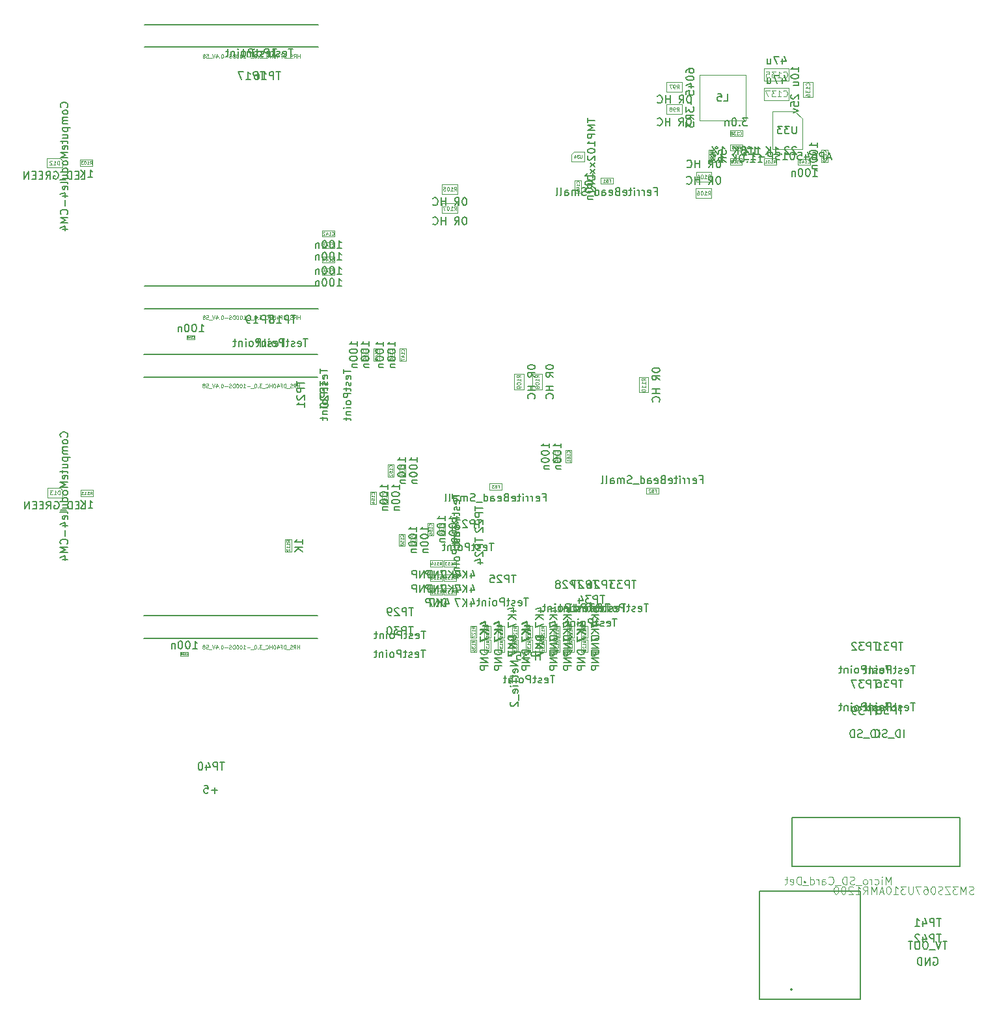
<source format=gbr>
%TF.GenerationSoftware,KiCad,Pcbnew,7.0.2-6a45011f42~172~ubuntu22.04.1*%
%TF.CreationDate,2023-04-24T13:24:38-07:00*%
%TF.ProjectId,Hepta-Pi_1.1,48657074-612d-4506-995f-312e312e6b69,2.1*%
%TF.SameCoordinates,PX37cf1c0PY1ad88f0*%
%TF.FileFunction,AssemblyDrawing,Bot*%
%FSLAX46Y46*%
G04 Gerber Fmt 4.6, Leading zero omitted, Abs format (unit mm)*
G04 Created by KiCad (PCBNEW 7.0.2-6a45011f42~172~ubuntu22.04.1) date 2023-04-24 13:24:38*
%MOMM*%
%LPD*%
G01*
G04 APERTURE LIST*
%ADD10C,0.150000*%
%ADD11C,0.120000*%
%ADD12C,0.060000*%
%ADD13C,0.080000*%
%ADD14C,0.062500*%
%ADD15C,0.040000*%
%ADD16C,0.050000*%
%ADD17C,0.015000*%
%ADD18C,0.100000*%
%ADD19C,0.127000*%
%ADD20C,0.200000*%
G04 APERTURE END LIST*
D10*
%TO.C,C135*%
X101703095Y-27100952D02*
X101703095Y-27767619D01*
X101941190Y-26720000D02*
X102179285Y-27434285D01*
X102179285Y-27434285D02*
X101560238Y-27434285D01*
X101274523Y-26767619D02*
X100607857Y-26767619D01*
X100607857Y-26767619D02*
X101036428Y-27767619D01*
X99798333Y-27100952D02*
X99798333Y-27767619D01*
X100226904Y-27100952D02*
X100226904Y-27624761D01*
X100226904Y-27624761D02*
X100179285Y-27720000D01*
X100179285Y-27720000D02*
X100084047Y-27767619D01*
X100084047Y-27767619D02*
X99941190Y-27767619D01*
X99941190Y-27767619D02*
X99845952Y-27720000D01*
X99845952Y-27720000D02*
X99798333Y-27672380D01*
D11*
X101860237Y-29448904D02*
X101898333Y-29487000D01*
X101898333Y-29487000D02*
X102012618Y-29525095D01*
X102012618Y-29525095D02*
X102088809Y-29525095D01*
X102088809Y-29525095D02*
X102203095Y-29487000D01*
X102203095Y-29487000D02*
X102279285Y-29410809D01*
X102279285Y-29410809D02*
X102317380Y-29334619D01*
X102317380Y-29334619D02*
X102355476Y-29182238D01*
X102355476Y-29182238D02*
X102355476Y-29067952D01*
X102355476Y-29067952D02*
X102317380Y-28915571D01*
X102317380Y-28915571D02*
X102279285Y-28839380D01*
X102279285Y-28839380D02*
X102203095Y-28763190D01*
X102203095Y-28763190D02*
X102088809Y-28725095D01*
X102088809Y-28725095D02*
X102012618Y-28725095D01*
X102012618Y-28725095D02*
X101898333Y-28763190D01*
X101898333Y-28763190D02*
X101860237Y-28801285D01*
X101098333Y-29525095D02*
X101555476Y-29525095D01*
X101326904Y-29525095D02*
X101326904Y-28725095D01*
X101326904Y-28725095D02*
X101403095Y-28839380D01*
X101403095Y-28839380D02*
X101479285Y-28915571D01*
X101479285Y-28915571D02*
X101555476Y-28953666D01*
X100831666Y-28725095D02*
X100336428Y-28725095D01*
X100336428Y-28725095D02*
X100603094Y-29029857D01*
X100603094Y-29029857D02*
X100488809Y-29029857D01*
X100488809Y-29029857D02*
X100412618Y-29067952D01*
X100412618Y-29067952D02*
X100374523Y-29106047D01*
X100374523Y-29106047D02*
X100336428Y-29182238D01*
X100336428Y-29182238D02*
X100336428Y-29372714D01*
X100336428Y-29372714D02*
X100374523Y-29448904D01*
X100374523Y-29448904D02*
X100412618Y-29487000D01*
X100412618Y-29487000D02*
X100488809Y-29525095D01*
X100488809Y-29525095D02*
X100717380Y-29525095D01*
X100717380Y-29525095D02*
X100793571Y-29487000D01*
X100793571Y-29487000D02*
X100831666Y-29448904D01*
X99612618Y-28725095D02*
X99993570Y-28725095D01*
X99993570Y-28725095D02*
X100031666Y-29106047D01*
X100031666Y-29106047D02*
X99993570Y-29067952D01*
X99993570Y-29067952D02*
X99917380Y-29029857D01*
X99917380Y-29029857D02*
X99726904Y-29029857D01*
X99726904Y-29029857D02*
X99650713Y-29067952D01*
X99650713Y-29067952D02*
X99612618Y-29106047D01*
X99612618Y-29106047D02*
X99574523Y-29182238D01*
X99574523Y-29182238D02*
X99574523Y-29372714D01*
X99574523Y-29372714D02*
X99612618Y-29448904D01*
X99612618Y-29448904D02*
X99650713Y-29487000D01*
X99650713Y-29487000D02*
X99726904Y-29525095D01*
X99726904Y-29525095D02*
X99917380Y-29525095D01*
X99917380Y-29525095D02*
X99993570Y-29487000D01*
X99993570Y-29487000D02*
X100031666Y-29448904D01*
D10*
%TO.C,C155*%
X59362619Y-87100952D02*
X59362619Y-86529524D01*
X59362619Y-86815238D02*
X58362619Y-86815238D01*
X58362619Y-86815238D02*
X58505476Y-86720000D01*
X58505476Y-86720000D02*
X58600714Y-86624762D01*
X58600714Y-86624762D02*
X58648333Y-86529524D01*
X58362619Y-87720000D02*
X58362619Y-87815238D01*
X58362619Y-87815238D02*
X58410238Y-87910476D01*
X58410238Y-87910476D02*
X58457857Y-87958095D01*
X58457857Y-87958095D02*
X58553095Y-88005714D01*
X58553095Y-88005714D02*
X58743571Y-88053333D01*
X58743571Y-88053333D02*
X58981666Y-88053333D01*
X58981666Y-88053333D02*
X59172142Y-88005714D01*
X59172142Y-88005714D02*
X59267380Y-87958095D01*
X59267380Y-87958095D02*
X59315000Y-87910476D01*
X59315000Y-87910476D02*
X59362619Y-87815238D01*
X59362619Y-87815238D02*
X59362619Y-87720000D01*
X59362619Y-87720000D02*
X59315000Y-87624762D01*
X59315000Y-87624762D02*
X59267380Y-87577143D01*
X59267380Y-87577143D02*
X59172142Y-87529524D01*
X59172142Y-87529524D02*
X58981666Y-87481905D01*
X58981666Y-87481905D02*
X58743571Y-87481905D01*
X58743571Y-87481905D02*
X58553095Y-87529524D01*
X58553095Y-87529524D02*
X58457857Y-87577143D01*
X58457857Y-87577143D02*
X58410238Y-87624762D01*
X58410238Y-87624762D02*
X58362619Y-87720000D01*
X58362619Y-88672381D02*
X58362619Y-88767619D01*
X58362619Y-88767619D02*
X58410238Y-88862857D01*
X58410238Y-88862857D02*
X58457857Y-88910476D01*
X58457857Y-88910476D02*
X58553095Y-88958095D01*
X58553095Y-88958095D02*
X58743571Y-89005714D01*
X58743571Y-89005714D02*
X58981666Y-89005714D01*
X58981666Y-89005714D02*
X59172142Y-88958095D01*
X59172142Y-88958095D02*
X59267380Y-88910476D01*
X59267380Y-88910476D02*
X59315000Y-88862857D01*
X59315000Y-88862857D02*
X59362619Y-88767619D01*
X59362619Y-88767619D02*
X59362619Y-88672381D01*
X59362619Y-88672381D02*
X59315000Y-88577143D01*
X59315000Y-88577143D02*
X59267380Y-88529524D01*
X59267380Y-88529524D02*
X59172142Y-88481905D01*
X59172142Y-88481905D02*
X58981666Y-88434286D01*
X58981666Y-88434286D02*
X58743571Y-88434286D01*
X58743571Y-88434286D02*
X58553095Y-88481905D01*
X58553095Y-88481905D02*
X58457857Y-88529524D01*
X58457857Y-88529524D02*
X58410238Y-88577143D01*
X58410238Y-88577143D02*
X58362619Y-88672381D01*
X58695952Y-89434286D02*
X59362619Y-89434286D01*
X58791190Y-89434286D02*
X58743571Y-89481905D01*
X58743571Y-89481905D02*
X58695952Y-89577143D01*
X58695952Y-89577143D02*
X58695952Y-89720000D01*
X58695952Y-89720000D02*
X58743571Y-89815238D01*
X58743571Y-89815238D02*
X58838809Y-89862857D01*
X58838809Y-89862857D02*
X59362619Y-89862857D01*
D12*
X57616952Y-87772381D02*
X57636000Y-87753333D01*
X57636000Y-87753333D02*
X57655047Y-87696191D01*
X57655047Y-87696191D02*
X57655047Y-87658095D01*
X57655047Y-87658095D02*
X57636000Y-87600952D01*
X57636000Y-87600952D02*
X57597904Y-87562857D01*
X57597904Y-87562857D02*
X57559809Y-87543810D01*
X57559809Y-87543810D02*
X57483619Y-87524762D01*
X57483619Y-87524762D02*
X57426476Y-87524762D01*
X57426476Y-87524762D02*
X57350285Y-87543810D01*
X57350285Y-87543810D02*
X57312190Y-87562857D01*
X57312190Y-87562857D02*
X57274095Y-87600952D01*
X57274095Y-87600952D02*
X57255047Y-87658095D01*
X57255047Y-87658095D02*
X57255047Y-87696191D01*
X57255047Y-87696191D02*
X57274095Y-87753333D01*
X57274095Y-87753333D02*
X57293142Y-87772381D01*
X57655047Y-88153333D02*
X57655047Y-87924762D01*
X57655047Y-88039048D02*
X57255047Y-88039048D01*
X57255047Y-88039048D02*
X57312190Y-88000952D01*
X57312190Y-88000952D02*
X57350285Y-87962857D01*
X57350285Y-87962857D02*
X57369333Y-87924762D01*
X57255047Y-88515238D02*
X57255047Y-88324762D01*
X57255047Y-88324762D02*
X57445523Y-88305714D01*
X57445523Y-88305714D02*
X57426476Y-88324762D01*
X57426476Y-88324762D02*
X57407428Y-88362857D01*
X57407428Y-88362857D02*
X57407428Y-88458095D01*
X57407428Y-88458095D02*
X57426476Y-88496190D01*
X57426476Y-88496190D02*
X57445523Y-88515238D01*
X57445523Y-88515238D02*
X57483619Y-88534285D01*
X57483619Y-88534285D02*
X57578857Y-88534285D01*
X57578857Y-88534285D02*
X57616952Y-88515238D01*
X57616952Y-88515238D02*
X57636000Y-88496190D01*
X57636000Y-88496190D02*
X57655047Y-88458095D01*
X57655047Y-88458095D02*
X57655047Y-88362857D01*
X57655047Y-88362857D02*
X57636000Y-88324762D01*
X57636000Y-88324762D02*
X57616952Y-88305714D01*
X57255047Y-88896190D02*
X57255047Y-88705714D01*
X57255047Y-88705714D02*
X57445523Y-88686666D01*
X57445523Y-88686666D02*
X57426476Y-88705714D01*
X57426476Y-88705714D02*
X57407428Y-88743809D01*
X57407428Y-88743809D02*
X57407428Y-88839047D01*
X57407428Y-88839047D02*
X57426476Y-88877142D01*
X57426476Y-88877142D02*
X57445523Y-88896190D01*
X57445523Y-88896190D02*
X57483619Y-88915237D01*
X57483619Y-88915237D02*
X57578857Y-88915237D01*
X57578857Y-88915237D02*
X57616952Y-88896190D01*
X57616952Y-88896190D02*
X57636000Y-88877142D01*
X57636000Y-88877142D02*
X57655047Y-88839047D01*
X57655047Y-88839047D02*
X57655047Y-88743809D01*
X57655047Y-88743809D02*
X57636000Y-88705714D01*
X57636000Y-88705714D02*
X57616952Y-88686666D01*
D10*
%TO.C,R127*%
X62765952Y-100784285D02*
X63432619Y-100784285D01*
X62385000Y-100546190D02*
X63099285Y-100308095D01*
X63099285Y-100308095D02*
X63099285Y-100927142D01*
X63432619Y-101308095D02*
X62432619Y-101308095D01*
X63432619Y-101879523D02*
X62861190Y-101450952D01*
X62432619Y-101879523D02*
X63004047Y-101308095D01*
X62432619Y-102212857D02*
X62432619Y-102879523D01*
X62432619Y-102879523D02*
X63432619Y-102450952D01*
D12*
X61725047Y-101122381D02*
X61534571Y-100989048D01*
X61725047Y-100893810D02*
X61325047Y-100893810D01*
X61325047Y-100893810D02*
X61325047Y-101046191D01*
X61325047Y-101046191D02*
X61344095Y-101084286D01*
X61344095Y-101084286D02*
X61363142Y-101103333D01*
X61363142Y-101103333D02*
X61401238Y-101122381D01*
X61401238Y-101122381D02*
X61458380Y-101122381D01*
X61458380Y-101122381D02*
X61496476Y-101103333D01*
X61496476Y-101103333D02*
X61515523Y-101084286D01*
X61515523Y-101084286D02*
X61534571Y-101046191D01*
X61534571Y-101046191D02*
X61534571Y-100893810D01*
X61725047Y-101503333D02*
X61725047Y-101274762D01*
X61725047Y-101389048D02*
X61325047Y-101389048D01*
X61325047Y-101389048D02*
X61382190Y-101350952D01*
X61382190Y-101350952D02*
X61420285Y-101312857D01*
X61420285Y-101312857D02*
X61439333Y-101274762D01*
X61363142Y-101655714D02*
X61344095Y-101674762D01*
X61344095Y-101674762D02*
X61325047Y-101712857D01*
X61325047Y-101712857D02*
X61325047Y-101808095D01*
X61325047Y-101808095D02*
X61344095Y-101846190D01*
X61344095Y-101846190D02*
X61363142Y-101865238D01*
X61363142Y-101865238D02*
X61401238Y-101884285D01*
X61401238Y-101884285D02*
X61439333Y-101884285D01*
X61439333Y-101884285D02*
X61496476Y-101865238D01*
X61496476Y-101865238D02*
X61725047Y-101636666D01*
X61725047Y-101636666D02*
X61725047Y-101884285D01*
X61325047Y-102017618D02*
X61325047Y-102284285D01*
X61325047Y-102284285D02*
X61725047Y-102112856D01*
D10*
%TO.C,TP35*%
X72103333Y-107212619D02*
X71531905Y-107212619D01*
X71817619Y-108212619D02*
X71817619Y-107212619D01*
X70817619Y-108165000D02*
X70912857Y-108212619D01*
X70912857Y-108212619D02*
X71103333Y-108212619D01*
X71103333Y-108212619D02*
X71198571Y-108165000D01*
X71198571Y-108165000D02*
X71246190Y-108069761D01*
X71246190Y-108069761D02*
X71246190Y-107688809D01*
X71246190Y-107688809D02*
X71198571Y-107593571D01*
X71198571Y-107593571D02*
X71103333Y-107545952D01*
X71103333Y-107545952D02*
X70912857Y-107545952D01*
X70912857Y-107545952D02*
X70817619Y-107593571D01*
X70817619Y-107593571D02*
X70770000Y-107688809D01*
X70770000Y-107688809D02*
X70770000Y-107784047D01*
X70770000Y-107784047D02*
X71246190Y-107879285D01*
X70389047Y-108165000D02*
X70293809Y-108212619D01*
X70293809Y-108212619D02*
X70103333Y-108212619D01*
X70103333Y-108212619D02*
X70008095Y-108165000D01*
X70008095Y-108165000D02*
X69960476Y-108069761D01*
X69960476Y-108069761D02*
X69960476Y-108022142D01*
X69960476Y-108022142D02*
X70008095Y-107926904D01*
X70008095Y-107926904D02*
X70103333Y-107879285D01*
X70103333Y-107879285D02*
X70246190Y-107879285D01*
X70246190Y-107879285D02*
X70341428Y-107831666D01*
X70341428Y-107831666D02*
X70389047Y-107736428D01*
X70389047Y-107736428D02*
X70389047Y-107688809D01*
X70389047Y-107688809D02*
X70341428Y-107593571D01*
X70341428Y-107593571D02*
X70246190Y-107545952D01*
X70246190Y-107545952D02*
X70103333Y-107545952D01*
X70103333Y-107545952D02*
X70008095Y-107593571D01*
X69674761Y-107545952D02*
X69293809Y-107545952D01*
X69531904Y-107212619D02*
X69531904Y-108069761D01*
X69531904Y-108069761D02*
X69484285Y-108165000D01*
X69484285Y-108165000D02*
X69389047Y-108212619D01*
X69389047Y-108212619D02*
X69293809Y-108212619D01*
X68960475Y-108212619D02*
X68960475Y-107212619D01*
X68960475Y-107212619D02*
X68579523Y-107212619D01*
X68579523Y-107212619D02*
X68484285Y-107260238D01*
X68484285Y-107260238D02*
X68436666Y-107307857D01*
X68436666Y-107307857D02*
X68389047Y-107403095D01*
X68389047Y-107403095D02*
X68389047Y-107545952D01*
X68389047Y-107545952D02*
X68436666Y-107641190D01*
X68436666Y-107641190D02*
X68484285Y-107688809D01*
X68484285Y-107688809D02*
X68579523Y-107736428D01*
X68579523Y-107736428D02*
X68960475Y-107736428D01*
X67817618Y-108212619D02*
X67912856Y-108165000D01*
X67912856Y-108165000D02*
X67960475Y-108117380D01*
X67960475Y-108117380D02*
X68008094Y-108022142D01*
X68008094Y-108022142D02*
X68008094Y-107736428D01*
X68008094Y-107736428D02*
X67960475Y-107641190D01*
X67960475Y-107641190D02*
X67912856Y-107593571D01*
X67912856Y-107593571D02*
X67817618Y-107545952D01*
X67817618Y-107545952D02*
X67674761Y-107545952D01*
X67674761Y-107545952D02*
X67579523Y-107593571D01*
X67579523Y-107593571D02*
X67531904Y-107641190D01*
X67531904Y-107641190D02*
X67484285Y-107736428D01*
X67484285Y-107736428D02*
X67484285Y-108022142D01*
X67484285Y-108022142D02*
X67531904Y-108117380D01*
X67531904Y-108117380D02*
X67579523Y-108165000D01*
X67579523Y-108165000D02*
X67674761Y-108212619D01*
X67674761Y-108212619D02*
X67817618Y-108212619D01*
X67055713Y-108212619D02*
X67055713Y-107545952D01*
X67055713Y-107212619D02*
X67103332Y-107260238D01*
X67103332Y-107260238D02*
X67055713Y-107307857D01*
X67055713Y-107307857D02*
X67008094Y-107260238D01*
X67008094Y-107260238D02*
X67055713Y-107212619D01*
X67055713Y-107212619D02*
X67055713Y-107307857D01*
X66579523Y-107545952D02*
X66579523Y-108212619D01*
X66579523Y-107641190D02*
X66531904Y-107593571D01*
X66531904Y-107593571D02*
X66436666Y-107545952D01*
X66436666Y-107545952D02*
X66293809Y-107545952D01*
X66293809Y-107545952D02*
X66198571Y-107593571D01*
X66198571Y-107593571D02*
X66150952Y-107688809D01*
X66150952Y-107688809D02*
X66150952Y-108212619D01*
X65817618Y-107545952D02*
X65436666Y-107545952D01*
X65674761Y-107212619D02*
X65674761Y-108069761D01*
X65674761Y-108069761D02*
X65627142Y-108165000D01*
X65627142Y-108165000D02*
X65531904Y-108212619D01*
X65531904Y-108212619D02*
X65436666Y-108212619D01*
X70508094Y-104212619D02*
X69936666Y-104212619D01*
X70222380Y-105212619D02*
X70222380Y-104212619D01*
X69603332Y-105212619D02*
X69603332Y-104212619D01*
X69603332Y-104212619D02*
X69222380Y-104212619D01*
X69222380Y-104212619D02*
X69127142Y-104260238D01*
X69127142Y-104260238D02*
X69079523Y-104307857D01*
X69079523Y-104307857D02*
X69031904Y-104403095D01*
X69031904Y-104403095D02*
X69031904Y-104545952D01*
X69031904Y-104545952D02*
X69079523Y-104641190D01*
X69079523Y-104641190D02*
X69127142Y-104688809D01*
X69127142Y-104688809D02*
X69222380Y-104736428D01*
X69222380Y-104736428D02*
X69603332Y-104736428D01*
X68698570Y-104212619D02*
X68079523Y-104212619D01*
X68079523Y-104212619D02*
X68412856Y-104593571D01*
X68412856Y-104593571D02*
X68269999Y-104593571D01*
X68269999Y-104593571D02*
X68174761Y-104641190D01*
X68174761Y-104641190D02*
X68127142Y-104688809D01*
X68127142Y-104688809D02*
X68079523Y-104784047D01*
X68079523Y-104784047D02*
X68079523Y-105022142D01*
X68079523Y-105022142D02*
X68127142Y-105117380D01*
X68127142Y-105117380D02*
X68174761Y-105165000D01*
X68174761Y-105165000D02*
X68269999Y-105212619D01*
X68269999Y-105212619D02*
X68555713Y-105212619D01*
X68555713Y-105212619D02*
X68650951Y-105165000D01*
X68650951Y-105165000D02*
X68698570Y-105117380D01*
X67174761Y-104212619D02*
X67650951Y-104212619D01*
X67650951Y-104212619D02*
X67698570Y-104688809D01*
X67698570Y-104688809D02*
X67650951Y-104641190D01*
X67650951Y-104641190D02*
X67555713Y-104593571D01*
X67555713Y-104593571D02*
X67317618Y-104593571D01*
X67317618Y-104593571D02*
X67222380Y-104641190D01*
X67222380Y-104641190D02*
X67174761Y-104688809D01*
X67174761Y-104688809D02*
X67127142Y-104784047D01*
X67127142Y-104784047D02*
X67127142Y-105022142D01*
X67127142Y-105022142D02*
X67174761Y-105117380D01*
X67174761Y-105117380D02*
X67222380Y-105165000D01*
X67222380Y-105165000D02*
X67317618Y-105212619D01*
X67317618Y-105212619D02*
X67555713Y-105212619D01*
X67555713Y-105212619D02*
X67650951Y-105165000D01*
X67650951Y-105165000D02*
X67698570Y-105117380D01*
%TO.C,R108*%
X70942619Y-67097619D02*
X70942619Y-67192857D01*
X70942619Y-67192857D02*
X70990238Y-67288095D01*
X70990238Y-67288095D02*
X71037857Y-67335714D01*
X71037857Y-67335714D02*
X71133095Y-67383333D01*
X71133095Y-67383333D02*
X71323571Y-67430952D01*
X71323571Y-67430952D02*
X71561666Y-67430952D01*
X71561666Y-67430952D02*
X71752142Y-67383333D01*
X71752142Y-67383333D02*
X71847380Y-67335714D01*
X71847380Y-67335714D02*
X71895000Y-67288095D01*
X71895000Y-67288095D02*
X71942619Y-67192857D01*
X71942619Y-67192857D02*
X71942619Y-67097619D01*
X71942619Y-67097619D02*
X71895000Y-67002381D01*
X71895000Y-67002381D02*
X71847380Y-66954762D01*
X71847380Y-66954762D02*
X71752142Y-66907143D01*
X71752142Y-66907143D02*
X71561666Y-66859524D01*
X71561666Y-66859524D02*
X71323571Y-66859524D01*
X71323571Y-66859524D02*
X71133095Y-66907143D01*
X71133095Y-66907143D02*
X71037857Y-66954762D01*
X71037857Y-66954762D02*
X70990238Y-67002381D01*
X70990238Y-67002381D02*
X70942619Y-67097619D01*
X71942619Y-68430952D02*
X71466428Y-68097619D01*
X71942619Y-67859524D02*
X70942619Y-67859524D01*
X70942619Y-67859524D02*
X70942619Y-68240476D01*
X70942619Y-68240476D02*
X70990238Y-68335714D01*
X70990238Y-68335714D02*
X71037857Y-68383333D01*
X71037857Y-68383333D02*
X71133095Y-68430952D01*
X71133095Y-68430952D02*
X71275952Y-68430952D01*
X71275952Y-68430952D02*
X71371190Y-68383333D01*
X71371190Y-68383333D02*
X71418809Y-68335714D01*
X71418809Y-68335714D02*
X71466428Y-68240476D01*
X71466428Y-68240476D02*
X71466428Y-67859524D01*
X71942619Y-69621429D02*
X70942619Y-69621429D01*
X71418809Y-69621429D02*
X71418809Y-70192857D01*
X71942619Y-70192857D02*
X70942619Y-70192857D01*
X71847380Y-71240476D02*
X71895000Y-71192857D01*
X71895000Y-71192857D02*
X71942619Y-71050000D01*
X71942619Y-71050000D02*
X71942619Y-70954762D01*
X71942619Y-70954762D02*
X71895000Y-70811905D01*
X71895000Y-70811905D02*
X71799761Y-70716667D01*
X71799761Y-70716667D02*
X71704523Y-70669048D01*
X71704523Y-70669048D02*
X71514047Y-70621429D01*
X71514047Y-70621429D02*
X71371190Y-70621429D01*
X71371190Y-70621429D02*
X71180714Y-70669048D01*
X71180714Y-70669048D02*
X71085476Y-70716667D01*
X71085476Y-70716667D02*
X70990238Y-70811905D01*
X70990238Y-70811905D02*
X70942619Y-70954762D01*
X70942619Y-70954762D02*
X70942619Y-71050000D01*
X70942619Y-71050000D02*
X70990238Y-71192857D01*
X70990238Y-71192857D02*
X71037857Y-71240476D01*
D13*
X70061309Y-68490476D02*
X69823214Y-68323810D01*
X70061309Y-68204762D02*
X69561309Y-68204762D01*
X69561309Y-68204762D02*
X69561309Y-68395238D01*
X69561309Y-68395238D02*
X69585119Y-68442857D01*
X69585119Y-68442857D02*
X69608928Y-68466667D01*
X69608928Y-68466667D02*
X69656547Y-68490476D01*
X69656547Y-68490476D02*
X69727976Y-68490476D01*
X69727976Y-68490476D02*
X69775595Y-68466667D01*
X69775595Y-68466667D02*
X69799404Y-68442857D01*
X69799404Y-68442857D02*
X69823214Y-68395238D01*
X69823214Y-68395238D02*
X69823214Y-68204762D01*
X70061309Y-68966667D02*
X70061309Y-68680953D01*
X70061309Y-68823810D02*
X69561309Y-68823810D01*
X69561309Y-68823810D02*
X69632738Y-68776191D01*
X69632738Y-68776191D02*
X69680357Y-68728572D01*
X69680357Y-68728572D02*
X69704166Y-68680953D01*
X69561309Y-69276190D02*
X69561309Y-69323809D01*
X69561309Y-69323809D02*
X69585119Y-69371428D01*
X69585119Y-69371428D02*
X69608928Y-69395238D01*
X69608928Y-69395238D02*
X69656547Y-69419047D01*
X69656547Y-69419047D02*
X69751785Y-69442857D01*
X69751785Y-69442857D02*
X69870833Y-69442857D01*
X69870833Y-69442857D02*
X69966071Y-69419047D01*
X69966071Y-69419047D02*
X70013690Y-69395238D01*
X70013690Y-69395238D02*
X70037500Y-69371428D01*
X70037500Y-69371428D02*
X70061309Y-69323809D01*
X70061309Y-69323809D02*
X70061309Y-69276190D01*
X70061309Y-69276190D02*
X70037500Y-69228571D01*
X70037500Y-69228571D02*
X70013690Y-69204762D01*
X70013690Y-69204762D02*
X69966071Y-69180952D01*
X69966071Y-69180952D02*
X69870833Y-69157143D01*
X69870833Y-69157143D02*
X69751785Y-69157143D01*
X69751785Y-69157143D02*
X69656547Y-69180952D01*
X69656547Y-69180952D02*
X69608928Y-69204762D01*
X69608928Y-69204762D02*
X69585119Y-69228571D01*
X69585119Y-69228571D02*
X69561309Y-69276190D01*
X69775595Y-69728571D02*
X69751785Y-69680952D01*
X69751785Y-69680952D02*
X69727976Y-69657142D01*
X69727976Y-69657142D02*
X69680357Y-69633333D01*
X69680357Y-69633333D02*
X69656547Y-69633333D01*
X69656547Y-69633333D02*
X69608928Y-69657142D01*
X69608928Y-69657142D02*
X69585119Y-69680952D01*
X69585119Y-69680952D02*
X69561309Y-69728571D01*
X69561309Y-69728571D02*
X69561309Y-69823809D01*
X69561309Y-69823809D02*
X69585119Y-69871428D01*
X69585119Y-69871428D02*
X69608928Y-69895237D01*
X69608928Y-69895237D02*
X69656547Y-69919047D01*
X69656547Y-69919047D02*
X69680357Y-69919047D01*
X69680357Y-69919047D02*
X69727976Y-69895237D01*
X69727976Y-69895237D02*
X69751785Y-69871428D01*
X69751785Y-69871428D02*
X69775595Y-69823809D01*
X69775595Y-69823809D02*
X69775595Y-69728571D01*
X69775595Y-69728571D02*
X69799404Y-69680952D01*
X69799404Y-69680952D02*
X69823214Y-69657142D01*
X69823214Y-69657142D02*
X69870833Y-69633333D01*
X69870833Y-69633333D02*
X69966071Y-69633333D01*
X69966071Y-69633333D02*
X70013690Y-69657142D01*
X70013690Y-69657142D02*
X70037500Y-69680952D01*
X70037500Y-69680952D02*
X70061309Y-69728571D01*
X70061309Y-69728571D02*
X70061309Y-69823809D01*
X70061309Y-69823809D02*
X70037500Y-69871428D01*
X70037500Y-69871428D02*
X70013690Y-69895237D01*
X70013690Y-69895237D02*
X69966071Y-69919047D01*
X69966071Y-69919047D02*
X69870833Y-69919047D01*
X69870833Y-69919047D02*
X69823214Y-69895237D01*
X69823214Y-69895237D02*
X69799404Y-69871428D01*
X69799404Y-69871428D02*
X69775595Y-69823809D01*
D10*
%TO.C,R106*%
X93442380Y-42372619D02*
X93347142Y-42372619D01*
X93347142Y-42372619D02*
X93251904Y-42420238D01*
X93251904Y-42420238D02*
X93204285Y-42467857D01*
X93204285Y-42467857D02*
X93156666Y-42563095D01*
X93156666Y-42563095D02*
X93109047Y-42753571D01*
X93109047Y-42753571D02*
X93109047Y-42991666D01*
X93109047Y-42991666D02*
X93156666Y-43182142D01*
X93156666Y-43182142D02*
X93204285Y-43277380D01*
X93204285Y-43277380D02*
X93251904Y-43325000D01*
X93251904Y-43325000D02*
X93347142Y-43372619D01*
X93347142Y-43372619D02*
X93442380Y-43372619D01*
X93442380Y-43372619D02*
X93537618Y-43325000D01*
X93537618Y-43325000D02*
X93585237Y-43277380D01*
X93585237Y-43277380D02*
X93632856Y-43182142D01*
X93632856Y-43182142D02*
X93680475Y-42991666D01*
X93680475Y-42991666D02*
X93680475Y-42753571D01*
X93680475Y-42753571D02*
X93632856Y-42563095D01*
X93632856Y-42563095D02*
X93585237Y-42467857D01*
X93585237Y-42467857D02*
X93537618Y-42420238D01*
X93537618Y-42420238D02*
X93442380Y-42372619D01*
X92109047Y-43372619D02*
X92442380Y-42896428D01*
X92680475Y-43372619D02*
X92680475Y-42372619D01*
X92680475Y-42372619D02*
X92299523Y-42372619D01*
X92299523Y-42372619D02*
X92204285Y-42420238D01*
X92204285Y-42420238D02*
X92156666Y-42467857D01*
X92156666Y-42467857D02*
X92109047Y-42563095D01*
X92109047Y-42563095D02*
X92109047Y-42705952D01*
X92109047Y-42705952D02*
X92156666Y-42801190D01*
X92156666Y-42801190D02*
X92204285Y-42848809D01*
X92204285Y-42848809D02*
X92299523Y-42896428D01*
X92299523Y-42896428D02*
X92680475Y-42896428D01*
X90918570Y-43372619D02*
X90918570Y-42372619D01*
X90918570Y-42848809D02*
X90347142Y-42848809D01*
X90347142Y-43372619D02*
X90347142Y-42372619D01*
X89299523Y-43277380D02*
X89347142Y-43325000D01*
X89347142Y-43325000D02*
X89489999Y-43372619D01*
X89489999Y-43372619D02*
X89585237Y-43372619D01*
X89585237Y-43372619D02*
X89728094Y-43325000D01*
X89728094Y-43325000D02*
X89823332Y-43229761D01*
X89823332Y-43229761D02*
X89870951Y-43134523D01*
X89870951Y-43134523D02*
X89918570Y-42944047D01*
X89918570Y-42944047D02*
X89918570Y-42801190D01*
X89918570Y-42801190D02*
X89870951Y-42610714D01*
X89870951Y-42610714D02*
X89823332Y-42515476D01*
X89823332Y-42515476D02*
X89728094Y-42420238D01*
X89728094Y-42420238D02*
X89585237Y-42372619D01*
X89585237Y-42372619D02*
X89489999Y-42372619D01*
X89489999Y-42372619D02*
X89347142Y-42420238D01*
X89347142Y-42420238D02*
X89299523Y-42467857D01*
D13*
X92049523Y-44791309D02*
X92216189Y-44553214D01*
X92335237Y-44791309D02*
X92335237Y-44291309D01*
X92335237Y-44291309D02*
X92144761Y-44291309D01*
X92144761Y-44291309D02*
X92097142Y-44315119D01*
X92097142Y-44315119D02*
X92073332Y-44338928D01*
X92073332Y-44338928D02*
X92049523Y-44386547D01*
X92049523Y-44386547D02*
X92049523Y-44457976D01*
X92049523Y-44457976D02*
X92073332Y-44505595D01*
X92073332Y-44505595D02*
X92097142Y-44529404D01*
X92097142Y-44529404D02*
X92144761Y-44553214D01*
X92144761Y-44553214D02*
X92335237Y-44553214D01*
X91573332Y-44791309D02*
X91859046Y-44791309D01*
X91716189Y-44791309D02*
X91716189Y-44291309D01*
X91716189Y-44291309D02*
X91763808Y-44362738D01*
X91763808Y-44362738D02*
X91811427Y-44410357D01*
X91811427Y-44410357D02*
X91859046Y-44434166D01*
X91263809Y-44291309D02*
X91216190Y-44291309D01*
X91216190Y-44291309D02*
X91168571Y-44315119D01*
X91168571Y-44315119D02*
X91144761Y-44338928D01*
X91144761Y-44338928D02*
X91120952Y-44386547D01*
X91120952Y-44386547D02*
X91097142Y-44481785D01*
X91097142Y-44481785D02*
X91097142Y-44600833D01*
X91097142Y-44600833D02*
X91120952Y-44696071D01*
X91120952Y-44696071D02*
X91144761Y-44743690D01*
X91144761Y-44743690D02*
X91168571Y-44767500D01*
X91168571Y-44767500D02*
X91216190Y-44791309D01*
X91216190Y-44791309D02*
X91263809Y-44791309D01*
X91263809Y-44791309D02*
X91311428Y-44767500D01*
X91311428Y-44767500D02*
X91335237Y-44743690D01*
X91335237Y-44743690D02*
X91359047Y-44696071D01*
X91359047Y-44696071D02*
X91382856Y-44600833D01*
X91382856Y-44600833D02*
X91382856Y-44481785D01*
X91382856Y-44481785D02*
X91359047Y-44386547D01*
X91359047Y-44386547D02*
X91335237Y-44338928D01*
X91335237Y-44338928D02*
X91311428Y-44315119D01*
X91311428Y-44315119D02*
X91263809Y-44291309D01*
X90668571Y-44291309D02*
X90763809Y-44291309D01*
X90763809Y-44291309D02*
X90811428Y-44315119D01*
X90811428Y-44315119D02*
X90835238Y-44338928D01*
X90835238Y-44338928D02*
X90882857Y-44410357D01*
X90882857Y-44410357D02*
X90906666Y-44505595D01*
X90906666Y-44505595D02*
X90906666Y-44696071D01*
X90906666Y-44696071D02*
X90882857Y-44743690D01*
X90882857Y-44743690D02*
X90859047Y-44767500D01*
X90859047Y-44767500D02*
X90811428Y-44791309D01*
X90811428Y-44791309D02*
X90716190Y-44791309D01*
X90716190Y-44791309D02*
X90668571Y-44767500D01*
X90668571Y-44767500D02*
X90644762Y-44743690D01*
X90644762Y-44743690D02*
X90620952Y-44696071D01*
X90620952Y-44696071D02*
X90620952Y-44577023D01*
X90620952Y-44577023D02*
X90644762Y-44529404D01*
X90644762Y-44529404D02*
X90668571Y-44505595D01*
X90668571Y-44505595D02*
X90716190Y-44481785D01*
X90716190Y-44481785D02*
X90811428Y-44481785D01*
X90811428Y-44481785D02*
X90859047Y-44505595D01*
X90859047Y-44505595D02*
X90882857Y-44529404D01*
X90882857Y-44529404D02*
X90906666Y-44577023D01*
D10*
%TO.C,U34*%
X76357619Y-34800000D02*
X76357619Y-35371428D01*
X77357619Y-35085714D02*
X76357619Y-35085714D01*
X77357619Y-35704762D02*
X76357619Y-35704762D01*
X76357619Y-35704762D02*
X77071904Y-36038095D01*
X77071904Y-36038095D02*
X76357619Y-36371428D01*
X76357619Y-36371428D02*
X77357619Y-36371428D01*
X77357619Y-36847619D02*
X76357619Y-36847619D01*
X76357619Y-36847619D02*
X76357619Y-37228571D01*
X76357619Y-37228571D02*
X76405238Y-37323809D01*
X76405238Y-37323809D02*
X76452857Y-37371428D01*
X76452857Y-37371428D02*
X76548095Y-37419047D01*
X76548095Y-37419047D02*
X76690952Y-37419047D01*
X76690952Y-37419047D02*
X76786190Y-37371428D01*
X76786190Y-37371428D02*
X76833809Y-37323809D01*
X76833809Y-37323809D02*
X76881428Y-37228571D01*
X76881428Y-37228571D02*
X76881428Y-36847619D01*
X77357619Y-38371428D02*
X77357619Y-37800000D01*
X77357619Y-38085714D02*
X76357619Y-38085714D01*
X76357619Y-38085714D02*
X76500476Y-37990476D01*
X76500476Y-37990476D02*
X76595714Y-37895238D01*
X76595714Y-37895238D02*
X76643333Y-37800000D01*
X76357619Y-38990476D02*
X76357619Y-39085714D01*
X76357619Y-39085714D02*
X76405238Y-39180952D01*
X76405238Y-39180952D02*
X76452857Y-39228571D01*
X76452857Y-39228571D02*
X76548095Y-39276190D01*
X76548095Y-39276190D02*
X76738571Y-39323809D01*
X76738571Y-39323809D02*
X76976666Y-39323809D01*
X76976666Y-39323809D02*
X77167142Y-39276190D01*
X77167142Y-39276190D02*
X77262380Y-39228571D01*
X77262380Y-39228571D02*
X77310000Y-39180952D01*
X77310000Y-39180952D02*
X77357619Y-39085714D01*
X77357619Y-39085714D02*
X77357619Y-38990476D01*
X77357619Y-38990476D02*
X77310000Y-38895238D01*
X77310000Y-38895238D02*
X77262380Y-38847619D01*
X77262380Y-38847619D02*
X77167142Y-38800000D01*
X77167142Y-38800000D02*
X76976666Y-38752381D01*
X76976666Y-38752381D02*
X76738571Y-38752381D01*
X76738571Y-38752381D02*
X76548095Y-38800000D01*
X76548095Y-38800000D02*
X76452857Y-38847619D01*
X76452857Y-38847619D02*
X76405238Y-38895238D01*
X76405238Y-38895238D02*
X76357619Y-38990476D01*
X76452857Y-39704762D02*
X76405238Y-39752381D01*
X76405238Y-39752381D02*
X76357619Y-39847619D01*
X76357619Y-39847619D02*
X76357619Y-40085714D01*
X76357619Y-40085714D02*
X76405238Y-40180952D01*
X76405238Y-40180952D02*
X76452857Y-40228571D01*
X76452857Y-40228571D02*
X76548095Y-40276190D01*
X76548095Y-40276190D02*
X76643333Y-40276190D01*
X76643333Y-40276190D02*
X76786190Y-40228571D01*
X76786190Y-40228571D02*
X77357619Y-39657143D01*
X77357619Y-39657143D02*
X77357619Y-40276190D01*
X77357619Y-40609524D02*
X76690952Y-41133333D01*
X76690952Y-40609524D02*
X77357619Y-41133333D01*
X77357619Y-41419048D02*
X76690952Y-41942857D01*
X76690952Y-41419048D02*
X77357619Y-41942857D01*
X77357619Y-42323810D02*
X76357619Y-42323810D01*
X76357619Y-42323810D02*
X76357619Y-42561905D01*
X76357619Y-42561905D02*
X76405238Y-42704762D01*
X76405238Y-42704762D02*
X76500476Y-42800000D01*
X76500476Y-42800000D02*
X76595714Y-42847619D01*
X76595714Y-42847619D02*
X76786190Y-42895238D01*
X76786190Y-42895238D02*
X76929047Y-42895238D01*
X76929047Y-42895238D02*
X77119523Y-42847619D01*
X77119523Y-42847619D02*
X77214761Y-42800000D01*
X77214761Y-42800000D02*
X77310000Y-42704762D01*
X77310000Y-42704762D02*
X77357619Y-42561905D01*
X77357619Y-42561905D02*
X77357619Y-42323810D01*
X77357619Y-43895238D02*
X76881428Y-43561905D01*
X77357619Y-43323810D02*
X76357619Y-43323810D01*
X76357619Y-43323810D02*
X76357619Y-43704762D01*
X76357619Y-43704762D02*
X76405238Y-43800000D01*
X76405238Y-43800000D02*
X76452857Y-43847619D01*
X76452857Y-43847619D02*
X76548095Y-43895238D01*
X76548095Y-43895238D02*
X76690952Y-43895238D01*
X76690952Y-43895238D02*
X76786190Y-43847619D01*
X76786190Y-43847619D02*
X76833809Y-43800000D01*
X76833809Y-43800000D02*
X76881428Y-43704762D01*
X76881428Y-43704762D02*
X76881428Y-43323810D01*
X77357619Y-44800000D02*
X77357619Y-44323810D01*
X77357619Y-44323810D02*
X76357619Y-44323810D01*
D14*
X75640237Y-39585047D02*
X75640237Y-39908857D01*
X75640237Y-39908857D02*
X75621190Y-39946952D01*
X75621190Y-39946952D02*
X75602142Y-39966000D01*
X75602142Y-39966000D02*
X75564047Y-39985047D01*
X75564047Y-39985047D02*
X75487856Y-39985047D01*
X75487856Y-39985047D02*
X75449761Y-39966000D01*
X75449761Y-39966000D02*
X75430714Y-39946952D01*
X75430714Y-39946952D02*
X75411666Y-39908857D01*
X75411666Y-39908857D02*
X75411666Y-39585047D01*
X75259285Y-39585047D02*
X75011666Y-39585047D01*
X75011666Y-39585047D02*
X75144999Y-39737428D01*
X75144999Y-39737428D02*
X75087856Y-39737428D01*
X75087856Y-39737428D02*
X75049761Y-39756476D01*
X75049761Y-39756476D02*
X75030713Y-39775523D01*
X75030713Y-39775523D02*
X75011666Y-39813619D01*
X75011666Y-39813619D02*
X75011666Y-39908857D01*
X75011666Y-39908857D02*
X75030713Y-39946952D01*
X75030713Y-39946952D02*
X75049761Y-39966000D01*
X75049761Y-39966000D02*
X75087856Y-39985047D01*
X75087856Y-39985047D02*
X75202142Y-39985047D01*
X75202142Y-39985047D02*
X75240237Y-39966000D01*
X75240237Y-39966000D02*
X75259285Y-39946952D01*
X74668809Y-39718380D02*
X74668809Y-39985047D01*
X74764047Y-39566000D02*
X74859285Y-39851714D01*
X74859285Y-39851714D02*
X74611666Y-39851714D01*
D10*
%TO.C,R104*%
X93452380Y-40232619D02*
X93357142Y-40232619D01*
X93357142Y-40232619D02*
X93261904Y-40280238D01*
X93261904Y-40280238D02*
X93214285Y-40327857D01*
X93214285Y-40327857D02*
X93166666Y-40423095D01*
X93166666Y-40423095D02*
X93119047Y-40613571D01*
X93119047Y-40613571D02*
X93119047Y-40851666D01*
X93119047Y-40851666D02*
X93166666Y-41042142D01*
X93166666Y-41042142D02*
X93214285Y-41137380D01*
X93214285Y-41137380D02*
X93261904Y-41185000D01*
X93261904Y-41185000D02*
X93357142Y-41232619D01*
X93357142Y-41232619D02*
X93452380Y-41232619D01*
X93452380Y-41232619D02*
X93547618Y-41185000D01*
X93547618Y-41185000D02*
X93595237Y-41137380D01*
X93595237Y-41137380D02*
X93642856Y-41042142D01*
X93642856Y-41042142D02*
X93690475Y-40851666D01*
X93690475Y-40851666D02*
X93690475Y-40613571D01*
X93690475Y-40613571D02*
X93642856Y-40423095D01*
X93642856Y-40423095D02*
X93595237Y-40327857D01*
X93595237Y-40327857D02*
X93547618Y-40280238D01*
X93547618Y-40280238D02*
X93452380Y-40232619D01*
X92119047Y-41232619D02*
X92452380Y-40756428D01*
X92690475Y-41232619D02*
X92690475Y-40232619D01*
X92690475Y-40232619D02*
X92309523Y-40232619D01*
X92309523Y-40232619D02*
X92214285Y-40280238D01*
X92214285Y-40280238D02*
X92166666Y-40327857D01*
X92166666Y-40327857D02*
X92119047Y-40423095D01*
X92119047Y-40423095D02*
X92119047Y-40565952D01*
X92119047Y-40565952D02*
X92166666Y-40661190D01*
X92166666Y-40661190D02*
X92214285Y-40708809D01*
X92214285Y-40708809D02*
X92309523Y-40756428D01*
X92309523Y-40756428D02*
X92690475Y-40756428D01*
X90928570Y-41232619D02*
X90928570Y-40232619D01*
X90928570Y-40708809D02*
X90357142Y-40708809D01*
X90357142Y-41232619D02*
X90357142Y-40232619D01*
X89309523Y-41137380D02*
X89357142Y-41185000D01*
X89357142Y-41185000D02*
X89499999Y-41232619D01*
X89499999Y-41232619D02*
X89595237Y-41232619D01*
X89595237Y-41232619D02*
X89738094Y-41185000D01*
X89738094Y-41185000D02*
X89833332Y-41089761D01*
X89833332Y-41089761D02*
X89880951Y-40994523D01*
X89880951Y-40994523D02*
X89928570Y-40804047D01*
X89928570Y-40804047D02*
X89928570Y-40661190D01*
X89928570Y-40661190D02*
X89880951Y-40470714D01*
X89880951Y-40470714D02*
X89833332Y-40375476D01*
X89833332Y-40375476D02*
X89738094Y-40280238D01*
X89738094Y-40280238D02*
X89595237Y-40232619D01*
X89595237Y-40232619D02*
X89499999Y-40232619D01*
X89499999Y-40232619D02*
X89357142Y-40280238D01*
X89357142Y-40280238D02*
X89309523Y-40327857D01*
D13*
X92059523Y-42651309D02*
X92226189Y-42413214D01*
X92345237Y-42651309D02*
X92345237Y-42151309D01*
X92345237Y-42151309D02*
X92154761Y-42151309D01*
X92154761Y-42151309D02*
X92107142Y-42175119D01*
X92107142Y-42175119D02*
X92083332Y-42198928D01*
X92083332Y-42198928D02*
X92059523Y-42246547D01*
X92059523Y-42246547D02*
X92059523Y-42317976D01*
X92059523Y-42317976D02*
X92083332Y-42365595D01*
X92083332Y-42365595D02*
X92107142Y-42389404D01*
X92107142Y-42389404D02*
X92154761Y-42413214D01*
X92154761Y-42413214D02*
X92345237Y-42413214D01*
X91583332Y-42651309D02*
X91869046Y-42651309D01*
X91726189Y-42651309D02*
X91726189Y-42151309D01*
X91726189Y-42151309D02*
X91773808Y-42222738D01*
X91773808Y-42222738D02*
X91821427Y-42270357D01*
X91821427Y-42270357D02*
X91869046Y-42294166D01*
X91273809Y-42151309D02*
X91226190Y-42151309D01*
X91226190Y-42151309D02*
X91178571Y-42175119D01*
X91178571Y-42175119D02*
X91154761Y-42198928D01*
X91154761Y-42198928D02*
X91130952Y-42246547D01*
X91130952Y-42246547D02*
X91107142Y-42341785D01*
X91107142Y-42341785D02*
X91107142Y-42460833D01*
X91107142Y-42460833D02*
X91130952Y-42556071D01*
X91130952Y-42556071D02*
X91154761Y-42603690D01*
X91154761Y-42603690D02*
X91178571Y-42627500D01*
X91178571Y-42627500D02*
X91226190Y-42651309D01*
X91226190Y-42651309D02*
X91273809Y-42651309D01*
X91273809Y-42651309D02*
X91321428Y-42627500D01*
X91321428Y-42627500D02*
X91345237Y-42603690D01*
X91345237Y-42603690D02*
X91369047Y-42556071D01*
X91369047Y-42556071D02*
X91392856Y-42460833D01*
X91392856Y-42460833D02*
X91392856Y-42341785D01*
X91392856Y-42341785D02*
X91369047Y-42246547D01*
X91369047Y-42246547D02*
X91345237Y-42198928D01*
X91345237Y-42198928D02*
X91321428Y-42175119D01*
X91321428Y-42175119D02*
X91273809Y-42151309D01*
X90678571Y-42317976D02*
X90678571Y-42651309D01*
X90797619Y-42127500D02*
X90916666Y-42484642D01*
X90916666Y-42484642D02*
X90607143Y-42484642D01*
D10*
%TO.C,R97*%
X89632380Y-31842619D02*
X89537142Y-31842619D01*
X89537142Y-31842619D02*
X89441904Y-31890238D01*
X89441904Y-31890238D02*
X89394285Y-31937857D01*
X89394285Y-31937857D02*
X89346666Y-32033095D01*
X89346666Y-32033095D02*
X89299047Y-32223571D01*
X89299047Y-32223571D02*
X89299047Y-32461666D01*
X89299047Y-32461666D02*
X89346666Y-32652142D01*
X89346666Y-32652142D02*
X89394285Y-32747380D01*
X89394285Y-32747380D02*
X89441904Y-32795000D01*
X89441904Y-32795000D02*
X89537142Y-32842619D01*
X89537142Y-32842619D02*
X89632380Y-32842619D01*
X89632380Y-32842619D02*
X89727618Y-32795000D01*
X89727618Y-32795000D02*
X89775237Y-32747380D01*
X89775237Y-32747380D02*
X89822856Y-32652142D01*
X89822856Y-32652142D02*
X89870475Y-32461666D01*
X89870475Y-32461666D02*
X89870475Y-32223571D01*
X89870475Y-32223571D02*
X89822856Y-32033095D01*
X89822856Y-32033095D02*
X89775237Y-31937857D01*
X89775237Y-31937857D02*
X89727618Y-31890238D01*
X89727618Y-31890238D02*
X89632380Y-31842619D01*
X88299047Y-32842619D02*
X88632380Y-32366428D01*
X88870475Y-32842619D02*
X88870475Y-31842619D01*
X88870475Y-31842619D02*
X88489523Y-31842619D01*
X88489523Y-31842619D02*
X88394285Y-31890238D01*
X88394285Y-31890238D02*
X88346666Y-31937857D01*
X88346666Y-31937857D02*
X88299047Y-32033095D01*
X88299047Y-32033095D02*
X88299047Y-32175952D01*
X88299047Y-32175952D02*
X88346666Y-32271190D01*
X88346666Y-32271190D02*
X88394285Y-32318809D01*
X88394285Y-32318809D02*
X88489523Y-32366428D01*
X88489523Y-32366428D02*
X88870475Y-32366428D01*
X87108570Y-32842619D02*
X87108570Y-31842619D01*
X87108570Y-32318809D02*
X86537142Y-32318809D01*
X86537142Y-32842619D02*
X86537142Y-31842619D01*
X85489523Y-32747380D02*
X85537142Y-32795000D01*
X85537142Y-32795000D02*
X85679999Y-32842619D01*
X85679999Y-32842619D02*
X85775237Y-32842619D01*
X85775237Y-32842619D02*
X85918094Y-32795000D01*
X85918094Y-32795000D02*
X86013332Y-32699761D01*
X86013332Y-32699761D02*
X86060951Y-32604523D01*
X86060951Y-32604523D02*
X86108570Y-32414047D01*
X86108570Y-32414047D02*
X86108570Y-32271190D01*
X86108570Y-32271190D02*
X86060951Y-32080714D01*
X86060951Y-32080714D02*
X86013332Y-31985476D01*
X86013332Y-31985476D02*
X85918094Y-31890238D01*
X85918094Y-31890238D02*
X85775237Y-31842619D01*
X85775237Y-31842619D02*
X85679999Y-31842619D01*
X85679999Y-31842619D02*
X85537142Y-31890238D01*
X85537142Y-31890238D02*
X85489523Y-31937857D01*
D13*
X88001428Y-30961309D02*
X88168094Y-30723214D01*
X88287142Y-30961309D02*
X88287142Y-30461309D01*
X88287142Y-30461309D02*
X88096666Y-30461309D01*
X88096666Y-30461309D02*
X88049047Y-30485119D01*
X88049047Y-30485119D02*
X88025237Y-30508928D01*
X88025237Y-30508928D02*
X88001428Y-30556547D01*
X88001428Y-30556547D02*
X88001428Y-30627976D01*
X88001428Y-30627976D02*
X88025237Y-30675595D01*
X88025237Y-30675595D02*
X88049047Y-30699404D01*
X88049047Y-30699404D02*
X88096666Y-30723214D01*
X88096666Y-30723214D02*
X88287142Y-30723214D01*
X87763332Y-30961309D02*
X87668094Y-30961309D01*
X87668094Y-30961309D02*
X87620475Y-30937500D01*
X87620475Y-30937500D02*
X87596666Y-30913690D01*
X87596666Y-30913690D02*
X87549047Y-30842261D01*
X87549047Y-30842261D02*
X87525237Y-30747023D01*
X87525237Y-30747023D02*
X87525237Y-30556547D01*
X87525237Y-30556547D02*
X87549047Y-30508928D01*
X87549047Y-30508928D02*
X87572856Y-30485119D01*
X87572856Y-30485119D02*
X87620475Y-30461309D01*
X87620475Y-30461309D02*
X87715713Y-30461309D01*
X87715713Y-30461309D02*
X87763332Y-30485119D01*
X87763332Y-30485119D02*
X87787142Y-30508928D01*
X87787142Y-30508928D02*
X87810951Y-30556547D01*
X87810951Y-30556547D02*
X87810951Y-30675595D01*
X87810951Y-30675595D02*
X87787142Y-30723214D01*
X87787142Y-30723214D02*
X87763332Y-30747023D01*
X87763332Y-30747023D02*
X87715713Y-30770833D01*
X87715713Y-30770833D02*
X87620475Y-30770833D01*
X87620475Y-30770833D02*
X87572856Y-30747023D01*
X87572856Y-30747023D02*
X87549047Y-30723214D01*
X87549047Y-30723214D02*
X87525237Y-30675595D01*
X87358571Y-30461309D02*
X87025238Y-30461309D01*
X87025238Y-30461309D02*
X87239523Y-30961309D01*
D10*
%TO.C,R107*%
X60422380Y-47632619D02*
X60327142Y-47632619D01*
X60327142Y-47632619D02*
X60231904Y-47680238D01*
X60231904Y-47680238D02*
X60184285Y-47727857D01*
X60184285Y-47727857D02*
X60136666Y-47823095D01*
X60136666Y-47823095D02*
X60089047Y-48013571D01*
X60089047Y-48013571D02*
X60089047Y-48251666D01*
X60089047Y-48251666D02*
X60136666Y-48442142D01*
X60136666Y-48442142D02*
X60184285Y-48537380D01*
X60184285Y-48537380D02*
X60231904Y-48585000D01*
X60231904Y-48585000D02*
X60327142Y-48632619D01*
X60327142Y-48632619D02*
X60422380Y-48632619D01*
X60422380Y-48632619D02*
X60517618Y-48585000D01*
X60517618Y-48585000D02*
X60565237Y-48537380D01*
X60565237Y-48537380D02*
X60612856Y-48442142D01*
X60612856Y-48442142D02*
X60660475Y-48251666D01*
X60660475Y-48251666D02*
X60660475Y-48013571D01*
X60660475Y-48013571D02*
X60612856Y-47823095D01*
X60612856Y-47823095D02*
X60565237Y-47727857D01*
X60565237Y-47727857D02*
X60517618Y-47680238D01*
X60517618Y-47680238D02*
X60422380Y-47632619D01*
X59089047Y-48632619D02*
X59422380Y-48156428D01*
X59660475Y-48632619D02*
X59660475Y-47632619D01*
X59660475Y-47632619D02*
X59279523Y-47632619D01*
X59279523Y-47632619D02*
X59184285Y-47680238D01*
X59184285Y-47680238D02*
X59136666Y-47727857D01*
X59136666Y-47727857D02*
X59089047Y-47823095D01*
X59089047Y-47823095D02*
X59089047Y-47965952D01*
X59089047Y-47965952D02*
X59136666Y-48061190D01*
X59136666Y-48061190D02*
X59184285Y-48108809D01*
X59184285Y-48108809D02*
X59279523Y-48156428D01*
X59279523Y-48156428D02*
X59660475Y-48156428D01*
X57898570Y-48632619D02*
X57898570Y-47632619D01*
X57898570Y-48108809D02*
X57327142Y-48108809D01*
X57327142Y-48632619D02*
X57327142Y-47632619D01*
X56279523Y-48537380D02*
X56327142Y-48585000D01*
X56327142Y-48585000D02*
X56469999Y-48632619D01*
X56469999Y-48632619D02*
X56565237Y-48632619D01*
X56565237Y-48632619D02*
X56708094Y-48585000D01*
X56708094Y-48585000D02*
X56803332Y-48489761D01*
X56803332Y-48489761D02*
X56850951Y-48394523D01*
X56850951Y-48394523D02*
X56898570Y-48204047D01*
X56898570Y-48204047D02*
X56898570Y-48061190D01*
X56898570Y-48061190D02*
X56850951Y-47870714D01*
X56850951Y-47870714D02*
X56803332Y-47775476D01*
X56803332Y-47775476D02*
X56708094Y-47680238D01*
X56708094Y-47680238D02*
X56565237Y-47632619D01*
X56565237Y-47632619D02*
X56469999Y-47632619D01*
X56469999Y-47632619D02*
X56327142Y-47680238D01*
X56327142Y-47680238D02*
X56279523Y-47727857D01*
D13*
X59029523Y-46751309D02*
X59196189Y-46513214D01*
X59315237Y-46751309D02*
X59315237Y-46251309D01*
X59315237Y-46251309D02*
X59124761Y-46251309D01*
X59124761Y-46251309D02*
X59077142Y-46275119D01*
X59077142Y-46275119D02*
X59053332Y-46298928D01*
X59053332Y-46298928D02*
X59029523Y-46346547D01*
X59029523Y-46346547D02*
X59029523Y-46417976D01*
X59029523Y-46417976D02*
X59053332Y-46465595D01*
X59053332Y-46465595D02*
X59077142Y-46489404D01*
X59077142Y-46489404D02*
X59124761Y-46513214D01*
X59124761Y-46513214D02*
X59315237Y-46513214D01*
X58553332Y-46751309D02*
X58839046Y-46751309D01*
X58696189Y-46751309D02*
X58696189Y-46251309D01*
X58696189Y-46251309D02*
X58743808Y-46322738D01*
X58743808Y-46322738D02*
X58791427Y-46370357D01*
X58791427Y-46370357D02*
X58839046Y-46394166D01*
X58243809Y-46251309D02*
X58196190Y-46251309D01*
X58196190Y-46251309D02*
X58148571Y-46275119D01*
X58148571Y-46275119D02*
X58124761Y-46298928D01*
X58124761Y-46298928D02*
X58100952Y-46346547D01*
X58100952Y-46346547D02*
X58077142Y-46441785D01*
X58077142Y-46441785D02*
X58077142Y-46560833D01*
X58077142Y-46560833D02*
X58100952Y-46656071D01*
X58100952Y-46656071D02*
X58124761Y-46703690D01*
X58124761Y-46703690D02*
X58148571Y-46727500D01*
X58148571Y-46727500D02*
X58196190Y-46751309D01*
X58196190Y-46751309D02*
X58243809Y-46751309D01*
X58243809Y-46751309D02*
X58291428Y-46727500D01*
X58291428Y-46727500D02*
X58315237Y-46703690D01*
X58315237Y-46703690D02*
X58339047Y-46656071D01*
X58339047Y-46656071D02*
X58362856Y-46560833D01*
X58362856Y-46560833D02*
X58362856Y-46441785D01*
X58362856Y-46441785D02*
X58339047Y-46346547D01*
X58339047Y-46346547D02*
X58315237Y-46298928D01*
X58315237Y-46298928D02*
X58291428Y-46275119D01*
X58291428Y-46275119D02*
X58243809Y-46251309D01*
X57910476Y-46251309D02*
X57577143Y-46251309D01*
X57577143Y-46251309D02*
X57791428Y-46751309D01*
D10*
%TO.C,R98*%
X89622380Y-34762619D02*
X89527142Y-34762619D01*
X89527142Y-34762619D02*
X89431904Y-34810238D01*
X89431904Y-34810238D02*
X89384285Y-34857857D01*
X89384285Y-34857857D02*
X89336666Y-34953095D01*
X89336666Y-34953095D02*
X89289047Y-35143571D01*
X89289047Y-35143571D02*
X89289047Y-35381666D01*
X89289047Y-35381666D02*
X89336666Y-35572142D01*
X89336666Y-35572142D02*
X89384285Y-35667380D01*
X89384285Y-35667380D02*
X89431904Y-35715000D01*
X89431904Y-35715000D02*
X89527142Y-35762619D01*
X89527142Y-35762619D02*
X89622380Y-35762619D01*
X89622380Y-35762619D02*
X89717618Y-35715000D01*
X89717618Y-35715000D02*
X89765237Y-35667380D01*
X89765237Y-35667380D02*
X89812856Y-35572142D01*
X89812856Y-35572142D02*
X89860475Y-35381666D01*
X89860475Y-35381666D02*
X89860475Y-35143571D01*
X89860475Y-35143571D02*
X89812856Y-34953095D01*
X89812856Y-34953095D02*
X89765237Y-34857857D01*
X89765237Y-34857857D02*
X89717618Y-34810238D01*
X89717618Y-34810238D02*
X89622380Y-34762619D01*
X88289047Y-35762619D02*
X88622380Y-35286428D01*
X88860475Y-35762619D02*
X88860475Y-34762619D01*
X88860475Y-34762619D02*
X88479523Y-34762619D01*
X88479523Y-34762619D02*
X88384285Y-34810238D01*
X88384285Y-34810238D02*
X88336666Y-34857857D01*
X88336666Y-34857857D02*
X88289047Y-34953095D01*
X88289047Y-34953095D02*
X88289047Y-35095952D01*
X88289047Y-35095952D02*
X88336666Y-35191190D01*
X88336666Y-35191190D02*
X88384285Y-35238809D01*
X88384285Y-35238809D02*
X88479523Y-35286428D01*
X88479523Y-35286428D02*
X88860475Y-35286428D01*
X87098570Y-35762619D02*
X87098570Y-34762619D01*
X87098570Y-35238809D02*
X86527142Y-35238809D01*
X86527142Y-35762619D02*
X86527142Y-34762619D01*
X85479523Y-35667380D02*
X85527142Y-35715000D01*
X85527142Y-35715000D02*
X85669999Y-35762619D01*
X85669999Y-35762619D02*
X85765237Y-35762619D01*
X85765237Y-35762619D02*
X85908094Y-35715000D01*
X85908094Y-35715000D02*
X86003332Y-35619761D01*
X86003332Y-35619761D02*
X86050951Y-35524523D01*
X86050951Y-35524523D02*
X86098570Y-35334047D01*
X86098570Y-35334047D02*
X86098570Y-35191190D01*
X86098570Y-35191190D02*
X86050951Y-35000714D01*
X86050951Y-35000714D02*
X86003332Y-34905476D01*
X86003332Y-34905476D02*
X85908094Y-34810238D01*
X85908094Y-34810238D02*
X85765237Y-34762619D01*
X85765237Y-34762619D02*
X85669999Y-34762619D01*
X85669999Y-34762619D02*
X85527142Y-34810238D01*
X85527142Y-34810238D02*
X85479523Y-34857857D01*
D13*
X87991428Y-33881309D02*
X88158094Y-33643214D01*
X88277142Y-33881309D02*
X88277142Y-33381309D01*
X88277142Y-33381309D02*
X88086666Y-33381309D01*
X88086666Y-33381309D02*
X88039047Y-33405119D01*
X88039047Y-33405119D02*
X88015237Y-33428928D01*
X88015237Y-33428928D02*
X87991428Y-33476547D01*
X87991428Y-33476547D02*
X87991428Y-33547976D01*
X87991428Y-33547976D02*
X88015237Y-33595595D01*
X88015237Y-33595595D02*
X88039047Y-33619404D01*
X88039047Y-33619404D02*
X88086666Y-33643214D01*
X88086666Y-33643214D02*
X88277142Y-33643214D01*
X87753332Y-33881309D02*
X87658094Y-33881309D01*
X87658094Y-33881309D02*
X87610475Y-33857500D01*
X87610475Y-33857500D02*
X87586666Y-33833690D01*
X87586666Y-33833690D02*
X87539047Y-33762261D01*
X87539047Y-33762261D02*
X87515237Y-33667023D01*
X87515237Y-33667023D02*
X87515237Y-33476547D01*
X87515237Y-33476547D02*
X87539047Y-33428928D01*
X87539047Y-33428928D02*
X87562856Y-33405119D01*
X87562856Y-33405119D02*
X87610475Y-33381309D01*
X87610475Y-33381309D02*
X87705713Y-33381309D01*
X87705713Y-33381309D02*
X87753332Y-33405119D01*
X87753332Y-33405119D02*
X87777142Y-33428928D01*
X87777142Y-33428928D02*
X87800951Y-33476547D01*
X87800951Y-33476547D02*
X87800951Y-33595595D01*
X87800951Y-33595595D02*
X87777142Y-33643214D01*
X87777142Y-33643214D02*
X87753332Y-33667023D01*
X87753332Y-33667023D02*
X87705713Y-33690833D01*
X87705713Y-33690833D02*
X87610475Y-33690833D01*
X87610475Y-33690833D02*
X87562856Y-33667023D01*
X87562856Y-33667023D02*
X87539047Y-33643214D01*
X87539047Y-33643214D02*
X87515237Y-33595595D01*
X87229523Y-33595595D02*
X87277142Y-33571785D01*
X87277142Y-33571785D02*
X87300952Y-33547976D01*
X87300952Y-33547976D02*
X87324761Y-33500357D01*
X87324761Y-33500357D02*
X87324761Y-33476547D01*
X87324761Y-33476547D02*
X87300952Y-33428928D01*
X87300952Y-33428928D02*
X87277142Y-33405119D01*
X87277142Y-33405119D02*
X87229523Y-33381309D01*
X87229523Y-33381309D02*
X87134285Y-33381309D01*
X87134285Y-33381309D02*
X87086666Y-33405119D01*
X87086666Y-33405119D02*
X87062857Y-33428928D01*
X87062857Y-33428928D02*
X87039047Y-33476547D01*
X87039047Y-33476547D02*
X87039047Y-33500357D01*
X87039047Y-33500357D02*
X87062857Y-33547976D01*
X87062857Y-33547976D02*
X87086666Y-33571785D01*
X87086666Y-33571785D02*
X87134285Y-33595595D01*
X87134285Y-33595595D02*
X87229523Y-33595595D01*
X87229523Y-33595595D02*
X87277142Y-33619404D01*
X87277142Y-33619404D02*
X87300952Y-33643214D01*
X87300952Y-33643214D02*
X87324761Y-33690833D01*
X87324761Y-33690833D02*
X87324761Y-33786071D01*
X87324761Y-33786071D02*
X87300952Y-33833690D01*
X87300952Y-33833690D02*
X87277142Y-33857500D01*
X87277142Y-33857500D02*
X87229523Y-33881309D01*
X87229523Y-33881309D02*
X87134285Y-33881309D01*
X87134285Y-33881309D02*
X87086666Y-33857500D01*
X87086666Y-33857500D02*
X87062857Y-33833690D01*
X87062857Y-33833690D02*
X87039047Y-33786071D01*
X87039047Y-33786071D02*
X87039047Y-33690833D01*
X87039047Y-33690833D02*
X87062857Y-33643214D01*
X87062857Y-33643214D02*
X87086666Y-33619404D01*
X87086666Y-33619404D02*
X87134285Y-33595595D01*
D10*
%TO.C,D13*%
X10559880Y-85602619D02*
X11036070Y-85602619D01*
X11036070Y-85602619D02*
X11036070Y-84602619D01*
X10226546Y-85078809D02*
X9893213Y-85078809D01*
X9750356Y-85602619D02*
X10226546Y-85602619D01*
X10226546Y-85602619D02*
X10226546Y-84602619D01*
X10226546Y-84602619D02*
X9750356Y-84602619D01*
X9321784Y-85602619D02*
X9321784Y-84602619D01*
X9321784Y-84602619D02*
X9083689Y-84602619D01*
X9083689Y-84602619D02*
X8940832Y-84650238D01*
X8940832Y-84650238D02*
X8845594Y-84745476D01*
X8845594Y-84745476D02*
X8797975Y-84840714D01*
X8797975Y-84840714D02*
X8750356Y-85031190D01*
X8750356Y-85031190D02*
X8750356Y-85174047D01*
X8750356Y-85174047D02*
X8797975Y-85364523D01*
X8797975Y-85364523D02*
X8845594Y-85459761D01*
X8845594Y-85459761D02*
X8940832Y-85555000D01*
X8940832Y-85555000D02*
X9083689Y-85602619D01*
X9083689Y-85602619D02*
X9321784Y-85602619D01*
X8559880Y-85697857D02*
X7797975Y-85697857D01*
X7036070Y-84650238D02*
X7131308Y-84602619D01*
X7131308Y-84602619D02*
X7274165Y-84602619D01*
X7274165Y-84602619D02*
X7417022Y-84650238D01*
X7417022Y-84650238D02*
X7512260Y-84745476D01*
X7512260Y-84745476D02*
X7559879Y-84840714D01*
X7559879Y-84840714D02*
X7607498Y-85031190D01*
X7607498Y-85031190D02*
X7607498Y-85174047D01*
X7607498Y-85174047D02*
X7559879Y-85364523D01*
X7559879Y-85364523D02*
X7512260Y-85459761D01*
X7512260Y-85459761D02*
X7417022Y-85555000D01*
X7417022Y-85555000D02*
X7274165Y-85602619D01*
X7274165Y-85602619D02*
X7178927Y-85602619D01*
X7178927Y-85602619D02*
X7036070Y-85555000D01*
X7036070Y-85555000D02*
X6988451Y-85507380D01*
X6988451Y-85507380D02*
X6988451Y-85174047D01*
X6988451Y-85174047D02*
X7178927Y-85174047D01*
X5988451Y-85602619D02*
X6321784Y-85126428D01*
X6559879Y-85602619D02*
X6559879Y-84602619D01*
X6559879Y-84602619D02*
X6178927Y-84602619D01*
X6178927Y-84602619D02*
X6083689Y-84650238D01*
X6083689Y-84650238D02*
X6036070Y-84697857D01*
X6036070Y-84697857D02*
X5988451Y-84793095D01*
X5988451Y-84793095D02*
X5988451Y-84935952D01*
X5988451Y-84935952D02*
X6036070Y-85031190D01*
X6036070Y-85031190D02*
X6083689Y-85078809D01*
X6083689Y-85078809D02*
X6178927Y-85126428D01*
X6178927Y-85126428D02*
X6559879Y-85126428D01*
X5559879Y-85078809D02*
X5226546Y-85078809D01*
X5083689Y-85602619D02*
X5559879Y-85602619D01*
X5559879Y-85602619D02*
X5559879Y-84602619D01*
X5559879Y-84602619D02*
X5083689Y-84602619D01*
X4655117Y-85078809D02*
X4321784Y-85078809D01*
X4178927Y-85602619D02*
X4655117Y-85602619D01*
X4655117Y-85602619D02*
X4655117Y-84602619D01*
X4655117Y-84602619D02*
X4178927Y-84602619D01*
X3750355Y-85602619D02*
X3750355Y-84602619D01*
X3750355Y-84602619D02*
X3178927Y-85602619D01*
X3178927Y-85602619D02*
X3178927Y-84602619D01*
D13*
X7714641Y-83721309D02*
X7714641Y-83221309D01*
X7714641Y-83221309D02*
X7595593Y-83221309D01*
X7595593Y-83221309D02*
X7524165Y-83245119D01*
X7524165Y-83245119D02*
X7476546Y-83292738D01*
X7476546Y-83292738D02*
X7452736Y-83340357D01*
X7452736Y-83340357D02*
X7428927Y-83435595D01*
X7428927Y-83435595D02*
X7428927Y-83507023D01*
X7428927Y-83507023D02*
X7452736Y-83602261D01*
X7452736Y-83602261D02*
X7476546Y-83649880D01*
X7476546Y-83649880D02*
X7524165Y-83697500D01*
X7524165Y-83697500D02*
X7595593Y-83721309D01*
X7595593Y-83721309D02*
X7714641Y-83721309D01*
X6952736Y-83721309D02*
X7238450Y-83721309D01*
X7095593Y-83721309D02*
X7095593Y-83221309D01*
X7095593Y-83221309D02*
X7143212Y-83292738D01*
X7143212Y-83292738D02*
X7190831Y-83340357D01*
X7190831Y-83340357D02*
X7238450Y-83364166D01*
X6786070Y-83221309D02*
X6476546Y-83221309D01*
X6476546Y-83221309D02*
X6643213Y-83411785D01*
X6643213Y-83411785D02*
X6571784Y-83411785D01*
X6571784Y-83411785D02*
X6524165Y-83435595D01*
X6524165Y-83435595D02*
X6500356Y-83459404D01*
X6500356Y-83459404D02*
X6476546Y-83507023D01*
X6476546Y-83507023D02*
X6476546Y-83626071D01*
X6476546Y-83626071D02*
X6500356Y-83673690D01*
X6500356Y-83673690D02*
X6524165Y-83697500D01*
X6524165Y-83697500D02*
X6571784Y-83721309D01*
X6571784Y-83721309D02*
X6714641Y-83721309D01*
X6714641Y-83721309D02*
X6762260Y-83697500D01*
X6762260Y-83697500D02*
X6786070Y-83673690D01*
D10*
%TO.C,R116*%
X59375476Y-95775952D02*
X59375476Y-96442619D01*
X59613571Y-95395000D02*
X59851666Y-96109285D01*
X59851666Y-96109285D02*
X59232619Y-96109285D01*
X58851666Y-96442619D02*
X58851666Y-95442619D01*
X58280238Y-96442619D02*
X58708809Y-95871190D01*
X58280238Y-95442619D02*
X58851666Y-96014047D01*
X57946904Y-95442619D02*
X57280238Y-95442619D01*
X57280238Y-95442619D02*
X57708809Y-96442619D01*
X56137380Y-96442619D02*
X56137380Y-95442619D01*
X56137380Y-95442619D02*
X55899285Y-95442619D01*
X55899285Y-95442619D02*
X55756428Y-95490238D01*
X55756428Y-95490238D02*
X55661190Y-95585476D01*
X55661190Y-95585476D02*
X55613571Y-95680714D01*
X55613571Y-95680714D02*
X55565952Y-95871190D01*
X55565952Y-95871190D02*
X55565952Y-96014047D01*
X55565952Y-96014047D02*
X55613571Y-96204523D01*
X55613571Y-96204523D02*
X55661190Y-96299761D01*
X55661190Y-96299761D02*
X55756428Y-96395000D01*
X55756428Y-96395000D02*
X55899285Y-96442619D01*
X55899285Y-96442619D02*
X56137380Y-96442619D01*
X55137380Y-96442619D02*
X55137380Y-95442619D01*
X55137380Y-95442619D02*
X54565952Y-96442619D01*
X54565952Y-96442619D02*
X54565952Y-95442619D01*
X54089761Y-96442619D02*
X54089761Y-95442619D01*
X54089761Y-95442619D02*
X53708809Y-95442619D01*
X53708809Y-95442619D02*
X53613571Y-95490238D01*
X53613571Y-95490238D02*
X53565952Y-95537857D01*
X53565952Y-95537857D02*
X53518333Y-95633095D01*
X53518333Y-95633095D02*
X53518333Y-95775952D01*
X53518333Y-95775952D02*
X53565952Y-95871190D01*
X53565952Y-95871190D02*
X53613571Y-95918809D01*
X53613571Y-95918809D02*
X53708809Y-95966428D01*
X53708809Y-95966428D02*
X54089761Y-95966428D01*
D12*
X57132618Y-94735047D02*
X57265951Y-94544571D01*
X57361189Y-94735047D02*
X57361189Y-94335047D01*
X57361189Y-94335047D02*
X57208808Y-94335047D01*
X57208808Y-94335047D02*
X57170713Y-94354095D01*
X57170713Y-94354095D02*
X57151666Y-94373142D01*
X57151666Y-94373142D02*
X57132618Y-94411238D01*
X57132618Y-94411238D02*
X57132618Y-94468380D01*
X57132618Y-94468380D02*
X57151666Y-94506476D01*
X57151666Y-94506476D02*
X57170713Y-94525523D01*
X57170713Y-94525523D02*
X57208808Y-94544571D01*
X57208808Y-94544571D02*
X57361189Y-94544571D01*
X56751666Y-94735047D02*
X56980237Y-94735047D01*
X56865951Y-94735047D02*
X56865951Y-94335047D01*
X56865951Y-94335047D02*
X56904047Y-94392190D01*
X56904047Y-94392190D02*
X56942142Y-94430285D01*
X56942142Y-94430285D02*
X56980237Y-94449333D01*
X56370714Y-94735047D02*
X56599285Y-94735047D01*
X56484999Y-94735047D02*
X56484999Y-94335047D01*
X56484999Y-94335047D02*
X56523095Y-94392190D01*
X56523095Y-94392190D02*
X56561190Y-94430285D01*
X56561190Y-94430285D02*
X56599285Y-94449333D01*
X56027857Y-94335047D02*
X56104047Y-94335047D01*
X56104047Y-94335047D02*
X56142143Y-94354095D01*
X56142143Y-94354095D02*
X56161190Y-94373142D01*
X56161190Y-94373142D02*
X56199285Y-94430285D01*
X56199285Y-94430285D02*
X56218333Y-94506476D01*
X56218333Y-94506476D02*
X56218333Y-94658857D01*
X56218333Y-94658857D02*
X56199285Y-94696952D01*
X56199285Y-94696952D02*
X56180238Y-94716000D01*
X56180238Y-94716000D02*
X56142143Y-94735047D01*
X56142143Y-94735047D02*
X56065952Y-94735047D01*
X56065952Y-94735047D02*
X56027857Y-94716000D01*
X56027857Y-94716000D02*
X56008809Y-94696952D01*
X56008809Y-94696952D02*
X55989762Y-94658857D01*
X55989762Y-94658857D02*
X55989762Y-94563619D01*
X55989762Y-94563619D02*
X56008809Y-94525523D01*
X56008809Y-94525523D02*
X56027857Y-94506476D01*
X56027857Y-94506476D02*
X56065952Y-94487428D01*
X56065952Y-94487428D02*
X56142143Y-94487428D01*
X56142143Y-94487428D02*
X56180238Y-94506476D01*
X56180238Y-94506476D02*
X56199285Y-94525523D01*
X56199285Y-94525523D02*
X56218333Y-94563619D01*
D10*
%TO.C,R123*%
X69985952Y-98879523D02*
X70652619Y-98879523D01*
X69605000Y-98641428D02*
X70319285Y-98403333D01*
X70319285Y-98403333D02*
X70319285Y-99022380D01*
X70652619Y-99403333D02*
X69652619Y-99403333D01*
X70652619Y-99974761D02*
X70081190Y-99546190D01*
X69652619Y-99974761D02*
X70224047Y-99403333D01*
X69652619Y-100308095D02*
X69652619Y-100974761D01*
X69652619Y-100974761D02*
X70652619Y-100546190D01*
X70652619Y-102117619D02*
X69652619Y-102117619D01*
X69652619Y-102117619D02*
X69652619Y-102355714D01*
X69652619Y-102355714D02*
X69700238Y-102498571D01*
X69700238Y-102498571D02*
X69795476Y-102593809D01*
X69795476Y-102593809D02*
X69890714Y-102641428D01*
X69890714Y-102641428D02*
X70081190Y-102689047D01*
X70081190Y-102689047D02*
X70224047Y-102689047D01*
X70224047Y-102689047D02*
X70414523Y-102641428D01*
X70414523Y-102641428D02*
X70509761Y-102593809D01*
X70509761Y-102593809D02*
X70605000Y-102498571D01*
X70605000Y-102498571D02*
X70652619Y-102355714D01*
X70652619Y-102355714D02*
X70652619Y-102117619D01*
X70652619Y-103117619D02*
X69652619Y-103117619D01*
X69652619Y-103117619D02*
X70652619Y-103689047D01*
X70652619Y-103689047D02*
X69652619Y-103689047D01*
X70652619Y-104165238D02*
X69652619Y-104165238D01*
X69652619Y-104165238D02*
X69652619Y-104546190D01*
X69652619Y-104546190D02*
X69700238Y-104641428D01*
X69700238Y-104641428D02*
X69747857Y-104689047D01*
X69747857Y-104689047D02*
X69843095Y-104736666D01*
X69843095Y-104736666D02*
X69985952Y-104736666D01*
X69985952Y-104736666D02*
X70081190Y-104689047D01*
X70081190Y-104689047D02*
X70128809Y-104641428D01*
X70128809Y-104641428D02*
X70176428Y-104546190D01*
X70176428Y-104546190D02*
X70176428Y-104165238D01*
D12*
X68945047Y-101122381D02*
X68754571Y-100989048D01*
X68945047Y-100893810D02*
X68545047Y-100893810D01*
X68545047Y-100893810D02*
X68545047Y-101046191D01*
X68545047Y-101046191D02*
X68564095Y-101084286D01*
X68564095Y-101084286D02*
X68583142Y-101103333D01*
X68583142Y-101103333D02*
X68621238Y-101122381D01*
X68621238Y-101122381D02*
X68678380Y-101122381D01*
X68678380Y-101122381D02*
X68716476Y-101103333D01*
X68716476Y-101103333D02*
X68735523Y-101084286D01*
X68735523Y-101084286D02*
X68754571Y-101046191D01*
X68754571Y-101046191D02*
X68754571Y-100893810D01*
X68945047Y-101503333D02*
X68945047Y-101274762D01*
X68945047Y-101389048D02*
X68545047Y-101389048D01*
X68545047Y-101389048D02*
X68602190Y-101350952D01*
X68602190Y-101350952D02*
X68640285Y-101312857D01*
X68640285Y-101312857D02*
X68659333Y-101274762D01*
X68583142Y-101655714D02*
X68564095Y-101674762D01*
X68564095Y-101674762D02*
X68545047Y-101712857D01*
X68545047Y-101712857D02*
X68545047Y-101808095D01*
X68545047Y-101808095D02*
X68564095Y-101846190D01*
X68564095Y-101846190D02*
X68583142Y-101865238D01*
X68583142Y-101865238D02*
X68621238Y-101884285D01*
X68621238Y-101884285D02*
X68659333Y-101884285D01*
X68659333Y-101884285D02*
X68716476Y-101865238D01*
X68716476Y-101865238D02*
X68945047Y-101636666D01*
X68945047Y-101636666D02*
X68945047Y-101884285D01*
X68545047Y-102017618D02*
X68545047Y-102265237D01*
X68545047Y-102265237D02*
X68697428Y-102131904D01*
X68697428Y-102131904D02*
X68697428Y-102189047D01*
X68697428Y-102189047D02*
X68716476Y-102227142D01*
X68716476Y-102227142D02*
X68735523Y-102246190D01*
X68735523Y-102246190D02*
X68773619Y-102265237D01*
X68773619Y-102265237D02*
X68868857Y-102265237D01*
X68868857Y-102265237D02*
X68906952Y-102246190D01*
X68906952Y-102246190D02*
X68926000Y-102227142D01*
X68926000Y-102227142D02*
X68945047Y-102189047D01*
X68945047Y-102189047D02*
X68945047Y-102074761D01*
X68945047Y-102074761D02*
X68926000Y-102036666D01*
X68926000Y-102036666D02*
X68906952Y-102017618D01*
D10*
%TO.C,C150*%
X46402621Y-64415952D02*
X46402621Y-63844524D01*
X46402621Y-64130238D02*
X45402621Y-64130238D01*
X45402621Y-64130238D02*
X45545478Y-64035000D01*
X45545478Y-64035000D02*
X45640716Y-63939762D01*
X45640716Y-63939762D02*
X45688335Y-63844524D01*
X45402621Y-65035000D02*
X45402621Y-65130238D01*
X45402621Y-65130238D02*
X45450240Y-65225476D01*
X45450240Y-65225476D02*
X45497859Y-65273095D01*
X45497859Y-65273095D02*
X45593097Y-65320714D01*
X45593097Y-65320714D02*
X45783573Y-65368333D01*
X45783573Y-65368333D02*
X46021668Y-65368333D01*
X46021668Y-65368333D02*
X46212144Y-65320714D01*
X46212144Y-65320714D02*
X46307382Y-65273095D01*
X46307382Y-65273095D02*
X46355002Y-65225476D01*
X46355002Y-65225476D02*
X46402621Y-65130238D01*
X46402621Y-65130238D02*
X46402621Y-65035000D01*
X46402621Y-65035000D02*
X46355002Y-64939762D01*
X46355002Y-64939762D02*
X46307382Y-64892143D01*
X46307382Y-64892143D02*
X46212144Y-64844524D01*
X46212144Y-64844524D02*
X46021668Y-64796905D01*
X46021668Y-64796905D02*
X45783573Y-64796905D01*
X45783573Y-64796905D02*
X45593097Y-64844524D01*
X45593097Y-64844524D02*
X45497859Y-64892143D01*
X45497859Y-64892143D02*
X45450240Y-64939762D01*
X45450240Y-64939762D02*
X45402621Y-65035000D01*
X45402621Y-65987381D02*
X45402621Y-66082619D01*
X45402621Y-66082619D02*
X45450240Y-66177857D01*
X45450240Y-66177857D02*
X45497859Y-66225476D01*
X45497859Y-66225476D02*
X45593097Y-66273095D01*
X45593097Y-66273095D02*
X45783573Y-66320714D01*
X45783573Y-66320714D02*
X46021668Y-66320714D01*
X46021668Y-66320714D02*
X46212144Y-66273095D01*
X46212144Y-66273095D02*
X46307382Y-66225476D01*
X46307382Y-66225476D02*
X46355002Y-66177857D01*
X46355002Y-66177857D02*
X46402621Y-66082619D01*
X46402621Y-66082619D02*
X46402621Y-65987381D01*
X46402621Y-65987381D02*
X46355002Y-65892143D01*
X46355002Y-65892143D02*
X46307382Y-65844524D01*
X46307382Y-65844524D02*
X46212144Y-65796905D01*
X46212144Y-65796905D02*
X46021668Y-65749286D01*
X46021668Y-65749286D02*
X45783573Y-65749286D01*
X45783573Y-65749286D02*
X45593097Y-65796905D01*
X45593097Y-65796905D02*
X45497859Y-65844524D01*
X45497859Y-65844524D02*
X45450240Y-65892143D01*
X45450240Y-65892143D02*
X45402621Y-65987381D01*
X45735954Y-66749286D02*
X46402621Y-66749286D01*
X45831192Y-66749286D02*
X45783573Y-66796905D01*
X45783573Y-66796905D02*
X45735954Y-66892143D01*
X45735954Y-66892143D02*
X45735954Y-67035000D01*
X45735954Y-67035000D02*
X45783573Y-67130238D01*
X45783573Y-67130238D02*
X45878811Y-67177857D01*
X45878811Y-67177857D02*
X46402621Y-67177857D01*
D12*
X47516954Y-65087381D02*
X47536002Y-65068333D01*
X47536002Y-65068333D02*
X47555049Y-65011191D01*
X47555049Y-65011191D02*
X47555049Y-64973095D01*
X47555049Y-64973095D02*
X47536002Y-64915952D01*
X47536002Y-64915952D02*
X47497906Y-64877857D01*
X47497906Y-64877857D02*
X47459811Y-64858810D01*
X47459811Y-64858810D02*
X47383621Y-64839762D01*
X47383621Y-64839762D02*
X47326478Y-64839762D01*
X47326478Y-64839762D02*
X47250287Y-64858810D01*
X47250287Y-64858810D02*
X47212192Y-64877857D01*
X47212192Y-64877857D02*
X47174097Y-64915952D01*
X47174097Y-64915952D02*
X47155049Y-64973095D01*
X47155049Y-64973095D02*
X47155049Y-65011191D01*
X47155049Y-65011191D02*
X47174097Y-65068333D01*
X47174097Y-65068333D02*
X47193144Y-65087381D01*
X47555049Y-65468333D02*
X47555049Y-65239762D01*
X47555049Y-65354048D02*
X47155049Y-65354048D01*
X47155049Y-65354048D02*
X47212192Y-65315952D01*
X47212192Y-65315952D02*
X47250287Y-65277857D01*
X47250287Y-65277857D02*
X47269335Y-65239762D01*
X47155049Y-65830238D02*
X47155049Y-65639762D01*
X47155049Y-65639762D02*
X47345525Y-65620714D01*
X47345525Y-65620714D02*
X47326478Y-65639762D01*
X47326478Y-65639762D02*
X47307430Y-65677857D01*
X47307430Y-65677857D02*
X47307430Y-65773095D01*
X47307430Y-65773095D02*
X47326478Y-65811190D01*
X47326478Y-65811190D02*
X47345525Y-65830238D01*
X47345525Y-65830238D02*
X47383621Y-65849285D01*
X47383621Y-65849285D02*
X47478859Y-65849285D01*
X47478859Y-65849285D02*
X47516954Y-65830238D01*
X47516954Y-65830238D02*
X47536002Y-65811190D01*
X47536002Y-65811190D02*
X47555049Y-65773095D01*
X47555049Y-65773095D02*
X47555049Y-65677857D01*
X47555049Y-65677857D02*
X47536002Y-65639762D01*
X47536002Y-65639762D02*
X47516954Y-65620714D01*
X47155049Y-66096904D02*
X47155049Y-66134999D01*
X47155049Y-66134999D02*
X47174097Y-66173095D01*
X47174097Y-66173095D02*
X47193144Y-66192142D01*
X47193144Y-66192142D02*
X47231240Y-66211190D01*
X47231240Y-66211190D02*
X47307430Y-66230237D01*
X47307430Y-66230237D02*
X47402668Y-66230237D01*
X47402668Y-66230237D02*
X47478859Y-66211190D01*
X47478859Y-66211190D02*
X47516954Y-66192142D01*
X47516954Y-66192142D02*
X47536002Y-66173095D01*
X47536002Y-66173095D02*
X47555049Y-66134999D01*
X47555049Y-66134999D02*
X47555049Y-66096904D01*
X47555049Y-66096904D02*
X47536002Y-66058809D01*
X47536002Y-66058809D02*
X47516954Y-66039761D01*
X47516954Y-66039761D02*
X47478859Y-66020714D01*
X47478859Y-66020714D02*
X47402668Y-66001666D01*
X47402668Y-66001666D02*
X47307430Y-66001666D01*
X47307430Y-66001666D02*
X47231240Y-66020714D01*
X47231240Y-66020714D02*
X47193144Y-66039761D01*
X47193144Y-66039761D02*
X47174097Y-66058809D01*
X47174097Y-66058809D02*
X47155049Y-66096904D01*
D10*
%TO.C,TP39*%
X114287142Y-115292619D02*
X114287142Y-114292619D01*
X113810952Y-115292619D02*
X113810952Y-114292619D01*
X113810952Y-114292619D02*
X113572857Y-114292619D01*
X113572857Y-114292619D02*
X113430000Y-114340238D01*
X113430000Y-114340238D02*
X113334762Y-114435476D01*
X113334762Y-114435476D02*
X113287143Y-114530714D01*
X113287143Y-114530714D02*
X113239524Y-114721190D01*
X113239524Y-114721190D02*
X113239524Y-114864047D01*
X113239524Y-114864047D02*
X113287143Y-115054523D01*
X113287143Y-115054523D02*
X113334762Y-115149761D01*
X113334762Y-115149761D02*
X113430000Y-115245000D01*
X113430000Y-115245000D02*
X113572857Y-115292619D01*
X113572857Y-115292619D02*
X113810952Y-115292619D01*
X113049048Y-115387857D02*
X112287143Y-115387857D01*
X112096666Y-115245000D02*
X111953809Y-115292619D01*
X111953809Y-115292619D02*
X111715714Y-115292619D01*
X111715714Y-115292619D02*
X111620476Y-115245000D01*
X111620476Y-115245000D02*
X111572857Y-115197380D01*
X111572857Y-115197380D02*
X111525238Y-115102142D01*
X111525238Y-115102142D02*
X111525238Y-115006904D01*
X111525238Y-115006904D02*
X111572857Y-114911666D01*
X111572857Y-114911666D02*
X111620476Y-114864047D01*
X111620476Y-114864047D02*
X111715714Y-114816428D01*
X111715714Y-114816428D02*
X111906190Y-114768809D01*
X111906190Y-114768809D02*
X112001428Y-114721190D01*
X112001428Y-114721190D02*
X112049047Y-114673571D01*
X112049047Y-114673571D02*
X112096666Y-114578333D01*
X112096666Y-114578333D02*
X112096666Y-114483095D01*
X112096666Y-114483095D02*
X112049047Y-114387857D01*
X112049047Y-114387857D02*
X112001428Y-114340238D01*
X112001428Y-114340238D02*
X111906190Y-114292619D01*
X111906190Y-114292619D02*
X111668095Y-114292619D01*
X111668095Y-114292619D02*
X111525238Y-114340238D01*
X111096666Y-115292619D02*
X111096666Y-114292619D01*
X111096666Y-114292619D02*
X110858571Y-114292619D01*
X110858571Y-114292619D02*
X110715714Y-114340238D01*
X110715714Y-114340238D02*
X110620476Y-114435476D01*
X110620476Y-114435476D02*
X110572857Y-114530714D01*
X110572857Y-114530714D02*
X110525238Y-114721190D01*
X110525238Y-114721190D02*
X110525238Y-114864047D01*
X110525238Y-114864047D02*
X110572857Y-115054523D01*
X110572857Y-115054523D02*
X110620476Y-115149761D01*
X110620476Y-115149761D02*
X110715714Y-115245000D01*
X110715714Y-115245000D02*
X110858571Y-115292619D01*
X110858571Y-115292619D02*
X111096666Y-115292619D01*
X114168094Y-111292619D02*
X113596666Y-111292619D01*
X113882380Y-112292619D02*
X113882380Y-111292619D01*
X113263332Y-112292619D02*
X113263332Y-111292619D01*
X113263332Y-111292619D02*
X112882380Y-111292619D01*
X112882380Y-111292619D02*
X112787142Y-111340238D01*
X112787142Y-111340238D02*
X112739523Y-111387857D01*
X112739523Y-111387857D02*
X112691904Y-111483095D01*
X112691904Y-111483095D02*
X112691904Y-111625952D01*
X112691904Y-111625952D02*
X112739523Y-111721190D01*
X112739523Y-111721190D02*
X112787142Y-111768809D01*
X112787142Y-111768809D02*
X112882380Y-111816428D01*
X112882380Y-111816428D02*
X113263332Y-111816428D01*
X112358570Y-111292619D02*
X111739523Y-111292619D01*
X111739523Y-111292619D02*
X112072856Y-111673571D01*
X112072856Y-111673571D02*
X111929999Y-111673571D01*
X111929999Y-111673571D02*
X111834761Y-111721190D01*
X111834761Y-111721190D02*
X111787142Y-111768809D01*
X111787142Y-111768809D02*
X111739523Y-111864047D01*
X111739523Y-111864047D02*
X111739523Y-112102142D01*
X111739523Y-112102142D02*
X111787142Y-112197380D01*
X111787142Y-112197380D02*
X111834761Y-112245000D01*
X111834761Y-112245000D02*
X111929999Y-112292619D01*
X111929999Y-112292619D02*
X112215713Y-112292619D01*
X112215713Y-112292619D02*
X112310951Y-112245000D01*
X112310951Y-112245000D02*
X112358570Y-112197380D01*
X111263332Y-112292619D02*
X111072856Y-112292619D01*
X111072856Y-112292619D02*
X110977618Y-112245000D01*
X110977618Y-112245000D02*
X110929999Y-112197380D01*
X110929999Y-112197380D02*
X110834761Y-112054523D01*
X110834761Y-112054523D02*
X110787142Y-111864047D01*
X110787142Y-111864047D02*
X110787142Y-111483095D01*
X110787142Y-111483095D02*
X110834761Y-111387857D01*
X110834761Y-111387857D02*
X110882380Y-111340238D01*
X110882380Y-111340238D02*
X110977618Y-111292619D01*
X110977618Y-111292619D02*
X111168094Y-111292619D01*
X111168094Y-111292619D02*
X111263332Y-111340238D01*
X111263332Y-111340238D02*
X111310951Y-111387857D01*
X111310951Y-111387857D02*
X111358570Y-111483095D01*
X111358570Y-111483095D02*
X111358570Y-111721190D01*
X111358570Y-111721190D02*
X111310951Y-111816428D01*
X111310951Y-111816428D02*
X111263332Y-111864047D01*
X111263332Y-111864047D02*
X111168094Y-111911666D01*
X111168094Y-111911666D02*
X110977618Y-111911666D01*
X110977618Y-111911666D02*
X110882380Y-111864047D01*
X110882380Y-111864047D02*
X110834761Y-111816428D01*
X110834761Y-111816428D02*
X110787142Y-111721190D01*
%TO.C,TP18*%
X39975333Y-63462619D02*
X39403905Y-63462619D01*
X39689619Y-64462619D02*
X39689619Y-63462619D01*
X38689619Y-64415000D02*
X38784857Y-64462619D01*
X38784857Y-64462619D02*
X38975333Y-64462619D01*
X38975333Y-64462619D02*
X39070571Y-64415000D01*
X39070571Y-64415000D02*
X39118190Y-64319761D01*
X39118190Y-64319761D02*
X39118190Y-63938809D01*
X39118190Y-63938809D02*
X39070571Y-63843571D01*
X39070571Y-63843571D02*
X38975333Y-63795952D01*
X38975333Y-63795952D02*
X38784857Y-63795952D01*
X38784857Y-63795952D02*
X38689619Y-63843571D01*
X38689619Y-63843571D02*
X38642000Y-63938809D01*
X38642000Y-63938809D02*
X38642000Y-64034047D01*
X38642000Y-64034047D02*
X39118190Y-64129285D01*
X38261047Y-64415000D02*
X38165809Y-64462619D01*
X38165809Y-64462619D02*
X37975333Y-64462619D01*
X37975333Y-64462619D02*
X37880095Y-64415000D01*
X37880095Y-64415000D02*
X37832476Y-64319761D01*
X37832476Y-64319761D02*
X37832476Y-64272142D01*
X37832476Y-64272142D02*
X37880095Y-64176904D01*
X37880095Y-64176904D02*
X37975333Y-64129285D01*
X37975333Y-64129285D02*
X38118190Y-64129285D01*
X38118190Y-64129285D02*
X38213428Y-64081666D01*
X38213428Y-64081666D02*
X38261047Y-63986428D01*
X38261047Y-63986428D02*
X38261047Y-63938809D01*
X38261047Y-63938809D02*
X38213428Y-63843571D01*
X38213428Y-63843571D02*
X38118190Y-63795952D01*
X38118190Y-63795952D02*
X37975333Y-63795952D01*
X37975333Y-63795952D02*
X37880095Y-63843571D01*
X37546761Y-63795952D02*
X37165809Y-63795952D01*
X37403904Y-63462619D02*
X37403904Y-64319761D01*
X37403904Y-64319761D02*
X37356285Y-64415000D01*
X37356285Y-64415000D02*
X37261047Y-64462619D01*
X37261047Y-64462619D02*
X37165809Y-64462619D01*
X36832475Y-64462619D02*
X36832475Y-63462619D01*
X36832475Y-63462619D02*
X36451523Y-63462619D01*
X36451523Y-63462619D02*
X36356285Y-63510238D01*
X36356285Y-63510238D02*
X36308666Y-63557857D01*
X36308666Y-63557857D02*
X36261047Y-63653095D01*
X36261047Y-63653095D02*
X36261047Y-63795952D01*
X36261047Y-63795952D02*
X36308666Y-63891190D01*
X36308666Y-63891190D02*
X36356285Y-63938809D01*
X36356285Y-63938809D02*
X36451523Y-63986428D01*
X36451523Y-63986428D02*
X36832475Y-63986428D01*
X35689618Y-64462619D02*
X35784856Y-64415000D01*
X35784856Y-64415000D02*
X35832475Y-64367380D01*
X35832475Y-64367380D02*
X35880094Y-64272142D01*
X35880094Y-64272142D02*
X35880094Y-63986428D01*
X35880094Y-63986428D02*
X35832475Y-63891190D01*
X35832475Y-63891190D02*
X35784856Y-63843571D01*
X35784856Y-63843571D02*
X35689618Y-63795952D01*
X35689618Y-63795952D02*
X35546761Y-63795952D01*
X35546761Y-63795952D02*
X35451523Y-63843571D01*
X35451523Y-63843571D02*
X35403904Y-63891190D01*
X35403904Y-63891190D02*
X35356285Y-63986428D01*
X35356285Y-63986428D02*
X35356285Y-64272142D01*
X35356285Y-64272142D02*
X35403904Y-64367380D01*
X35403904Y-64367380D02*
X35451523Y-64415000D01*
X35451523Y-64415000D02*
X35546761Y-64462619D01*
X35546761Y-64462619D02*
X35689618Y-64462619D01*
X34927713Y-64462619D02*
X34927713Y-63795952D01*
X34927713Y-63462619D02*
X34975332Y-63510238D01*
X34975332Y-63510238D02*
X34927713Y-63557857D01*
X34927713Y-63557857D02*
X34880094Y-63510238D01*
X34880094Y-63510238D02*
X34927713Y-63462619D01*
X34927713Y-63462619D02*
X34927713Y-63557857D01*
X34451523Y-63795952D02*
X34451523Y-64462619D01*
X34451523Y-63891190D02*
X34403904Y-63843571D01*
X34403904Y-63843571D02*
X34308666Y-63795952D01*
X34308666Y-63795952D02*
X34165809Y-63795952D01*
X34165809Y-63795952D02*
X34070571Y-63843571D01*
X34070571Y-63843571D02*
X34022952Y-63938809D01*
X34022952Y-63938809D02*
X34022952Y-64462619D01*
X33689618Y-63795952D02*
X33308666Y-63795952D01*
X33546761Y-63462619D02*
X33546761Y-64319761D01*
X33546761Y-64319761D02*
X33499142Y-64415000D01*
X33499142Y-64415000D02*
X33403904Y-64462619D01*
X33403904Y-64462619D02*
X33308666Y-64462619D01*
X38380094Y-60462619D02*
X37808666Y-60462619D01*
X38094380Y-61462619D02*
X38094380Y-60462619D01*
X37475332Y-61462619D02*
X37475332Y-60462619D01*
X37475332Y-60462619D02*
X37094380Y-60462619D01*
X37094380Y-60462619D02*
X36999142Y-60510238D01*
X36999142Y-60510238D02*
X36951523Y-60557857D01*
X36951523Y-60557857D02*
X36903904Y-60653095D01*
X36903904Y-60653095D02*
X36903904Y-60795952D01*
X36903904Y-60795952D02*
X36951523Y-60891190D01*
X36951523Y-60891190D02*
X36999142Y-60938809D01*
X36999142Y-60938809D02*
X37094380Y-60986428D01*
X37094380Y-60986428D02*
X37475332Y-60986428D01*
X35951523Y-61462619D02*
X36522951Y-61462619D01*
X36237237Y-61462619D02*
X36237237Y-60462619D01*
X36237237Y-60462619D02*
X36332475Y-60605476D01*
X36332475Y-60605476D02*
X36427713Y-60700714D01*
X36427713Y-60700714D02*
X36522951Y-60748333D01*
X35380094Y-60891190D02*
X35475332Y-60843571D01*
X35475332Y-60843571D02*
X35522951Y-60795952D01*
X35522951Y-60795952D02*
X35570570Y-60700714D01*
X35570570Y-60700714D02*
X35570570Y-60653095D01*
X35570570Y-60653095D02*
X35522951Y-60557857D01*
X35522951Y-60557857D02*
X35475332Y-60510238D01*
X35475332Y-60510238D02*
X35380094Y-60462619D01*
X35380094Y-60462619D02*
X35189618Y-60462619D01*
X35189618Y-60462619D02*
X35094380Y-60510238D01*
X35094380Y-60510238D02*
X35046761Y-60557857D01*
X35046761Y-60557857D02*
X34999142Y-60653095D01*
X34999142Y-60653095D02*
X34999142Y-60700714D01*
X34999142Y-60700714D02*
X35046761Y-60795952D01*
X35046761Y-60795952D02*
X35094380Y-60843571D01*
X35094380Y-60843571D02*
X35189618Y-60891190D01*
X35189618Y-60891190D02*
X35380094Y-60891190D01*
X35380094Y-60891190D02*
X35475332Y-60938809D01*
X35475332Y-60938809D02*
X35522951Y-60986428D01*
X35522951Y-60986428D02*
X35570570Y-61081666D01*
X35570570Y-61081666D02*
X35570570Y-61272142D01*
X35570570Y-61272142D02*
X35522951Y-61367380D01*
X35522951Y-61367380D02*
X35475332Y-61415000D01*
X35475332Y-61415000D02*
X35380094Y-61462619D01*
X35380094Y-61462619D02*
X35189618Y-61462619D01*
X35189618Y-61462619D02*
X35094380Y-61415000D01*
X35094380Y-61415000D02*
X35046761Y-61367380D01*
X35046761Y-61367380D02*
X34999142Y-61272142D01*
X34999142Y-61272142D02*
X34999142Y-61081666D01*
X34999142Y-61081666D02*
X35046761Y-60986428D01*
X35046761Y-60986428D02*
X35094380Y-60938809D01*
X35094380Y-60938809D02*
X35189618Y-60891190D01*
%TO.C,R117*%
X61200476Y-97575952D02*
X61200476Y-98242619D01*
X61438571Y-97195000D02*
X61676666Y-97909285D01*
X61676666Y-97909285D02*
X61057619Y-97909285D01*
X60676666Y-98242619D02*
X60676666Y-97242619D01*
X60105238Y-98242619D02*
X60533809Y-97671190D01*
X60105238Y-97242619D02*
X60676666Y-97814047D01*
X59771904Y-97242619D02*
X59105238Y-97242619D01*
X59105238Y-97242619D02*
X59533809Y-98242619D01*
X57962380Y-98242619D02*
X57962380Y-97242619D01*
X57962380Y-97242619D02*
X57724285Y-97242619D01*
X57724285Y-97242619D02*
X57581428Y-97290238D01*
X57581428Y-97290238D02*
X57486190Y-97385476D01*
X57486190Y-97385476D02*
X57438571Y-97480714D01*
X57438571Y-97480714D02*
X57390952Y-97671190D01*
X57390952Y-97671190D02*
X57390952Y-97814047D01*
X57390952Y-97814047D02*
X57438571Y-98004523D01*
X57438571Y-98004523D02*
X57486190Y-98099761D01*
X57486190Y-98099761D02*
X57581428Y-98195000D01*
X57581428Y-98195000D02*
X57724285Y-98242619D01*
X57724285Y-98242619D02*
X57962380Y-98242619D01*
X56962380Y-98242619D02*
X56962380Y-97242619D01*
X56962380Y-97242619D02*
X56390952Y-98242619D01*
X56390952Y-98242619D02*
X56390952Y-97242619D01*
X55914761Y-98242619D02*
X55914761Y-97242619D01*
X55914761Y-97242619D02*
X55533809Y-97242619D01*
X55533809Y-97242619D02*
X55438571Y-97290238D01*
X55438571Y-97290238D02*
X55390952Y-97337857D01*
X55390952Y-97337857D02*
X55343333Y-97433095D01*
X55343333Y-97433095D02*
X55343333Y-97575952D01*
X55343333Y-97575952D02*
X55390952Y-97671190D01*
X55390952Y-97671190D02*
X55438571Y-97718809D01*
X55438571Y-97718809D02*
X55533809Y-97766428D01*
X55533809Y-97766428D02*
X55914761Y-97766428D01*
D12*
X58957618Y-96535047D02*
X59090951Y-96344571D01*
X59186189Y-96535047D02*
X59186189Y-96135047D01*
X59186189Y-96135047D02*
X59033808Y-96135047D01*
X59033808Y-96135047D02*
X58995713Y-96154095D01*
X58995713Y-96154095D02*
X58976666Y-96173142D01*
X58976666Y-96173142D02*
X58957618Y-96211238D01*
X58957618Y-96211238D02*
X58957618Y-96268380D01*
X58957618Y-96268380D02*
X58976666Y-96306476D01*
X58976666Y-96306476D02*
X58995713Y-96325523D01*
X58995713Y-96325523D02*
X59033808Y-96344571D01*
X59033808Y-96344571D02*
X59186189Y-96344571D01*
X58576666Y-96535047D02*
X58805237Y-96535047D01*
X58690951Y-96535047D02*
X58690951Y-96135047D01*
X58690951Y-96135047D02*
X58729047Y-96192190D01*
X58729047Y-96192190D02*
X58767142Y-96230285D01*
X58767142Y-96230285D02*
X58805237Y-96249333D01*
X58195714Y-96535047D02*
X58424285Y-96535047D01*
X58309999Y-96535047D02*
X58309999Y-96135047D01*
X58309999Y-96135047D02*
X58348095Y-96192190D01*
X58348095Y-96192190D02*
X58386190Y-96230285D01*
X58386190Y-96230285D02*
X58424285Y-96249333D01*
X58062381Y-96135047D02*
X57795714Y-96135047D01*
X57795714Y-96135047D02*
X57967143Y-96535047D01*
D10*
%TO.C,C139*%
X106242619Y-38590952D02*
X106242619Y-38019524D01*
X106242619Y-38305238D02*
X105242619Y-38305238D01*
X105242619Y-38305238D02*
X105385476Y-38210000D01*
X105385476Y-38210000D02*
X105480714Y-38114762D01*
X105480714Y-38114762D02*
X105528333Y-38019524D01*
X105242619Y-39210000D02*
X105242619Y-39305238D01*
X105242619Y-39305238D02*
X105290238Y-39400476D01*
X105290238Y-39400476D02*
X105337857Y-39448095D01*
X105337857Y-39448095D02*
X105433095Y-39495714D01*
X105433095Y-39495714D02*
X105623571Y-39543333D01*
X105623571Y-39543333D02*
X105861666Y-39543333D01*
X105861666Y-39543333D02*
X106052142Y-39495714D01*
X106052142Y-39495714D02*
X106147380Y-39448095D01*
X106147380Y-39448095D02*
X106195000Y-39400476D01*
X106195000Y-39400476D02*
X106242619Y-39305238D01*
X106242619Y-39305238D02*
X106242619Y-39210000D01*
X106242619Y-39210000D02*
X106195000Y-39114762D01*
X106195000Y-39114762D02*
X106147380Y-39067143D01*
X106147380Y-39067143D02*
X106052142Y-39019524D01*
X106052142Y-39019524D02*
X105861666Y-38971905D01*
X105861666Y-38971905D02*
X105623571Y-38971905D01*
X105623571Y-38971905D02*
X105433095Y-39019524D01*
X105433095Y-39019524D02*
X105337857Y-39067143D01*
X105337857Y-39067143D02*
X105290238Y-39114762D01*
X105290238Y-39114762D02*
X105242619Y-39210000D01*
X105242619Y-40162381D02*
X105242619Y-40257619D01*
X105242619Y-40257619D02*
X105290238Y-40352857D01*
X105290238Y-40352857D02*
X105337857Y-40400476D01*
X105337857Y-40400476D02*
X105433095Y-40448095D01*
X105433095Y-40448095D02*
X105623571Y-40495714D01*
X105623571Y-40495714D02*
X105861666Y-40495714D01*
X105861666Y-40495714D02*
X106052142Y-40448095D01*
X106052142Y-40448095D02*
X106147380Y-40400476D01*
X106147380Y-40400476D02*
X106195000Y-40352857D01*
X106195000Y-40352857D02*
X106242619Y-40257619D01*
X106242619Y-40257619D02*
X106242619Y-40162381D01*
X106242619Y-40162381D02*
X106195000Y-40067143D01*
X106195000Y-40067143D02*
X106147380Y-40019524D01*
X106147380Y-40019524D02*
X106052142Y-39971905D01*
X106052142Y-39971905D02*
X105861666Y-39924286D01*
X105861666Y-39924286D02*
X105623571Y-39924286D01*
X105623571Y-39924286D02*
X105433095Y-39971905D01*
X105433095Y-39971905D02*
X105337857Y-40019524D01*
X105337857Y-40019524D02*
X105290238Y-40067143D01*
X105290238Y-40067143D02*
X105242619Y-40162381D01*
X105575952Y-40924286D02*
X106242619Y-40924286D01*
X105671190Y-40924286D02*
X105623571Y-40971905D01*
X105623571Y-40971905D02*
X105575952Y-41067143D01*
X105575952Y-41067143D02*
X105575952Y-41210000D01*
X105575952Y-41210000D02*
X105623571Y-41305238D01*
X105623571Y-41305238D02*
X105718809Y-41352857D01*
X105718809Y-41352857D02*
X106242619Y-41352857D01*
D12*
X107356952Y-39262381D02*
X107376000Y-39243333D01*
X107376000Y-39243333D02*
X107395047Y-39186191D01*
X107395047Y-39186191D02*
X107395047Y-39148095D01*
X107395047Y-39148095D02*
X107376000Y-39090952D01*
X107376000Y-39090952D02*
X107337904Y-39052857D01*
X107337904Y-39052857D02*
X107299809Y-39033810D01*
X107299809Y-39033810D02*
X107223619Y-39014762D01*
X107223619Y-39014762D02*
X107166476Y-39014762D01*
X107166476Y-39014762D02*
X107090285Y-39033810D01*
X107090285Y-39033810D02*
X107052190Y-39052857D01*
X107052190Y-39052857D02*
X107014095Y-39090952D01*
X107014095Y-39090952D02*
X106995047Y-39148095D01*
X106995047Y-39148095D02*
X106995047Y-39186191D01*
X106995047Y-39186191D02*
X107014095Y-39243333D01*
X107014095Y-39243333D02*
X107033142Y-39262381D01*
X107395047Y-39643333D02*
X107395047Y-39414762D01*
X107395047Y-39529048D02*
X106995047Y-39529048D01*
X106995047Y-39529048D02*
X107052190Y-39490952D01*
X107052190Y-39490952D02*
X107090285Y-39452857D01*
X107090285Y-39452857D02*
X107109333Y-39414762D01*
X106995047Y-39776666D02*
X106995047Y-40024285D01*
X106995047Y-40024285D02*
X107147428Y-39890952D01*
X107147428Y-39890952D02*
X107147428Y-39948095D01*
X107147428Y-39948095D02*
X107166476Y-39986190D01*
X107166476Y-39986190D02*
X107185523Y-40005238D01*
X107185523Y-40005238D02*
X107223619Y-40024285D01*
X107223619Y-40024285D02*
X107318857Y-40024285D01*
X107318857Y-40024285D02*
X107356952Y-40005238D01*
X107356952Y-40005238D02*
X107376000Y-39986190D01*
X107376000Y-39986190D02*
X107395047Y-39948095D01*
X107395047Y-39948095D02*
X107395047Y-39833809D01*
X107395047Y-39833809D02*
X107376000Y-39795714D01*
X107376000Y-39795714D02*
X107356952Y-39776666D01*
X107395047Y-40214761D02*
X107395047Y-40290952D01*
X107395047Y-40290952D02*
X107376000Y-40329047D01*
X107376000Y-40329047D02*
X107356952Y-40348095D01*
X107356952Y-40348095D02*
X107299809Y-40386190D01*
X107299809Y-40386190D02*
X107223619Y-40405237D01*
X107223619Y-40405237D02*
X107071238Y-40405237D01*
X107071238Y-40405237D02*
X107033142Y-40386190D01*
X107033142Y-40386190D02*
X107014095Y-40367142D01*
X107014095Y-40367142D02*
X106995047Y-40329047D01*
X106995047Y-40329047D02*
X106995047Y-40252856D01*
X106995047Y-40252856D02*
X107014095Y-40214761D01*
X107014095Y-40214761D02*
X107033142Y-40195714D01*
X107033142Y-40195714D02*
X107071238Y-40176666D01*
X107071238Y-40176666D02*
X107166476Y-40176666D01*
X107166476Y-40176666D02*
X107204571Y-40195714D01*
X107204571Y-40195714D02*
X107223619Y-40214761D01*
X107223619Y-40214761D02*
X107242666Y-40252856D01*
X107242666Y-40252856D02*
X107242666Y-40329047D01*
X107242666Y-40329047D02*
X107223619Y-40367142D01*
X107223619Y-40367142D02*
X107204571Y-40386190D01*
X107204571Y-40386190D02*
X107166476Y-40405237D01*
D10*
%TO.C,C146*%
X25859047Y-62572619D02*
X26430475Y-62572619D01*
X26144761Y-62572619D02*
X26144761Y-61572619D01*
X26144761Y-61572619D02*
X26239999Y-61715476D01*
X26239999Y-61715476D02*
X26335237Y-61810714D01*
X26335237Y-61810714D02*
X26430475Y-61858333D01*
X25239999Y-61572619D02*
X25144761Y-61572619D01*
X25144761Y-61572619D02*
X25049523Y-61620238D01*
X25049523Y-61620238D02*
X25001904Y-61667857D01*
X25001904Y-61667857D02*
X24954285Y-61763095D01*
X24954285Y-61763095D02*
X24906666Y-61953571D01*
X24906666Y-61953571D02*
X24906666Y-62191666D01*
X24906666Y-62191666D02*
X24954285Y-62382142D01*
X24954285Y-62382142D02*
X25001904Y-62477380D01*
X25001904Y-62477380D02*
X25049523Y-62525000D01*
X25049523Y-62525000D02*
X25144761Y-62572619D01*
X25144761Y-62572619D02*
X25239999Y-62572619D01*
X25239999Y-62572619D02*
X25335237Y-62525000D01*
X25335237Y-62525000D02*
X25382856Y-62477380D01*
X25382856Y-62477380D02*
X25430475Y-62382142D01*
X25430475Y-62382142D02*
X25478094Y-62191666D01*
X25478094Y-62191666D02*
X25478094Y-61953571D01*
X25478094Y-61953571D02*
X25430475Y-61763095D01*
X25430475Y-61763095D02*
X25382856Y-61667857D01*
X25382856Y-61667857D02*
X25335237Y-61620238D01*
X25335237Y-61620238D02*
X25239999Y-61572619D01*
X24287618Y-61572619D02*
X24192380Y-61572619D01*
X24192380Y-61572619D02*
X24097142Y-61620238D01*
X24097142Y-61620238D02*
X24049523Y-61667857D01*
X24049523Y-61667857D02*
X24001904Y-61763095D01*
X24001904Y-61763095D02*
X23954285Y-61953571D01*
X23954285Y-61953571D02*
X23954285Y-62191666D01*
X23954285Y-62191666D02*
X24001904Y-62382142D01*
X24001904Y-62382142D02*
X24049523Y-62477380D01*
X24049523Y-62477380D02*
X24097142Y-62525000D01*
X24097142Y-62525000D02*
X24192380Y-62572619D01*
X24192380Y-62572619D02*
X24287618Y-62572619D01*
X24287618Y-62572619D02*
X24382856Y-62525000D01*
X24382856Y-62525000D02*
X24430475Y-62477380D01*
X24430475Y-62477380D02*
X24478094Y-62382142D01*
X24478094Y-62382142D02*
X24525713Y-62191666D01*
X24525713Y-62191666D02*
X24525713Y-61953571D01*
X24525713Y-61953571D02*
X24478094Y-61763095D01*
X24478094Y-61763095D02*
X24430475Y-61667857D01*
X24430475Y-61667857D02*
X24382856Y-61620238D01*
X24382856Y-61620238D02*
X24287618Y-61572619D01*
X23525713Y-61905952D02*
X23525713Y-62572619D01*
X23525713Y-62001190D02*
X23478094Y-61953571D01*
X23478094Y-61953571D02*
X23382856Y-61905952D01*
X23382856Y-61905952D02*
X23239999Y-61905952D01*
X23239999Y-61905952D02*
X23144761Y-61953571D01*
X23144761Y-61953571D02*
X23097142Y-62048809D01*
X23097142Y-62048809D02*
X23097142Y-62572619D01*
D15*
X25019761Y-63361845D02*
X25031665Y-63373750D01*
X25031665Y-63373750D02*
X25067380Y-63385654D01*
X25067380Y-63385654D02*
X25091189Y-63385654D01*
X25091189Y-63385654D02*
X25126903Y-63373750D01*
X25126903Y-63373750D02*
X25150713Y-63349940D01*
X25150713Y-63349940D02*
X25162618Y-63326130D01*
X25162618Y-63326130D02*
X25174522Y-63278511D01*
X25174522Y-63278511D02*
X25174522Y-63242797D01*
X25174522Y-63242797D02*
X25162618Y-63195178D01*
X25162618Y-63195178D02*
X25150713Y-63171369D01*
X25150713Y-63171369D02*
X25126903Y-63147559D01*
X25126903Y-63147559D02*
X25091189Y-63135654D01*
X25091189Y-63135654D02*
X25067380Y-63135654D01*
X25067380Y-63135654D02*
X25031665Y-63147559D01*
X25031665Y-63147559D02*
X25019761Y-63159464D01*
X24781665Y-63385654D02*
X24924522Y-63385654D01*
X24853094Y-63385654D02*
X24853094Y-63135654D01*
X24853094Y-63135654D02*
X24876903Y-63171369D01*
X24876903Y-63171369D02*
X24900713Y-63195178D01*
X24900713Y-63195178D02*
X24924522Y-63207083D01*
X24567380Y-63218988D02*
X24567380Y-63385654D01*
X24626904Y-63123750D02*
X24686427Y-63302321D01*
X24686427Y-63302321D02*
X24531666Y-63302321D01*
X24329285Y-63135654D02*
X24376904Y-63135654D01*
X24376904Y-63135654D02*
X24400713Y-63147559D01*
X24400713Y-63147559D02*
X24412618Y-63159464D01*
X24412618Y-63159464D02*
X24436428Y-63195178D01*
X24436428Y-63195178D02*
X24448332Y-63242797D01*
X24448332Y-63242797D02*
X24448332Y-63338035D01*
X24448332Y-63338035D02*
X24436428Y-63361845D01*
X24436428Y-63361845D02*
X24424523Y-63373750D01*
X24424523Y-63373750D02*
X24400713Y-63385654D01*
X24400713Y-63385654D02*
X24353094Y-63385654D01*
X24353094Y-63385654D02*
X24329285Y-63373750D01*
X24329285Y-63373750D02*
X24317380Y-63361845D01*
X24317380Y-63361845D02*
X24305475Y-63338035D01*
X24305475Y-63338035D02*
X24305475Y-63278511D01*
X24305475Y-63278511D02*
X24317380Y-63254702D01*
X24317380Y-63254702D02*
X24329285Y-63242797D01*
X24329285Y-63242797D02*
X24353094Y-63230892D01*
X24353094Y-63230892D02*
X24400713Y-63230892D01*
X24400713Y-63230892D02*
X24424523Y-63242797D01*
X24424523Y-63242797D02*
X24436428Y-63254702D01*
X24436428Y-63254702D02*
X24448332Y-63278511D01*
D10*
%TO.C,TP36*%
X118993333Y-110792619D02*
X118421905Y-110792619D01*
X118707619Y-111792619D02*
X118707619Y-110792619D01*
X117707619Y-111745000D02*
X117802857Y-111792619D01*
X117802857Y-111792619D02*
X117993333Y-111792619D01*
X117993333Y-111792619D02*
X118088571Y-111745000D01*
X118088571Y-111745000D02*
X118136190Y-111649761D01*
X118136190Y-111649761D02*
X118136190Y-111268809D01*
X118136190Y-111268809D02*
X118088571Y-111173571D01*
X118088571Y-111173571D02*
X117993333Y-111125952D01*
X117993333Y-111125952D02*
X117802857Y-111125952D01*
X117802857Y-111125952D02*
X117707619Y-111173571D01*
X117707619Y-111173571D02*
X117660000Y-111268809D01*
X117660000Y-111268809D02*
X117660000Y-111364047D01*
X117660000Y-111364047D02*
X118136190Y-111459285D01*
X117279047Y-111745000D02*
X117183809Y-111792619D01*
X117183809Y-111792619D02*
X116993333Y-111792619D01*
X116993333Y-111792619D02*
X116898095Y-111745000D01*
X116898095Y-111745000D02*
X116850476Y-111649761D01*
X116850476Y-111649761D02*
X116850476Y-111602142D01*
X116850476Y-111602142D02*
X116898095Y-111506904D01*
X116898095Y-111506904D02*
X116993333Y-111459285D01*
X116993333Y-111459285D02*
X117136190Y-111459285D01*
X117136190Y-111459285D02*
X117231428Y-111411666D01*
X117231428Y-111411666D02*
X117279047Y-111316428D01*
X117279047Y-111316428D02*
X117279047Y-111268809D01*
X117279047Y-111268809D02*
X117231428Y-111173571D01*
X117231428Y-111173571D02*
X117136190Y-111125952D01*
X117136190Y-111125952D02*
X116993333Y-111125952D01*
X116993333Y-111125952D02*
X116898095Y-111173571D01*
X116564761Y-111125952D02*
X116183809Y-111125952D01*
X116421904Y-110792619D02*
X116421904Y-111649761D01*
X116421904Y-111649761D02*
X116374285Y-111745000D01*
X116374285Y-111745000D02*
X116279047Y-111792619D01*
X116279047Y-111792619D02*
X116183809Y-111792619D01*
X115850475Y-111792619D02*
X115850475Y-110792619D01*
X115850475Y-110792619D02*
X115469523Y-110792619D01*
X115469523Y-110792619D02*
X115374285Y-110840238D01*
X115374285Y-110840238D02*
X115326666Y-110887857D01*
X115326666Y-110887857D02*
X115279047Y-110983095D01*
X115279047Y-110983095D02*
X115279047Y-111125952D01*
X115279047Y-111125952D02*
X115326666Y-111221190D01*
X115326666Y-111221190D02*
X115374285Y-111268809D01*
X115374285Y-111268809D02*
X115469523Y-111316428D01*
X115469523Y-111316428D02*
X115850475Y-111316428D01*
X114707618Y-111792619D02*
X114802856Y-111745000D01*
X114802856Y-111745000D02*
X114850475Y-111697380D01*
X114850475Y-111697380D02*
X114898094Y-111602142D01*
X114898094Y-111602142D02*
X114898094Y-111316428D01*
X114898094Y-111316428D02*
X114850475Y-111221190D01*
X114850475Y-111221190D02*
X114802856Y-111173571D01*
X114802856Y-111173571D02*
X114707618Y-111125952D01*
X114707618Y-111125952D02*
X114564761Y-111125952D01*
X114564761Y-111125952D02*
X114469523Y-111173571D01*
X114469523Y-111173571D02*
X114421904Y-111221190D01*
X114421904Y-111221190D02*
X114374285Y-111316428D01*
X114374285Y-111316428D02*
X114374285Y-111602142D01*
X114374285Y-111602142D02*
X114421904Y-111697380D01*
X114421904Y-111697380D02*
X114469523Y-111745000D01*
X114469523Y-111745000D02*
X114564761Y-111792619D01*
X114564761Y-111792619D02*
X114707618Y-111792619D01*
X113945713Y-111792619D02*
X113945713Y-111125952D01*
X113945713Y-110792619D02*
X113993332Y-110840238D01*
X113993332Y-110840238D02*
X113945713Y-110887857D01*
X113945713Y-110887857D02*
X113898094Y-110840238D01*
X113898094Y-110840238D02*
X113945713Y-110792619D01*
X113945713Y-110792619D02*
X113945713Y-110887857D01*
X113469523Y-111125952D02*
X113469523Y-111792619D01*
X113469523Y-111221190D02*
X113421904Y-111173571D01*
X113421904Y-111173571D02*
X113326666Y-111125952D01*
X113326666Y-111125952D02*
X113183809Y-111125952D01*
X113183809Y-111125952D02*
X113088571Y-111173571D01*
X113088571Y-111173571D02*
X113040952Y-111268809D01*
X113040952Y-111268809D02*
X113040952Y-111792619D01*
X112707618Y-111125952D02*
X112326666Y-111125952D01*
X112564761Y-110792619D02*
X112564761Y-111649761D01*
X112564761Y-111649761D02*
X112517142Y-111745000D01*
X112517142Y-111745000D02*
X112421904Y-111792619D01*
X112421904Y-111792619D02*
X112326666Y-111792619D01*
X117398094Y-107792619D02*
X116826666Y-107792619D01*
X117112380Y-108792619D02*
X117112380Y-107792619D01*
X116493332Y-108792619D02*
X116493332Y-107792619D01*
X116493332Y-107792619D02*
X116112380Y-107792619D01*
X116112380Y-107792619D02*
X116017142Y-107840238D01*
X116017142Y-107840238D02*
X115969523Y-107887857D01*
X115969523Y-107887857D02*
X115921904Y-107983095D01*
X115921904Y-107983095D02*
X115921904Y-108125952D01*
X115921904Y-108125952D02*
X115969523Y-108221190D01*
X115969523Y-108221190D02*
X116017142Y-108268809D01*
X116017142Y-108268809D02*
X116112380Y-108316428D01*
X116112380Y-108316428D02*
X116493332Y-108316428D01*
X115588570Y-107792619D02*
X114969523Y-107792619D01*
X114969523Y-107792619D02*
X115302856Y-108173571D01*
X115302856Y-108173571D02*
X115159999Y-108173571D01*
X115159999Y-108173571D02*
X115064761Y-108221190D01*
X115064761Y-108221190D02*
X115017142Y-108268809D01*
X115017142Y-108268809D02*
X114969523Y-108364047D01*
X114969523Y-108364047D02*
X114969523Y-108602142D01*
X114969523Y-108602142D02*
X115017142Y-108697380D01*
X115017142Y-108697380D02*
X115064761Y-108745000D01*
X115064761Y-108745000D02*
X115159999Y-108792619D01*
X115159999Y-108792619D02*
X115445713Y-108792619D01*
X115445713Y-108792619D02*
X115540951Y-108745000D01*
X115540951Y-108745000D02*
X115588570Y-108697380D01*
X114112380Y-107792619D02*
X114302856Y-107792619D01*
X114302856Y-107792619D02*
X114398094Y-107840238D01*
X114398094Y-107840238D02*
X114445713Y-107887857D01*
X114445713Y-107887857D02*
X114540951Y-108030714D01*
X114540951Y-108030714D02*
X114588570Y-108221190D01*
X114588570Y-108221190D02*
X114588570Y-108602142D01*
X114588570Y-108602142D02*
X114540951Y-108697380D01*
X114540951Y-108697380D02*
X114493332Y-108745000D01*
X114493332Y-108745000D02*
X114398094Y-108792619D01*
X114398094Y-108792619D02*
X114207618Y-108792619D01*
X114207618Y-108792619D02*
X114112380Y-108745000D01*
X114112380Y-108745000D02*
X114064761Y-108697380D01*
X114064761Y-108697380D02*
X114017142Y-108602142D01*
X114017142Y-108602142D02*
X114017142Y-108364047D01*
X114017142Y-108364047D02*
X114064761Y-108268809D01*
X114064761Y-108268809D02*
X114112380Y-108221190D01*
X114112380Y-108221190D02*
X114207618Y-108173571D01*
X114207618Y-108173571D02*
X114398094Y-108173571D01*
X114398094Y-108173571D02*
X114493332Y-108221190D01*
X114493332Y-108221190D02*
X114540951Y-108268809D01*
X114540951Y-108268809D02*
X114588570Y-108364047D01*
%TO.C,TP30*%
X55274040Y-103901912D02*
X54702612Y-103901912D01*
X54988326Y-104901912D02*
X54988326Y-103901912D01*
X53988326Y-104854293D02*
X54083564Y-104901912D01*
X54083564Y-104901912D02*
X54274040Y-104901912D01*
X54274040Y-104901912D02*
X54369278Y-104854293D01*
X54369278Y-104854293D02*
X54416897Y-104759054D01*
X54416897Y-104759054D02*
X54416897Y-104378102D01*
X54416897Y-104378102D02*
X54369278Y-104282864D01*
X54369278Y-104282864D02*
X54274040Y-104235245D01*
X54274040Y-104235245D02*
X54083564Y-104235245D01*
X54083564Y-104235245D02*
X53988326Y-104282864D01*
X53988326Y-104282864D02*
X53940707Y-104378102D01*
X53940707Y-104378102D02*
X53940707Y-104473340D01*
X53940707Y-104473340D02*
X54416897Y-104568578D01*
X53559754Y-104854293D02*
X53464516Y-104901912D01*
X53464516Y-104901912D02*
X53274040Y-104901912D01*
X53274040Y-104901912D02*
X53178802Y-104854293D01*
X53178802Y-104854293D02*
X53131183Y-104759054D01*
X53131183Y-104759054D02*
X53131183Y-104711435D01*
X53131183Y-104711435D02*
X53178802Y-104616197D01*
X53178802Y-104616197D02*
X53274040Y-104568578D01*
X53274040Y-104568578D02*
X53416897Y-104568578D01*
X53416897Y-104568578D02*
X53512135Y-104520959D01*
X53512135Y-104520959D02*
X53559754Y-104425721D01*
X53559754Y-104425721D02*
X53559754Y-104378102D01*
X53559754Y-104378102D02*
X53512135Y-104282864D01*
X53512135Y-104282864D02*
X53416897Y-104235245D01*
X53416897Y-104235245D02*
X53274040Y-104235245D01*
X53274040Y-104235245D02*
X53178802Y-104282864D01*
X52845468Y-104235245D02*
X52464516Y-104235245D01*
X52702611Y-103901912D02*
X52702611Y-104759054D01*
X52702611Y-104759054D02*
X52654992Y-104854293D01*
X52654992Y-104854293D02*
X52559754Y-104901912D01*
X52559754Y-104901912D02*
X52464516Y-104901912D01*
X52131182Y-104901912D02*
X52131182Y-103901912D01*
X52131182Y-103901912D02*
X51750230Y-103901912D01*
X51750230Y-103901912D02*
X51654992Y-103949531D01*
X51654992Y-103949531D02*
X51607373Y-103997150D01*
X51607373Y-103997150D02*
X51559754Y-104092388D01*
X51559754Y-104092388D02*
X51559754Y-104235245D01*
X51559754Y-104235245D02*
X51607373Y-104330483D01*
X51607373Y-104330483D02*
X51654992Y-104378102D01*
X51654992Y-104378102D02*
X51750230Y-104425721D01*
X51750230Y-104425721D02*
X52131182Y-104425721D01*
X50988325Y-104901912D02*
X51083563Y-104854293D01*
X51083563Y-104854293D02*
X51131182Y-104806673D01*
X51131182Y-104806673D02*
X51178801Y-104711435D01*
X51178801Y-104711435D02*
X51178801Y-104425721D01*
X51178801Y-104425721D02*
X51131182Y-104330483D01*
X51131182Y-104330483D02*
X51083563Y-104282864D01*
X51083563Y-104282864D02*
X50988325Y-104235245D01*
X50988325Y-104235245D02*
X50845468Y-104235245D01*
X50845468Y-104235245D02*
X50750230Y-104282864D01*
X50750230Y-104282864D02*
X50702611Y-104330483D01*
X50702611Y-104330483D02*
X50654992Y-104425721D01*
X50654992Y-104425721D02*
X50654992Y-104711435D01*
X50654992Y-104711435D02*
X50702611Y-104806673D01*
X50702611Y-104806673D02*
X50750230Y-104854293D01*
X50750230Y-104854293D02*
X50845468Y-104901912D01*
X50845468Y-104901912D02*
X50988325Y-104901912D01*
X50226420Y-104901912D02*
X50226420Y-104235245D01*
X50226420Y-103901912D02*
X50274039Y-103949531D01*
X50274039Y-103949531D02*
X50226420Y-103997150D01*
X50226420Y-103997150D02*
X50178801Y-103949531D01*
X50178801Y-103949531D02*
X50226420Y-103901912D01*
X50226420Y-103901912D02*
X50226420Y-103997150D01*
X49750230Y-104235245D02*
X49750230Y-104901912D01*
X49750230Y-104330483D02*
X49702611Y-104282864D01*
X49702611Y-104282864D02*
X49607373Y-104235245D01*
X49607373Y-104235245D02*
X49464516Y-104235245D01*
X49464516Y-104235245D02*
X49369278Y-104282864D01*
X49369278Y-104282864D02*
X49321659Y-104378102D01*
X49321659Y-104378102D02*
X49321659Y-104901912D01*
X48988325Y-104235245D02*
X48607373Y-104235245D01*
X48845468Y-103901912D02*
X48845468Y-104759054D01*
X48845468Y-104759054D02*
X48797849Y-104854293D01*
X48797849Y-104854293D02*
X48702611Y-104901912D01*
X48702611Y-104901912D02*
X48607373Y-104901912D01*
X53678801Y-100901912D02*
X53107373Y-100901912D01*
X53393087Y-101901912D02*
X53393087Y-100901912D01*
X52774039Y-101901912D02*
X52774039Y-100901912D01*
X52774039Y-100901912D02*
X52393087Y-100901912D01*
X52393087Y-100901912D02*
X52297849Y-100949531D01*
X52297849Y-100949531D02*
X52250230Y-100997150D01*
X52250230Y-100997150D02*
X52202611Y-101092388D01*
X52202611Y-101092388D02*
X52202611Y-101235245D01*
X52202611Y-101235245D02*
X52250230Y-101330483D01*
X52250230Y-101330483D02*
X52297849Y-101378102D01*
X52297849Y-101378102D02*
X52393087Y-101425721D01*
X52393087Y-101425721D02*
X52774039Y-101425721D01*
X51869277Y-100901912D02*
X51250230Y-100901912D01*
X51250230Y-100901912D02*
X51583563Y-101282864D01*
X51583563Y-101282864D02*
X51440706Y-101282864D01*
X51440706Y-101282864D02*
X51345468Y-101330483D01*
X51345468Y-101330483D02*
X51297849Y-101378102D01*
X51297849Y-101378102D02*
X51250230Y-101473340D01*
X51250230Y-101473340D02*
X51250230Y-101711435D01*
X51250230Y-101711435D02*
X51297849Y-101806673D01*
X51297849Y-101806673D02*
X51345468Y-101854293D01*
X51345468Y-101854293D02*
X51440706Y-101901912D01*
X51440706Y-101901912D02*
X51726420Y-101901912D01*
X51726420Y-101901912D02*
X51821658Y-101854293D01*
X51821658Y-101854293D02*
X51869277Y-101806673D01*
X50631182Y-100901912D02*
X50535944Y-100901912D01*
X50535944Y-100901912D02*
X50440706Y-100949531D01*
X50440706Y-100949531D02*
X50393087Y-100997150D01*
X50393087Y-100997150D02*
X50345468Y-101092388D01*
X50345468Y-101092388D02*
X50297849Y-101282864D01*
X50297849Y-101282864D02*
X50297849Y-101520959D01*
X50297849Y-101520959D02*
X50345468Y-101711435D01*
X50345468Y-101711435D02*
X50393087Y-101806673D01*
X50393087Y-101806673D02*
X50440706Y-101854293D01*
X50440706Y-101854293D02*
X50535944Y-101901912D01*
X50535944Y-101901912D02*
X50631182Y-101901912D01*
X50631182Y-101901912D02*
X50726420Y-101854293D01*
X50726420Y-101854293D02*
X50774039Y-101806673D01*
X50774039Y-101806673D02*
X50821658Y-101711435D01*
X50821658Y-101711435D02*
X50869277Y-101520959D01*
X50869277Y-101520959D02*
X50869277Y-101282864D01*
X50869277Y-101282864D02*
X50821658Y-101092388D01*
X50821658Y-101092388D02*
X50774039Y-100997150D01*
X50774039Y-100997150D02*
X50726420Y-100949531D01*
X50726420Y-100949531D02*
X50631182Y-100901912D01*
%TO.C,C148*%
X49842620Y-64425952D02*
X49842620Y-63854524D01*
X49842620Y-64140238D02*
X48842620Y-64140238D01*
X48842620Y-64140238D02*
X48985477Y-64045000D01*
X48985477Y-64045000D02*
X49080715Y-63949762D01*
X49080715Y-63949762D02*
X49128334Y-63854524D01*
X48842620Y-65045000D02*
X48842620Y-65140238D01*
X48842620Y-65140238D02*
X48890239Y-65235476D01*
X48890239Y-65235476D02*
X48937858Y-65283095D01*
X48937858Y-65283095D02*
X49033096Y-65330714D01*
X49033096Y-65330714D02*
X49223572Y-65378333D01*
X49223572Y-65378333D02*
X49461667Y-65378333D01*
X49461667Y-65378333D02*
X49652143Y-65330714D01*
X49652143Y-65330714D02*
X49747381Y-65283095D01*
X49747381Y-65283095D02*
X49795001Y-65235476D01*
X49795001Y-65235476D02*
X49842620Y-65140238D01*
X49842620Y-65140238D02*
X49842620Y-65045000D01*
X49842620Y-65045000D02*
X49795001Y-64949762D01*
X49795001Y-64949762D02*
X49747381Y-64902143D01*
X49747381Y-64902143D02*
X49652143Y-64854524D01*
X49652143Y-64854524D02*
X49461667Y-64806905D01*
X49461667Y-64806905D02*
X49223572Y-64806905D01*
X49223572Y-64806905D02*
X49033096Y-64854524D01*
X49033096Y-64854524D02*
X48937858Y-64902143D01*
X48937858Y-64902143D02*
X48890239Y-64949762D01*
X48890239Y-64949762D02*
X48842620Y-65045000D01*
X48842620Y-65997381D02*
X48842620Y-66092619D01*
X48842620Y-66092619D02*
X48890239Y-66187857D01*
X48890239Y-66187857D02*
X48937858Y-66235476D01*
X48937858Y-66235476D02*
X49033096Y-66283095D01*
X49033096Y-66283095D02*
X49223572Y-66330714D01*
X49223572Y-66330714D02*
X49461667Y-66330714D01*
X49461667Y-66330714D02*
X49652143Y-66283095D01*
X49652143Y-66283095D02*
X49747381Y-66235476D01*
X49747381Y-66235476D02*
X49795001Y-66187857D01*
X49795001Y-66187857D02*
X49842620Y-66092619D01*
X49842620Y-66092619D02*
X49842620Y-65997381D01*
X49842620Y-65997381D02*
X49795001Y-65902143D01*
X49795001Y-65902143D02*
X49747381Y-65854524D01*
X49747381Y-65854524D02*
X49652143Y-65806905D01*
X49652143Y-65806905D02*
X49461667Y-65759286D01*
X49461667Y-65759286D02*
X49223572Y-65759286D01*
X49223572Y-65759286D02*
X49033096Y-65806905D01*
X49033096Y-65806905D02*
X48937858Y-65854524D01*
X48937858Y-65854524D02*
X48890239Y-65902143D01*
X48890239Y-65902143D02*
X48842620Y-65997381D01*
X49175953Y-66759286D02*
X49842620Y-66759286D01*
X49271191Y-66759286D02*
X49223572Y-66806905D01*
X49223572Y-66806905D02*
X49175953Y-66902143D01*
X49175953Y-66902143D02*
X49175953Y-67045000D01*
X49175953Y-67045000D02*
X49223572Y-67140238D01*
X49223572Y-67140238D02*
X49318810Y-67187857D01*
X49318810Y-67187857D02*
X49842620Y-67187857D01*
D12*
X50956953Y-65097381D02*
X50976001Y-65078333D01*
X50976001Y-65078333D02*
X50995048Y-65021191D01*
X50995048Y-65021191D02*
X50995048Y-64983095D01*
X50995048Y-64983095D02*
X50976001Y-64925952D01*
X50976001Y-64925952D02*
X50937905Y-64887857D01*
X50937905Y-64887857D02*
X50899810Y-64868810D01*
X50899810Y-64868810D02*
X50823620Y-64849762D01*
X50823620Y-64849762D02*
X50766477Y-64849762D01*
X50766477Y-64849762D02*
X50690286Y-64868810D01*
X50690286Y-64868810D02*
X50652191Y-64887857D01*
X50652191Y-64887857D02*
X50614096Y-64925952D01*
X50614096Y-64925952D02*
X50595048Y-64983095D01*
X50595048Y-64983095D02*
X50595048Y-65021191D01*
X50595048Y-65021191D02*
X50614096Y-65078333D01*
X50614096Y-65078333D02*
X50633143Y-65097381D01*
X50995048Y-65478333D02*
X50995048Y-65249762D01*
X50995048Y-65364048D02*
X50595048Y-65364048D01*
X50595048Y-65364048D02*
X50652191Y-65325952D01*
X50652191Y-65325952D02*
X50690286Y-65287857D01*
X50690286Y-65287857D02*
X50709334Y-65249762D01*
X50728381Y-65821190D02*
X50995048Y-65821190D01*
X50576001Y-65725952D02*
X50861715Y-65630714D01*
X50861715Y-65630714D02*
X50861715Y-65878333D01*
X50766477Y-66087856D02*
X50747429Y-66049761D01*
X50747429Y-66049761D02*
X50728381Y-66030714D01*
X50728381Y-66030714D02*
X50690286Y-66011666D01*
X50690286Y-66011666D02*
X50671239Y-66011666D01*
X50671239Y-66011666D02*
X50633143Y-66030714D01*
X50633143Y-66030714D02*
X50614096Y-66049761D01*
X50614096Y-66049761D02*
X50595048Y-66087856D01*
X50595048Y-66087856D02*
X50595048Y-66164047D01*
X50595048Y-66164047D02*
X50614096Y-66202142D01*
X50614096Y-66202142D02*
X50633143Y-66221190D01*
X50633143Y-66221190D02*
X50671239Y-66240237D01*
X50671239Y-66240237D02*
X50690286Y-66240237D01*
X50690286Y-66240237D02*
X50728381Y-66221190D01*
X50728381Y-66221190D02*
X50747429Y-66202142D01*
X50747429Y-66202142D02*
X50766477Y-66164047D01*
X50766477Y-66164047D02*
X50766477Y-66087856D01*
X50766477Y-66087856D02*
X50785524Y-66049761D01*
X50785524Y-66049761D02*
X50804572Y-66030714D01*
X50804572Y-66030714D02*
X50842667Y-66011666D01*
X50842667Y-66011666D02*
X50918858Y-66011666D01*
X50918858Y-66011666D02*
X50956953Y-66030714D01*
X50956953Y-66030714D02*
X50976001Y-66049761D01*
X50976001Y-66049761D02*
X50995048Y-66087856D01*
X50995048Y-66087856D02*
X50995048Y-66164047D01*
X50995048Y-66164047D02*
X50976001Y-66202142D01*
X50976001Y-66202142D02*
X50956953Y-66221190D01*
X50956953Y-66221190D02*
X50918858Y-66240237D01*
X50918858Y-66240237D02*
X50842667Y-66240237D01*
X50842667Y-66240237D02*
X50804572Y-66221190D01*
X50804572Y-66221190D02*
X50785524Y-66202142D01*
X50785524Y-66202142D02*
X50766477Y-66164047D01*
D10*
%TO.C,R119*%
X77195952Y-98879523D02*
X77862619Y-98879523D01*
X76815000Y-98641428D02*
X77529285Y-98403333D01*
X77529285Y-98403333D02*
X77529285Y-99022380D01*
X77862619Y-99403333D02*
X76862619Y-99403333D01*
X77862619Y-99974761D02*
X77291190Y-99546190D01*
X76862619Y-99974761D02*
X77434047Y-99403333D01*
X76862619Y-100308095D02*
X76862619Y-100974761D01*
X76862619Y-100974761D02*
X77862619Y-100546190D01*
X77862619Y-102117619D02*
X76862619Y-102117619D01*
X76862619Y-102117619D02*
X76862619Y-102355714D01*
X76862619Y-102355714D02*
X76910238Y-102498571D01*
X76910238Y-102498571D02*
X77005476Y-102593809D01*
X77005476Y-102593809D02*
X77100714Y-102641428D01*
X77100714Y-102641428D02*
X77291190Y-102689047D01*
X77291190Y-102689047D02*
X77434047Y-102689047D01*
X77434047Y-102689047D02*
X77624523Y-102641428D01*
X77624523Y-102641428D02*
X77719761Y-102593809D01*
X77719761Y-102593809D02*
X77815000Y-102498571D01*
X77815000Y-102498571D02*
X77862619Y-102355714D01*
X77862619Y-102355714D02*
X77862619Y-102117619D01*
X77862619Y-103117619D02*
X76862619Y-103117619D01*
X76862619Y-103117619D02*
X77862619Y-103689047D01*
X77862619Y-103689047D02*
X76862619Y-103689047D01*
X77862619Y-104165238D02*
X76862619Y-104165238D01*
X76862619Y-104165238D02*
X76862619Y-104546190D01*
X76862619Y-104546190D02*
X76910238Y-104641428D01*
X76910238Y-104641428D02*
X76957857Y-104689047D01*
X76957857Y-104689047D02*
X77053095Y-104736666D01*
X77053095Y-104736666D02*
X77195952Y-104736666D01*
X77195952Y-104736666D02*
X77291190Y-104689047D01*
X77291190Y-104689047D02*
X77338809Y-104641428D01*
X77338809Y-104641428D02*
X77386428Y-104546190D01*
X77386428Y-104546190D02*
X77386428Y-104165238D01*
D12*
X76155047Y-101122381D02*
X75964571Y-100989048D01*
X76155047Y-100893810D02*
X75755047Y-100893810D01*
X75755047Y-100893810D02*
X75755047Y-101046191D01*
X75755047Y-101046191D02*
X75774095Y-101084286D01*
X75774095Y-101084286D02*
X75793142Y-101103333D01*
X75793142Y-101103333D02*
X75831238Y-101122381D01*
X75831238Y-101122381D02*
X75888380Y-101122381D01*
X75888380Y-101122381D02*
X75926476Y-101103333D01*
X75926476Y-101103333D02*
X75945523Y-101084286D01*
X75945523Y-101084286D02*
X75964571Y-101046191D01*
X75964571Y-101046191D02*
X75964571Y-100893810D01*
X76155047Y-101503333D02*
X76155047Y-101274762D01*
X76155047Y-101389048D02*
X75755047Y-101389048D01*
X75755047Y-101389048D02*
X75812190Y-101350952D01*
X75812190Y-101350952D02*
X75850285Y-101312857D01*
X75850285Y-101312857D02*
X75869333Y-101274762D01*
X76155047Y-101884285D02*
X76155047Y-101655714D01*
X76155047Y-101770000D02*
X75755047Y-101770000D01*
X75755047Y-101770000D02*
X75812190Y-101731904D01*
X75812190Y-101731904D02*
X75850285Y-101693809D01*
X75850285Y-101693809D02*
X75869333Y-101655714D01*
X76155047Y-102074761D02*
X76155047Y-102150952D01*
X76155047Y-102150952D02*
X76136000Y-102189047D01*
X76136000Y-102189047D02*
X76116952Y-102208095D01*
X76116952Y-102208095D02*
X76059809Y-102246190D01*
X76059809Y-102246190D02*
X75983619Y-102265237D01*
X75983619Y-102265237D02*
X75831238Y-102265237D01*
X75831238Y-102265237D02*
X75793142Y-102246190D01*
X75793142Y-102246190D02*
X75774095Y-102227142D01*
X75774095Y-102227142D02*
X75755047Y-102189047D01*
X75755047Y-102189047D02*
X75755047Y-102112856D01*
X75755047Y-102112856D02*
X75774095Y-102074761D01*
X75774095Y-102074761D02*
X75793142Y-102055714D01*
X75793142Y-102055714D02*
X75831238Y-102036666D01*
X75831238Y-102036666D02*
X75926476Y-102036666D01*
X75926476Y-102036666D02*
X75964571Y-102055714D01*
X75964571Y-102055714D02*
X75983619Y-102074761D01*
X75983619Y-102074761D02*
X76002666Y-102112856D01*
X76002666Y-102112856D02*
X76002666Y-102189047D01*
X76002666Y-102189047D02*
X75983619Y-102227142D01*
X75983619Y-102227142D02*
X75964571Y-102246190D01*
X75964571Y-102246190D02*
X75926476Y-102265237D01*
D10*
%TO.C,R111*%
X11424285Y-85452619D02*
X11995713Y-85452619D01*
X11709999Y-85452619D02*
X11709999Y-84452619D01*
X11709999Y-84452619D02*
X11805237Y-84595476D01*
X11805237Y-84595476D02*
X11900475Y-84690714D01*
X11900475Y-84690714D02*
X11995713Y-84738333D01*
X10995713Y-85452619D02*
X10995713Y-84452619D01*
X10424285Y-85452619D02*
X10852856Y-84881190D01*
X10424285Y-84452619D02*
X10995713Y-85024047D01*
D12*
X11657618Y-83745047D02*
X11790951Y-83554571D01*
X11886189Y-83745047D02*
X11886189Y-83345047D01*
X11886189Y-83345047D02*
X11733808Y-83345047D01*
X11733808Y-83345047D02*
X11695713Y-83364095D01*
X11695713Y-83364095D02*
X11676666Y-83383142D01*
X11676666Y-83383142D02*
X11657618Y-83421238D01*
X11657618Y-83421238D02*
X11657618Y-83478380D01*
X11657618Y-83478380D02*
X11676666Y-83516476D01*
X11676666Y-83516476D02*
X11695713Y-83535523D01*
X11695713Y-83535523D02*
X11733808Y-83554571D01*
X11733808Y-83554571D02*
X11886189Y-83554571D01*
X11276666Y-83745047D02*
X11505237Y-83745047D01*
X11390951Y-83745047D02*
X11390951Y-83345047D01*
X11390951Y-83345047D02*
X11429047Y-83402190D01*
X11429047Y-83402190D02*
X11467142Y-83440285D01*
X11467142Y-83440285D02*
X11505237Y-83459333D01*
X10895714Y-83745047D02*
X11124285Y-83745047D01*
X11009999Y-83745047D02*
X11009999Y-83345047D01*
X11009999Y-83345047D02*
X11048095Y-83402190D01*
X11048095Y-83402190D02*
X11086190Y-83440285D01*
X11086190Y-83440285D02*
X11124285Y-83459333D01*
X10514762Y-83745047D02*
X10743333Y-83745047D01*
X10629047Y-83745047D02*
X10629047Y-83345047D01*
X10629047Y-83345047D02*
X10667143Y-83402190D01*
X10667143Y-83402190D02*
X10705238Y-83440285D01*
X10705238Y-83440285D02*
X10743333Y-83459333D01*
D10*
%TO.C,C136*%
X103842619Y-28737856D02*
X103842619Y-28166428D01*
X103842619Y-28452142D02*
X102842619Y-28452142D01*
X102842619Y-28452142D02*
X102985476Y-28356904D01*
X102985476Y-28356904D02*
X103080714Y-28261666D01*
X103080714Y-28261666D02*
X103128333Y-28166428D01*
X102842619Y-29356904D02*
X102842619Y-29452142D01*
X102842619Y-29452142D02*
X102890238Y-29547380D01*
X102890238Y-29547380D02*
X102937857Y-29594999D01*
X102937857Y-29594999D02*
X103033095Y-29642618D01*
X103033095Y-29642618D02*
X103223571Y-29690237D01*
X103223571Y-29690237D02*
X103461666Y-29690237D01*
X103461666Y-29690237D02*
X103652142Y-29642618D01*
X103652142Y-29642618D02*
X103747380Y-29594999D01*
X103747380Y-29594999D02*
X103795000Y-29547380D01*
X103795000Y-29547380D02*
X103842619Y-29452142D01*
X103842619Y-29452142D02*
X103842619Y-29356904D01*
X103842619Y-29356904D02*
X103795000Y-29261666D01*
X103795000Y-29261666D02*
X103747380Y-29214047D01*
X103747380Y-29214047D02*
X103652142Y-29166428D01*
X103652142Y-29166428D02*
X103461666Y-29118809D01*
X103461666Y-29118809D02*
X103223571Y-29118809D01*
X103223571Y-29118809D02*
X103033095Y-29166428D01*
X103033095Y-29166428D02*
X102937857Y-29214047D01*
X102937857Y-29214047D02*
X102890238Y-29261666D01*
X102890238Y-29261666D02*
X102842619Y-29356904D01*
X103175952Y-30547380D02*
X103842619Y-30547380D01*
X103175952Y-30118809D02*
X103699761Y-30118809D01*
X103699761Y-30118809D02*
X103795000Y-30166428D01*
X103795000Y-30166428D02*
X103842619Y-30261666D01*
X103842619Y-30261666D02*
X103842619Y-30404523D01*
X103842619Y-30404523D02*
X103795000Y-30499761D01*
X103795000Y-30499761D02*
X103747380Y-30547380D01*
X102937857Y-31737857D02*
X102890238Y-31785476D01*
X102890238Y-31785476D02*
X102842619Y-31880714D01*
X102842619Y-31880714D02*
X102842619Y-32118809D01*
X102842619Y-32118809D02*
X102890238Y-32214047D01*
X102890238Y-32214047D02*
X102937857Y-32261666D01*
X102937857Y-32261666D02*
X103033095Y-32309285D01*
X103033095Y-32309285D02*
X103128333Y-32309285D01*
X103128333Y-32309285D02*
X103271190Y-32261666D01*
X103271190Y-32261666D02*
X103842619Y-31690238D01*
X103842619Y-31690238D02*
X103842619Y-32309285D01*
X102842619Y-33214047D02*
X102842619Y-32737857D01*
X102842619Y-32737857D02*
X103318809Y-32690238D01*
X103318809Y-32690238D02*
X103271190Y-32737857D01*
X103271190Y-32737857D02*
X103223571Y-32833095D01*
X103223571Y-32833095D02*
X103223571Y-33071190D01*
X103223571Y-33071190D02*
X103271190Y-33166428D01*
X103271190Y-33166428D02*
X103318809Y-33214047D01*
X103318809Y-33214047D02*
X103414047Y-33261666D01*
X103414047Y-33261666D02*
X103652142Y-33261666D01*
X103652142Y-33261666D02*
X103747380Y-33214047D01*
X103747380Y-33214047D02*
X103795000Y-33166428D01*
X103795000Y-33166428D02*
X103842619Y-33071190D01*
X103842619Y-33071190D02*
X103842619Y-32833095D01*
X103842619Y-32833095D02*
X103795000Y-32737857D01*
X103795000Y-32737857D02*
X103747380Y-32690238D01*
X103175952Y-33595000D02*
X103842619Y-33833095D01*
X103842619Y-33833095D02*
X103175952Y-34071190D01*
D13*
X105243690Y-30535476D02*
X105267500Y-30511667D01*
X105267500Y-30511667D02*
X105291309Y-30440238D01*
X105291309Y-30440238D02*
X105291309Y-30392619D01*
X105291309Y-30392619D02*
X105267500Y-30321191D01*
X105267500Y-30321191D02*
X105219880Y-30273572D01*
X105219880Y-30273572D02*
X105172261Y-30249762D01*
X105172261Y-30249762D02*
X105077023Y-30225953D01*
X105077023Y-30225953D02*
X105005595Y-30225953D01*
X105005595Y-30225953D02*
X104910357Y-30249762D01*
X104910357Y-30249762D02*
X104862738Y-30273572D01*
X104862738Y-30273572D02*
X104815119Y-30321191D01*
X104815119Y-30321191D02*
X104791309Y-30392619D01*
X104791309Y-30392619D02*
X104791309Y-30440238D01*
X104791309Y-30440238D02*
X104815119Y-30511667D01*
X104815119Y-30511667D02*
X104838928Y-30535476D01*
X105291309Y-31011667D02*
X105291309Y-30725953D01*
X105291309Y-30868810D02*
X104791309Y-30868810D01*
X104791309Y-30868810D02*
X104862738Y-30821191D01*
X104862738Y-30821191D02*
X104910357Y-30773572D01*
X104910357Y-30773572D02*
X104934166Y-30725953D01*
X104791309Y-31178333D02*
X104791309Y-31487857D01*
X104791309Y-31487857D02*
X104981785Y-31321190D01*
X104981785Y-31321190D02*
X104981785Y-31392619D01*
X104981785Y-31392619D02*
X105005595Y-31440238D01*
X105005595Y-31440238D02*
X105029404Y-31464047D01*
X105029404Y-31464047D02*
X105077023Y-31487857D01*
X105077023Y-31487857D02*
X105196071Y-31487857D01*
X105196071Y-31487857D02*
X105243690Y-31464047D01*
X105243690Y-31464047D02*
X105267500Y-31440238D01*
X105267500Y-31440238D02*
X105291309Y-31392619D01*
X105291309Y-31392619D02*
X105291309Y-31249762D01*
X105291309Y-31249762D02*
X105267500Y-31202143D01*
X105267500Y-31202143D02*
X105243690Y-31178333D01*
X104791309Y-31916428D02*
X104791309Y-31821190D01*
X104791309Y-31821190D02*
X104815119Y-31773571D01*
X104815119Y-31773571D02*
X104838928Y-31749761D01*
X104838928Y-31749761D02*
X104910357Y-31702142D01*
X104910357Y-31702142D02*
X105005595Y-31678333D01*
X105005595Y-31678333D02*
X105196071Y-31678333D01*
X105196071Y-31678333D02*
X105243690Y-31702142D01*
X105243690Y-31702142D02*
X105267500Y-31725952D01*
X105267500Y-31725952D02*
X105291309Y-31773571D01*
X105291309Y-31773571D02*
X105291309Y-31868809D01*
X105291309Y-31868809D02*
X105267500Y-31916428D01*
X105267500Y-31916428D02*
X105243690Y-31940237D01*
X105243690Y-31940237D02*
X105196071Y-31964047D01*
X105196071Y-31964047D02*
X105077023Y-31964047D01*
X105077023Y-31964047D02*
X105029404Y-31940237D01*
X105029404Y-31940237D02*
X105005595Y-31916428D01*
X105005595Y-31916428D02*
X104981785Y-31868809D01*
X104981785Y-31868809D02*
X104981785Y-31773571D01*
X104981785Y-31773571D02*
X105005595Y-31725952D01*
X105005595Y-31725952D02*
X105029404Y-31702142D01*
X105029404Y-31702142D02*
X105077023Y-31678333D01*
D10*
%TO.C,C137*%
X101703095Y-29590952D02*
X101703095Y-30257619D01*
X101941190Y-29210000D02*
X102179285Y-29924285D01*
X102179285Y-29924285D02*
X101560238Y-29924285D01*
X101274523Y-29257619D02*
X100607857Y-29257619D01*
X100607857Y-29257619D02*
X101036428Y-30257619D01*
X99798333Y-29590952D02*
X99798333Y-30257619D01*
X100226904Y-29590952D02*
X100226904Y-30114761D01*
X100226904Y-30114761D02*
X100179285Y-30210000D01*
X100179285Y-30210000D02*
X100084047Y-30257619D01*
X100084047Y-30257619D02*
X99941190Y-30257619D01*
X99941190Y-30257619D02*
X99845952Y-30210000D01*
X99845952Y-30210000D02*
X99798333Y-30162380D01*
D11*
X101860237Y-31938904D02*
X101898333Y-31977000D01*
X101898333Y-31977000D02*
X102012618Y-32015095D01*
X102012618Y-32015095D02*
X102088809Y-32015095D01*
X102088809Y-32015095D02*
X102203095Y-31977000D01*
X102203095Y-31977000D02*
X102279285Y-31900809D01*
X102279285Y-31900809D02*
X102317380Y-31824619D01*
X102317380Y-31824619D02*
X102355476Y-31672238D01*
X102355476Y-31672238D02*
X102355476Y-31557952D01*
X102355476Y-31557952D02*
X102317380Y-31405571D01*
X102317380Y-31405571D02*
X102279285Y-31329380D01*
X102279285Y-31329380D02*
X102203095Y-31253190D01*
X102203095Y-31253190D02*
X102088809Y-31215095D01*
X102088809Y-31215095D02*
X102012618Y-31215095D01*
X102012618Y-31215095D02*
X101898333Y-31253190D01*
X101898333Y-31253190D02*
X101860237Y-31291285D01*
X101098333Y-32015095D02*
X101555476Y-32015095D01*
X101326904Y-32015095D02*
X101326904Y-31215095D01*
X101326904Y-31215095D02*
X101403095Y-31329380D01*
X101403095Y-31329380D02*
X101479285Y-31405571D01*
X101479285Y-31405571D02*
X101555476Y-31443666D01*
X100831666Y-31215095D02*
X100336428Y-31215095D01*
X100336428Y-31215095D02*
X100603094Y-31519857D01*
X100603094Y-31519857D02*
X100488809Y-31519857D01*
X100488809Y-31519857D02*
X100412618Y-31557952D01*
X100412618Y-31557952D02*
X100374523Y-31596047D01*
X100374523Y-31596047D02*
X100336428Y-31672238D01*
X100336428Y-31672238D02*
X100336428Y-31862714D01*
X100336428Y-31862714D02*
X100374523Y-31938904D01*
X100374523Y-31938904D02*
X100412618Y-31977000D01*
X100412618Y-31977000D02*
X100488809Y-32015095D01*
X100488809Y-32015095D02*
X100717380Y-32015095D01*
X100717380Y-32015095D02*
X100793571Y-31977000D01*
X100793571Y-31977000D02*
X100831666Y-31938904D01*
X100069761Y-31215095D02*
X99536427Y-31215095D01*
X99536427Y-31215095D02*
X99879285Y-32015095D01*
D10*
%TO.C,R110*%
X84782619Y-67497619D02*
X84782619Y-67592857D01*
X84782619Y-67592857D02*
X84830238Y-67688095D01*
X84830238Y-67688095D02*
X84877857Y-67735714D01*
X84877857Y-67735714D02*
X84973095Y-67783333D01*
X84973095Y-67783333D02*
X85163571Y-67830952D01*
X85163571Y-67830952D02*
X85401666Y-67830952D01*
X85401666Y-67830952D02*
X85592142Y-67783333D01*
X85592142Y-67783333D02*
X85687380Y-67735714D01*
X85687380Y-67735714D02*
X85735000Y-67688095D01*
X85735000Y-67688095D02*
X85782619Y-67592857D01*
X85782619Y-67592857D02*
X85782619Y-67497619D01*
X85782619Y-67497619D02*
X85735000Y-67402381D01*
X85735000Y-67402381D02*
X85687380Y-67354762D01*
X85687380Y-67354762D02*
X85592142Y-67307143D01*
X85592142Y-67307143D02*
X85401666Y-67259524D01*
X85401666Y-67259524D02*
X85163571Y-67259524D01*
X85163571Y-67259524D02*
X84973095Y-67307143D01*
X84973095Y-67307143D02*
X84877857Y-67354762D01*
X84877857Y-67354762D02*
X84830238Y-67402381D01*
X84830238Y-67402381D02*
X84782619Y-67497619D01*
X85782619Y-68830952D02*
X85306428Y-68497619D01*
X85782619Y-68259524D02*
X84782619Y-68259524D01*
X84782619Y-68259524D02*
X84782619Y-68640476D01*
X84782619Y-68640476D02*
X84830238Y-68735714D01*
X84830238Y-68735714D02*
X84877857Y-68783333D01*
X84877857Y-68783333D02*
X84973095Y-68830952D01*
X84973095Y-68830952D02*
X85115952Y-68830952D01*
X85115952Y-68830952D02*
X85211190Y-68783333D01*
X85211190Y-68783333D02*
X85258809Y-68735714D01*
X85258809Y-68735714D02*
X85306428Y-68640476D01*
X85306428Y-68640476D02*
X85306428Y-68259524D01*
X85782619Y-70021429D02*
X84782619Y-70021429D01*
X85258809Y-70021429D02*
X85258809Y-70592857D01*
X85782619Y-70592857D02*
X84782619Y-70592857D01*
X85687380Y-71640476D02*
X85735000Y-71592857D01*
X85735000Y-71592857D02*
X85782619Y-71450000D01*
X85782619Y-71450000D02*
X85782619Y-71354762D01*
X85782619Y-71354762D02*
X85735000Y-71211905D01*
X85735000Y-71211905D02*
X85639761Y-71116667D01*
X85639761Y-71116667D02*
X85544523Y-71069048D01*
X85544523Y-71069048D02*
X85354047Y-71021429D01*
X85354047Y-71021429D02*
X85211190Y-71021429D01*
X85211190Y-71021429D02*
X85020714Y-71069048D01*
X85020714Y-71069048D02*
X84925476Y-71116667D01*
X84925476Y-71116667D02*
X84830238Y-71211905D01*
X84830238Y-71211905D02*
X84782619Y-71354762D01*
X84782619Y-71354762D02*
X84782619Y-71450000D01*
X84782619Y-71450000D02*
X84830238Y-71592857D01*
X84830238Y-71592857D02*
X84877857Y-71640476D01*
D13*
X83901309Y-68890476D02*
X83663214Y-68723810D01*
X83901309Y-68604762D02*
X83401309Y-68604762D01*
X83401309Y-68604762D02*
X83401309Y-68795238D01*
X83401309Y-68795238D02*
X83425119Y-68842857D01*
X83425119Y-68842857D02*
X83448928Y-68866667D01*
X83448928Y-68866667D02*
X83496547Y-68890476D01*
X83496547Y-68890476D02*
X83567976Y-68890476D01*
X83567976Y-68890476D02*
X83615595Y-68866667D01*
X83615595Y-68866667D02*
X83639404Y-68842857D01*
X83639404Y-68842857D02*
X83663214Y-68795238D01*
X83663214Y-68795238D02*
X83663214Y-68604762D01*
X83901309Y-69366667D02*
X83901309Y-69080953D01*
X83901309Y-69223810D02*
X83401309Y-69223810D01*
X83401309Y-69223810D02*
X83472738Y-69176191D01*
X83472738Y-69176191D02*
X83520357Y-69128572D01*
X83520357Y-69128572D02*
X83544166Y-69080953D01*
X83901309Y-69842857D02*
X83901309Y-69557143D01*
X83901309Y-69700000D02*
X83401309Y-69700000D01*
X83401309Y-69700000D02*
X83472738Y-69652381D01*
X83472738Y-69652381D02*
X83520357Y-69604762D01*
X83520357Y-69604762D02*
X83544166Y-69557143D01*
X83401309Y-70152380D02*
X83401309Y-70199999D01*
X83401309Y-70199999D02*
X83425119Y-70247618D01*
X83425119Y-70247618D02*
X83448928Y-70271428D01*
X83448928Y-70271428D02*
X83496547Y-70295237D01*
X83496547Y-70295237D02*
X83591785Y-70319047D01*
X83591785Y-70319047D02*
X83710833Y-70319047D01*
X83710833Y-70319047D02*
X83806071Y-70295237D01*
X83806071Y-70295237D02*
X83853690Y-70271428D01*
X83853690Y-70271428D02*
X83877500Y-70247618D01*
X83877500Y-70247618D02*
X83901309Y-70199999D01*
X83901309Y-70199999D02*
X83901309Y-70152380D01*
X83901309Y-70152380D02*
X83877500Y-70104761D01*
X83877500Y-70104761D02*
X83853690Y-70080952D01*
X83853690Y-70080952D02*
X83806071Y-70057142D01*
X83806071Y-70057142D02*
X83710833Y-70033333D01*
X83710833Y-70033333D02*
X83591785Y-70033333D01*
X83591785Y-70033333D02*
X83496547Y-70057142D01*
X83496547Y-70057142D02*
X83448928Y-70080952D01*
X83448928Y-70080952D02*
X83425119Y-70104761D01*
X83425119Y-70104761D02*
X83401309Y-70152380D01*
D10*
%TO.C,TP31*%
X118993333Y-105962619D02*
X118421905Y-105962619D01*
X118707619Y-106962619D02*
X118707619Y-105962619D01*
X117707619Y-106915000D02*
X117802857Y-106962619D01*
X117802857Y-106962619D02*
X117993333Y-106962619D01*
X117993333Y-106962619D02*
X118088571Y-106915000D01*
X118088571Y-106915000D02*
X118136190Y-106819761D01*
X118136190Y-106819761D02*
X118136190Y-106438809D01*
X118136190Y-106438809D02*
X118088571Y-106343571D01*
X118088571Y-106343571D02*
X117993333Y-106295952D01*
X117993333Y-106295952D02*
X117802857Y-106295952D01*
X117802857Y-106295952D02*
X117707619Y-106343571D01*
X117707619Y-106343571D02*
X117660000Y-106438809D01*
X117660000Y-106438809D02*
X117660000Y-106534047D01*
X117660000Y-106534047D02*
X118136190Y-106629285D01*
X117279047Y-106915000D02*
X117183809Y-106962619D01*
X117183809Y-106962619D02*
X116993333Y-106962619D01*
X116993333Y-106962619D02*
X116898095Y-106915000D01*
X116898095Y-106915000D02*
X116850476Y-106819761D01*
X116850476Y-106819761D02*
X116850476Y-106772142D01*
X116850476Y-106772142D02*
X116898095Y-106676904D01*
X116898095Y-106676904D02*
X116993333Y-106629285D01*
X116993333Y-106629285D02*
X117136190Y-106629285D01*
X117136190Y-106629285D02*
X117231428Y-106581666D01*
X117231428Y-106581666D02*
X117279047Y-106486428D01*
X117279047Y-106486428D02*
X117279047Y-106438809D01*
X117279047Y-106438809D02*
X117231428Y-106343571D01*
X117231428Y-106343571D02*
X117136190Y-106295952D01*
X117136190Y-106295952D02*
X116993333Y-106295952D01*
X116993333Y-106295952D02*
X116898095Y-106343571D01*
X116564761Y-106295952D02*
X116183809Y-106295952D01*
X116421904Y-105962619D02*
X116421904Y-106819761D01*
X116421904Y-106819761D02*
X116374285Y-106915000D01*
X116374285Y-106915000D02*
X116279047Y-106962619D01*
X116279047Y-106962619D02*
X116183809Y-106962619D01*
X115850475Y-106962619D02*
X115850475Y-105962619D01*
X115850475Y-105962619D02*
X115469523Y-105962619D01*
X115469523Y-105962619D02*
X115374285Y-106010238D01*
X115374285Y-106010238D02*
X115326666Y-106057857D01*
X115326666Y-106057857D02*
X115279047Y-106153095D01*
X115279047Y-106153095D02*
X115279047Y-106295952D01*
X115279047Y-106295952D02*
X115326666Y-106391190D01*
X115326666Y-106391190D02*
X115374285Y-106438809D01*
X115374285Y-106438809D02*
X115469523Y-106486428D01*
X115469523Y-106486428D02*
X115850475Y-106486428D01*
X114707618Y-106962619D02*
X114802856Y-106915000D01*
X114802856Y-106915000D02*
X114850475Y-106867380D01*
X114850475Y-106867380D02*
X114898094Y-106772142D01*
X114898094Y-106772142D02*
X114898094Y-106486428D01*
X114898094Y-106486428D02*
X114850475Y-106391190D01*
X114850475Y-106391190D02*
X114802856Y-106343571D01*
X114802856Y-106343571D02*
X114707618Y-106295952D01*
X114707618Y-106295952D02*
X114564761Y-106295952D01*
X114564761Y-106295952D02*
X114469523Y-106343571D01*
X114469523Y-106343571D02*
X114421904Y-106391190D01*
X114421904Y-106391190D02*
X114374285Y-106486428D01*
X114374285Y-106486428D02*
X114374285Y-106772142D01*
X114374285Y-106772142D02*
X114421904Y-106867380D01*
X114421904Y-106867380D02*
X114469523Y-106915000D01*
X114469523Y-106915000D02*
X114564761Y-106962619D01*
X114564761Y-106962619D02*
X114707618Y-106962619D01*
X113945713Y-106962619D02*
X113945713Y-106295952D01*
X113945713Y-105962619D02*
X113993332Y-106010238D01*
X113993332Y-106010238D02*
X113945713Y-106057857D01*
X113945713Y-106057857D02*
X113898094Y-106010238D01*
X113898094Y-106010238D02*
X113945713Y-105962619D01*
X113945713Y-105962619D02*
X113945713Y-106057857D01*
X113469523Y-106295952D02*
X113469523Y-106962619D01*
X113469523Y-106391190D02*
X113421904Y-106343571D01*
X113421904Y-106343571D02*
X113326666Y-106295952D01*
X113326666Y-106295952D02*
X113183809Y-106295952D01*
X113183809Y-106295952D02*
X113088571Y-106343571D01*
X113088571Y-106343571D02*
X113040952Y-106438809D01*
X113040952Y-106438809D02*
X113040952Y-106962619D01*
X112707618Y-106295952D02*
X112326666Y-106295952D01*
X112564761Y-105962619D02*
X112564761Y-106819761D01*
X112564761Y-106819761D02*
X112517142Y-106915000D01*
X112517142Y-106915000D02*
X112421904Y-106962619D01*
X112421904Y-106962619D02*
X112326666Y-106962619D01*
X117398094Y-102962619D02*
X116826666Y-102962619D01*
X117112380Y-103962619D02*
X117112380Y-102962619D01*
X116493332Y-103962619D02*
X116493332Y-102962619D01*
X116493332Y-102962619D02*
X116112380Y-102962619D01*
X116112380Y-102962619D02*
X116017142Y-103010238D01*
X116017142Y-103010238D02*
X115969523Y-103057857D01*
X115969523Y-103057857D02*
X115921904Y-103153095D01*
X115921904Y-103153095D02*
X115921904Y-103295952D01*
X115921904Y-103295952D02*
X115969523Y-103391190D01*
X115969523Y-103391190D02*
X116017142Y-103438809D01*
X116017142Y-103438809D02*
X116112380Y-103486428D01*
X116112380Y-103486428D02*
X116493332Y-103486428D01*
X115588570Y-102962619D02*
X114969523Y-102962619D01*
X114969523Y-102962619D02*
X115302856Y-103343571D01*
X115302856Y-103343571D02*
X115159999Y-103343571D01*
X115159999Y-103343571D02*
X115064761Y-103391190D01*
X115064761Y-103391190D02*
X115017142Y-103438809D01*
X115017142Y-103438809D02*
X114969523Y-103534047D01*
X114969523Y-103534047D02*
X114969523Y-103772142D01*
X114969523Y-103772142D02*
X115017142Y-103867380D01*
X115017142Y-103867380D02*
X115064761Y-103915000D01*
X115064761Y-103915000D02*
X115159999Y-103962619D01*
X115159999Y-103962619D02*
X115445713Y-103962619D01*
X115445713Y-103962619D02*
X115540951Y-103915000D01*
X115540951Y-103915000D02*
X115588570Y-103867380D01*
X114017142Y-103962619D02*
X114588570Y-103962619D01*
X114302856Y-103962619D02*
X114302856Y-102962619D01*
X114302856Y-102962619D02*
X114398094Y-103105476D01*
X114398094Y-103105476D02*
X114493332Y-103200714D01*
X114493332Y-103200714D02*
X114588570Y-103248333D01*
%TO.C,TP19*%
X36952626Y-63463326D02*
X36381198Y-63463326D01*
X36666912Y-64463326D02*
X36666912Y-63463326D01*
X35666912Y-64415707D02*
X35762150Y-64463326D01*
X35762150Y-64463326D02*
X35952626Y-64463326D01*
X35952626Y-64463326D02*
X36047864Y-64415707D01*
X36047864Y-64415707D02*
X36095483Y-64320468D01*
X36095483Y-64320468D02*
X36095483Y-63939516D01*
X36095483Y-63939516D02*
X36047864Y-63844278D01*
X36047864Y-63844278D02*
X35952626Y-63796659D01*
X35952626Y-63796659D02*
X35762150Y-63796659D01*
X35762150Y-63796659D02*
X35666912Y-63844278D01*
X35666912Y-63844278D02*
X35619293Y-63939516D01*
X35619293Y-63939516D02*
X35619293Y-64034754D01*
X35619293Y-64034754D02*
X36095483Y-64129992D01*
X35238340Y-64415707D02*
X35143102Y-64463326D01*
X35143102Y-64463326D02*
X34952626Y-64463326D01*
X34952626Y-64463326D02*
X34857388Y-64415707D01*
X34857388Y-64415707D02*
X34809769Y-64320468D01*
X34809769Y-64320468D02*
X34809769Y-64272849D01*
X34809769Y-64272849D02*
X34857388Y-64177611D01*
X34857388Y-64177611D02*
X34952626Y-64129992D01*
X34952626Y-64129992D02*
X35095483Y-64129992D01*
X35095483Y-64129992D02*
X35190721Y-64082373D01*
X35190721Y-64082373D02*
X35238340Y-63987135D01*
X35238340Y-63987135D02*
X35238340Y-63939516D01*
X35238340Y-63939516D02*
X35190721Y-63844278D01*
X35190721Y-63844278D02*
X35095483Y-63796659D01*
X35095483Y-63796659D02*
X34952626Y-63796659D01*
X34952626Y-63796659D02*
X34857388Y-63844278D01*
X34524054Y-63796659D02*
X34143102Y-63796659D01*
X34381197Y-63463326D02*
X34381197Y-64320468D01*
X34381197Y-64320468D02*
X34333578Y-64415707D01*
X34333578Y-64415707D02*
X34238340Y-64463326D01*
X34238340Y-64463326D02*
X34143102Y-64463326D01*
X33809768Y-64463326D02*
X33809768Y-63463326D01*
X33809768Y-63463326D02*
X33428816Y-63463326D01*
X33428816Y-63463326D02*
X33333578Y-63510945D01*
X33333578Y-63510945D02*
X33285959Y-63558564D01*
X33285959Y-63558564D02*
X33238340Y-63653802D01*
X33238340Y-63653802D02*
X33238340Y-63796659D01*
X33238340Y-63796659D02*
X33285959Y-63891897D01*
X33285959Y-63891897D02*
X33333578Y-63939516D01*
X33333578Y-63939516D02*
X33428816Y-63987135D01*
X33428816Y-63987135D02*
X33809768Y-63987135D01*
X32666911Y-64463326D02*
X32762149Y-64415707D01*
X32762149Y-64415707D02*
X32809768Y-64368087D01*
X32809768Y-64368087D02*
X32857387Y-64272849D01*
X32857387Y-64272849D02*
X32857387Y-63987135D01*
X32857387Y-63987135D02*
X32809768Y-63891897D01*
X32809768Y-63891897D02*
X32762149Y-63844278D01*
X32762149Y-63844278D02*
X32666911Y-63796659D01*
X32666911Y-63796659D02*
X32524054Y-63796659D01*
X32524054Y-63796659D02*
X32428816Y-63844278D01*
X32428816Y-63844278D02*
X32381197Y-63891897D01*
X32381197Y-63891897D02*
X32333578Y-63987135D01*
X32333578Y-63987135D02*
X32333578Y-64272849D01*
X32333578Y-64272849D02*
X32381197Y-64368087D01*
X32381197Y-64368087D02*
X32428816Y-64415707D01*
X32428816Y-64415707D02*
X32524054Y-64463326D01*
X32524054Y-64463326D02*
X32666911Y-64463326D01*
X31905006Y-64463326D02*
X31905006Y-63796659D01*
X31905006Y-63463326D02*
X31952625Y-63510945D01*
X31952625Y-63510945D02*
X31905006Y-63558564D01*
X31905006Y-63558564D02*
X31857387Y-63510945D01*
X31857387Y-63510945D02*
X31905006Y-63463326D01*
X31905006Y-63463326D02*
X31905006Y-63558564D01*
X31428816Y-63796659D02*
X31428816Y-64463326D01*
X31428816Y-63891897D02*
X31381197Y-63844278D01*
X31381197Y-63844278D02*
X31285959Y-63796659D01*
X31285959Y-63796659D02*
X31143102Y-63796659D01*
X31143102Y-63796659D02*
X31047864Y-63844278D01*
X31047864Y-63844278D02*
X31000245Y-63939516D01*
X31000245Y-63939516D02*
X31000245Y-64463326D01*
X30666911Y-63796659D02*
X30285959Y-63796659D01*
X30524054Y-63463326D02*
X30524054Y-64320468D01*
X30524054Y-64320468D02*
X30476435Y-64415707D01*
X30476435Y-64415707D02*
X30381197Y-64463326D01*
X30381197Y-64463326D02*
X30285959Y-64463326D01*
X35357387Y-60463326D02*
X34785959Y-60463326D01*
X35071673Y-61463326D02*
X35071673Y-60463326D01*
X34452625Y-61463326D02*
X34452625Y-60463326D01*
X34452625Y-60463326D02*
X34071673Y-60463326D01*
X34071673Y-60463326D02*
X33976435Y-60510945D01*
X33976435Y-60510945D02*
X33928816Y-60558564D01*
X33928816Y-60558564D02*
X33881197Y-60653802D01*
X33881197Y-60653802D02*
X33881197Y-60796659D01*
X33881197Y-60796659D02*
X33928816Y-60891897D01*
X33928816Y-60891897D02*
X33976435Y-60939516D01*
X33976435Y-60939516D02*
X34071673Y-60987135D01*
X34071673Y-60987135D02*
X34452625Y-60987135D01*
X32928816Y-61463326D02*
X33500244Y-61463326D01*
X33214530Y-61463326D02*
X33214530Y-60463326D01*
X33214530Y-60463326D02*
X33309768Y-60606183D01*
X33309768Y-60606183D02*
X33405006Y-60701421D01*
X33405006Y-60701421D02*
X33500244Y-60749040D01*
X32452625Y-61463326D02*
X32262149Y-61463326D01*
X32262149Y-61463326D02*
X32166911Y-61415707D01*
X32166911Y-61415707D02*
X32119292Y-61368087D01*
X32119292Y-61368087D02*
X32024054Y-61225230D01*
X32024054Y-61225230D02*
X31976435Y-61034754D01*
X31976435Y-61034754D02*
X31976435Y-60653802D01*
X31976435Y-60653802D02*
X32024054Y-60558564D01*
X32024054Y-60558564D02*
X32071673Y-60510945D01*
X32071673Y-60510945D02*
X32166911Y-60463326D01*
X32166911Y-60463326D02*
X32357387Y-60463326D01*
X32357387Y-60463326D02*
X32452625Y-60510945D01*
X32452625Y-60510945D02*
X32500244Y-60558564D01*
X32500244Y-60558564D02*
X32547863Y-60653802D01*
X32547863Y-60653802D02*
X32547863Y-60891897D01*
X32547863Y-60891897D02*
X32500244Y-60987135D01*
X32500244Y-60987135D02*
X32452625Y-61034754D01*
X32452625Y-61034754D02*
X32357387Y-61082373D01*
X32357387Y-61082373D02*
X32166911Y-61082373D01*
X32166911Y-61082373D02*
X32071673Y-61034754D01*
X32071673Y-61034754D02*
X32024054Y-60987135D01*
X32024054Y-60987135D02*
X31976435Y-60891897D01*
%TO.C,R132*%
X69985952Y-102604285D02*
X70652619Y-102604285D01*
X69605000Y-102366190D02*
X70319285Y-102128095D01*
X70319285Y-102128095D02*
X70319285Y-102747142D01*
X70652619Y-103128095D02*
X69652619Y-103128095D01*
X70652619Y-103699523D02*
X70081190Y-103270952D01*
X69652619Y-103699523D02*
X70224047Y-103128095D01*
X69652619Y-104032857D02*
X69652619Y-104699523D01*
X69652619Y-104699523D02*
X70652619Y-104270952D01*
D12*
X68945047Y-102942381D02*
X68754571Y-102809048D01*
X68945047Y-102713810D02*
X68545047Y-102713810D01*
X68545047Y-102713810D02*
X68545047Y-102866191D01*
X68545047Y-102866191D02*
X68564095Y-102904286D01*
X68564095Y-102904286D02*
X68583142Y-102923333D01*
X68583142Y-102923333D02*
X68621238Y-102942381D01*
X68621238Y-102942381D02*
X68678380Y-102942381D01*
X68678380Y-102942381D02*
X68716476Y-102923333D01*
X68716476Y-102923333D02*
X68735523Y-102904286D01*
X68735523Y-102904286D02*
X68754571Y-102866191D01*
X68754571Y-102866191D02*
X68754571Y-102713810D01*
X68945047Y-103323333D02*
X68945047Y-103094762D01*
X68945047Y-103209048D02*
X68545047Y-103209048D01*
X68545047Y-103209048D02*
X68602190Y-103170952D01*
X68602190Y-103170952D02*
X68640285Y-103132857D01*
X68640285Y-103132857D02*
X68659333Y-103094762D01*
X68545047Y-103456666D02*
X68545047Y-103704285D01*
X68545047Y-103704285D02*
X68697428Y-103570952D01*
X68697428Y-103570952D02*
X68697428Y-103628095D01*
X68697428Y-103628095D02*
X68716476Y-103666190D01*
X68716476Y-103666190D02*
X68735523Y-103685238D01*
X68735523Y-103685238D02*
X68773619Y-103704285D01*
X68773619Y-103704285D02*
X68868857Y-103704285D01*
X68868857Y-103704285D02*
X68906952Y-103685238D01*
X68906952Y-103685238D02*
X68926000Y-103666190D01*
X68926000Y-103666190D02*
X68945047Y-103628095D01*
X68945047Y-103628095D02*
X68945047Y-103513809D01*
X68945047Y-103513809D02*
X68926000Y-103475714D01*
X68926000Y-103475714D02*
X68906952Y-103456666D01*
X68583142Y-103856666D02*
X68564095Y-103875714D01*
X68564095Y-103875714D02*
X68545047Y-103913809D01*
X68545047Y-103913809D02*
X68545047Y-104009047D01*
X68545047Y-104009047D02*
X68564095Y-104047142D01*
X68564095Y-104047142D02*
X68583142Y-104066190D01*
X68583142Y-104066190D02*
X68621238Y-104085237D01*
X68621238Y-104085237D02*
X68659333Y-104085237D01*
X68659333Y-104085237D02*
X68716476Y-104066190D01*
X68716476Y-104066190D02*
X68945047Y-103837618D01*
X68945047Y-103837618D02*
X68945047Y-104085237D01*
D16*
%TO.C,J30*%
X115816028Y-134393981D02*
X115816028Y-133392887D01*
X115816028Y-133392887D02*
X115482330Y-134107954D01*
X115482330Y-134107954D02*
X115148632Y-133392887D01*
X115148632Y-133392887D02*
X115148632Y-134393981D01*
X114671921Y-134393981D02*
X114671921Y-133726585D01*
X114671921Y-133392887D02*
X114719592Y-133440558D01*
X114719592Y-133440558D02*
X114671921Y-133488229D01*
X114671921Y-133488229D02*
X114624250Y-133440558D01*
X114624250Y-133440558D02*
X114671921Y-133392887D01*
X114671921Y-133392887D02*
X114671921Y-133488229D01*
X113766170Y-134346310D02*
X113861512Y-134393981D01*
X113861512Y-134393981D02*
X114052196Y-134393981D01*
X114052196Y-134393981D02*
X114147539Y-134346310D01*
X114147539Y-134346310D02*
X114195210Y-134298638D01*
X114195210Y-134298638D02*
X114242881Y-134203296D01*
X114242881Y-134203296D02*
X114242881Y-133917269D01*
X114242881Y-133917269D02*
X114195210Y-133821927D01*
X114195210Y-133821927D02*
X114147539Y-133774256D01*
X114147539Y-133774256D02*
X114052196Y-133726585D01*
X114052196Y-133726585D02*
X113861512Y-133726585D01*
X113861512Y-133726585D02*
X113766170Y-133774256D01*
X113337129Y-134393981D02*
X113337129Y-133726585D01*
X113337129Y-133917269D02*
X113289458Y-133821927D01*
X113289458Y-133821927D02*
X113241787Y-133774256D01*
X113241787Y-133774256D02*
X113146444Y-133726585D01*
X113146444Y-133726585D02*
X113051102Y-133726585D01*
X112574390Y-134393981D02*
X112669733Y-134346310D01*
X112669733Y-134346310D02*
X112717404Y-134298638D01*
X112717404Y-134298638D02*
X112765075Y-134203296D01*
X112765075Y-134203296D02*
X112765075Y-133917269D01*
X112765075Y-133917269D02*
X112717404Y-133821927D01*
X112717404Y-133821927D02*
X112669733Y-133774256D01*
X112669733Y-133774256D02*
X112574390Y-133726585D01*
X112574390Y-133726585D02*
X112431377Y-133726585D01*
X112431377Y-133726585D02*
X112336035Y-133774256D01*
X112336035Y-133774256D02*
X112288364Y-133821927D01*
X112288364Y-133821927D02*
X112240692Y-133917269D01*
X112240692Y-133917269D02*
X112240692Y-134203296D01*
X112240692Y-134203296D02*
X112288364Y-134298638D01*
X112288364Y-134298638D02*
X112336035Y-134346310D01*
X112336035Y-134346310D02*
X112431377Y-134393981D01*
X112431377Y-134393981D02*
X112574390Y-134393981D01*
X112050008Y-134489323D02*
X111287269Y-134489323D01*
X111096585Y-134346310D02*
X110953572Y-134393981D01*
X110953572Y-134393981D02*
X110715216Y-134393981D01*
X110715216Y-134393981D02*
X110619874Y-134346310D01*
X110619874Y-134346310D02*
X110572202Y-134298638D01*
X110572202Y-134298638D02*
X110524531Y-134203296D01*
X110524531Y-134203296D02*
X110524531Y-134107954D01*
X110524531Y-134107954D02*
X110572202Y-134012612D01*
X110572202Y-134012612D02*
X110619874Y-133964940D01*
X110619874Y-133964940D02*
X110715216Y-133917269D01*
X110715216Y-133917269D02*
X110905900Y-133869598D01*
X110905900Y-133869598D02*
X111001243Y-133821927D01*
X111001243Y-133821927D02*
X111048914Y-133774256D01*
X111048914Y-133774256D02*
X111096585Y-133678914D01*
X111096585Y-133678914D02*
X111096585Y-133583571D01*
X111096585Y-133583571D02*
X111048914Y-133488229D01*
X111048914Y-133488229D02*
X111001243Y-133440558D01*
X111001243Y-133440558D02*
X110905900Y-133392887D01*
X110905900Y-133392887D02*
X110667545Y-133392887D01*
X110667545Y-133392887D02*
X110524531Y-133440558D01*
X110095491Y-134393981D02*
X110095491Y-133392887D01*
X110095491Y-133392887D02*
X109857135Y-133392887D01*
X109857135Y-133392887D02*
X109714122Y-133440558D01*
X109714122Y-133440558D02*
X109618779Y-133535900D01*
X109618779Y-133535900D02*
X109571108Y-133631242D01*
X109571108Y-133631242D02*
X109523437Y-133821927D01*
X109523437Y-133821927D02*
X109523437Y-133964940D01*
X109523437Y-133964940D02*
X109571108Y-134155625D01*
X109571108Y-134155625D02*
X109618779Y-134250967D01*
X109618779Y-134250967D02*
X109714122Y-134346310D01*
X109714122Y-134346310D02*
X109857135Y-134393981D01*
X109857135Y-134393981D02*
X110095491Y-134393981D01*
X109332753Y-134489323D02*
X108570014Y-134489323D01*
X107759605Y-134298638D02*
X107807276Y-134346310D01*
X107807276Y-134346310D02*
X107950290Y-134393981D01*
X107950290Y-134393981D02*
X108045632Y-134393981D01*
X108045632Y-134393981D02*
X108188645Y-134346310D01*
X108188645Y-134346310D02*
X108283988Y-134250967D01*
X108283988Y-134250967D02*
X108331659Y-134155625D01*
X108331659Y-134155625D02*
X108379330Y-133964940D01*
X108379330Y-133964940D02*
X108379330Y-133821927D01*
X108379330Y-133821927D02*
X108331659Y-133631242D01*
X108331659Y-133631242D02*
X108283988Y-133535900D01*
X108283988Y-133535900D02*
X108188645Y-133440558D01*
X108188645Y-133440558D02*
X108045632Y-133392887D01*
X108045632Y-133392887D02*
X107950290Y-133392887D01*
X107950290Y-133392887D02*
X107807276Y-133440558D01*
X107807276Y-133440558D02*
X107759605Y-133488229D01*
X106901525Y-134393981D02*
X106901525Y-133869598D01*
X106901525Y-133869598D02*
X106949196Y-133774256D01*
X106949196Y-133774256D02*
X107044538Y-133726585D01*
X107044538Y-133726585D02*
X107235223Y-133726585D01*
X107235223Y-133726585D02*
X107330565Y-133774256D01*
X106901525Y-134346310D02*
X106996867Y-134393981D01*
X106996867Y-134393981D02*
X107235223Y-134393981D01*
X107235223Y-134393981D02*
X107330565Y-134346310D01*
X107330565Y-134346310D02*
X107378236Y-134250967D01*
X107378236Y-134250967D02*
X107378236Y-134155625D01*
X107378236Y-134155625D02*
X107330565Y-134060283D01*
X107330565Y-134060283D02*
X107235223Y-134012612D01*
X107235223Y-134012612D02*
X106996867Y-134012612D01*
X106996867Y-134012612D02*
X106901525Y-133964940D01*
X106424813Y-134393981D02*
X106424813Y-133726585D01*
X106424813Y-133917269D02*
X106377142Y-133821927D01*
X106377142Y-133821927D02*
X106329471Y-133774256D01*
X106329471Y-133774256D02*
X106234128Y-133726585D01*
X106234128Y-133726585D02*
X106138786Y-133726585D01*
X105376048Y-134393981D02*
X105376048Y-133392887D01*
X105376048Y-134346310D02*
X105471390Y-134393981D01*
X105471390Y-134393981D02*
X105662074Y-134393981D01*
X105662074Y-134393981D02*
X105757417Y-134346310D01*
X105757417Y-134346310D02*
X105805088Y-134298638D01*
X105805088Y-134298638D02*
X105852759Y-134203296D01*
X105852759Y-134203296D02*
X105852759Y-133917269D01*
X105852759Y-133917269D02*
X105805088Y-133821927D01*
X105805088Y-133821927D02*
X105757417Y-133774256D01*
X105757417Y-133774256D02*
X105662074Y-133726585D01*
X105662074Y-133726585D02*
X105471390Y-133726585D01*
X105471390Y-133726585D02*
X105376048Y-133774256D01*
X105137692Y-134489323D02*
X104374953Y-134489323D01*
X104136598Y-134393981D02*
X104136598Y-133392887D01*
X104136598Y-133392887D02*
X103898242Y-133392887D01*
X103898242Y-133392887D02*
X103755229Y-133440558D01*
X103755229Y-133440558D02*
X103659886Y-133535900D01*
X103659886Y-133535900D02*
X103612215Y-133631242D01*
X103612215Y-133631242D02*
X103564544Y-133821927D01*
X103564544Y-133821927D02*
X103564544Y-133964940D01*
X103564544Y-133964940D02*
X103612215Y-134155625D01*
X103612215Y-134155625D02*
X103659886Y-134250967D01*
X103659886Y-134250967D02*
X103755229Y-134346310D01*
X103755229Y-134346310D02*
X103898242Y-134393981D01*
X103898242Y-134393981D02*
X104136598Y-134393981D01*
X102754135Y-134346310D02*
X102849477Y-134393981D01*
X102849477Y-134393981D02*
X103040162Y-134393981D01*
X103040162Y-134393981D02*
X103135504Y-134346310D01*
X103135504Y-134346310D02*
X103183175Y-134250967D01*
X103183175Y-134250967D02*
X103183175Y-133869598D01*
X103183175Y-133869598D02*
X103135504Y-133774256D01*
X103135504Y-133774256D02*
X103040162Y-133726585D01*
X103040162Y-133726585D02*
X102849477Y-133726585D01*
X102849477Y-133726585D02*
X102754135Y-133774256D01*
X102754135Y-133774256D02*
X102706464Y-133869598D01*
X102706464Y-133869598D02*
X102706464Y-133964940D01*
X102706464Y-133964940D02*
X103183175Y-134060283D01*
X102420436Y-133726585D02*
X102039067Y-133726585D01*
X102277423Y-133392887D02*
X102277423Y-134250967D01*
X102277423Y-134250967D02*
X102229752Y-134346310D01*
X102229752Y-134346310D02*
X102134409Y-134393981D01*
X102134409Y-134393981D02*
X102039067Y-134393981D01*
D10*
%TO.C,TP42*%
X121381904Y-143930238D02*
X121477142Y-143882619D01*
X121477142Y-143882619D02*
X121619999Y-143882619D01*
X121619999Y-143882619D02*
X121762856Y-143930238D01*
X121762856Y-143930238D02*
X121858094Y-144025476D01*
X121858094Y-144025476D02*
X121905713Y-144120714D01*
X121905713Y-144120714D02*
X121953332Y-144311190D01*
X121953332Y-144311190D02*
X121953332Y-144454047D01*
X121953332Y-144454047D02*
X121905713Y-144644523D01*
X121905713Y-144644523D02*
X121858094Y-144739761D01*
X121858094Y-144739761D02*
X121762856Y-144835000D01*
X121762856Y-144835000D02*
X121619999Y-144882619D01*
X121619999Y-144882619D02*
X121524761Y-144882619D01*
X121524761Y-144882619D02*
X121381904Y-144835000D01*
X121381904Y-144835000D02*
X121334285Y-144787380D01*
X121334285Y-144787380D02*
X121334285Y-144454047D01*
X121334285Y-144454047D02*
X121524761Y-144454047D01*
X120905713Y-144882619D02*
X120905713Y-143882619D01*
X120905713Y-143882619D02*
X120334285Y-144882619D01*
X120334285Y-144882619D02*
X120334285Y-143882619D01*
X119858094Y-144882619D02*
X119858094Y-143882619D01*
X119858094Y-143882619D02*
X119619999Y-143882619D01*
X119619999Y-143882619D02*
X119477142Y-143930238D01*
X119477142Y-143930238D02*
X119381904Y-144025476D01*
X119381904Y-144025476D02*
X119334285Y-144120714D01*
X119334285Y-144120714D02*
X119286666Y-144311190D01*
X119286666Y-144311190D02*
X119286666Y-144454047D01*
X119286666Y-144454047D02*
X119334285Y-144644523D01*
X119334285Y-144644523D02*
X119381904Y-144739761D01*
X119381904Y-144739761D02*
X119477142Y-144835000D01*
X119477142Y-144835000D02*
X119619999Y-144882619D01*
X119619999Y-144882619D02*
X119858094Y-144882619D01*
X122358094Y-140882619D02*
X121786666Y-140882619D01*
X122072380Y-141882619D02*
X122072380Y-140882619D01*
X121453332Y-141882619D02*
X121453332Y-140882619D01*
X121453332Y-140882619D02*
X121072380Y-140882619D01*
X121072380Y-140882619D02*
X120977142Y-140930238D01*
X120977142Y-140930238D02*
X120929523Y-140977857D01*
X120929523Y-140977857D02*
X120881904Y-141073095D01*
X120881904Y-141073095D02*
X120881904Y-141215952D01*
X120881904Y-141215952D02*
X120929523Y-141311190D01*
X120929523Y-141311190D02*
X120977142Y-141358809D01*
X120977142Y-141358809D02*
X121072380Y-141406428D01*
X121072380Y-141406428D02*
X121453332Y-141406428D01*
X120024761Y-141215952D02*
X120024761Y-141882619D01*
X120262856Y-140835000D02*
X120500951Y-141549285D01*
X120500951Y-141549285D02*
X119881904Y-141549285D01*
X119548570Y-140977857D02*
X119500951Y-140930238D01*
X119500951Y-140930238D02*
X119405713Y-140882619D01*
X119405713Y-140882619D02*
X119167618Y-140882619D01*
X119167618Y-140882619D02*
X119072380Y-140930238D01*
X119072380Y-140930238D02*
X119024761Y-140977857D01*
X119024761Y-140977857D02*
X118977142Y-141073095D01*
X118977142Y-141073095D02*
X118977142Y-141168333D01*
X118977142Y-141168333D02*
X119024761Y-141311190D01*
X119024761Y-141311190D02*
X119596189Y-141882619D01*
X119596189Y-141882619D02*
X118977142Y-141882619D01*
%TO.C,TP20*%
X44612619Y-67416666D02*
X44612619Y-67988094D01*
X45612619Y-67702380D02*
X44612619Y-67702380D01*
X45565000Y-68702380D02*
X45612619Y-68607142D01*
X45612619Y-68607142D02*
X45612619Y-68416666D01*
X45612619Y-68416666D02*
X45565000Y-68321428D01*
X45565000Y-68321428D02*
X45469761Y-68273809D01*
X45469761Y-68273809D02*
X45088809Y-68273809D01*
X45088809Y-68273809D02*
X44993571Y-68321428D01*
X44993571Y-68321428D02*
X44945952Y-68416666D01*
X44945952Y-68416666D02*
X44945952Y-68607142D01*
X44945952Y-68607142D02*
X44993571Y-68702380D01*
X44993571Y-68702380D02*
X45088809Y-68749999D01*
X45088809Y-68749999D02*
X45184047Y-68749999D01*
X45184047Y-68749999D02*
X45279285Y-68273809D01*
X45565000Y-69130952D02*
X45612619Y-69226190D01*
X45612619Y-69226190D02*
X45612619Y-69416666D01*
X45612619Y-69416666D02*
X45565000Y-69511904D01*
X45565000Y-69511904D02*
X45469761Y-69559523D01*
X45469761Y-69559523D02*
X45422142Y-69559523D01*
X45422142Y-69559523D02*
X45326904Y-69511904D01*
X45326904Y-69511904D02*
X45279285Y-69416666D01*
X45279285Y-69416666D02*
X45279285Y-69273809D01*
X45279285Y-69273809D02*
X45231666Y-69178571D01*
X45231666Y-69178571D02*
X45136428Y-69130952D01*
X45136428Y-69130952D02*
X45088809Y-69130952D01*
X45088809Y-69130952D02*
X44993571Y-69178571D01*
X44993571Y-69178571D02*
X44945952Y-69273809D01*
X44945952Y-69273809D02*
X44945952Y-69416666D01*
X44945952Y-69416666D02*
X44993571Y-69511904D01*
X44945952Y-69845238D02*
X44945952Y-70226190D01*
X44612619Y-69988095D02*
X45469761Y-69988095D01*
X45469761Y-69988095D02*
X45565000Y-70035714D01*
X45565000Y-70035714D02*
X45612619Y-70130952D01*
X45612619Y-70130952D02*
X45612619Y-70226190D01*
X45612619Y-70559524D02*
X44612619Y-70559524D01*
X44612619Y-70559524D02*
X44612619Y-70940476D01*
X44612619Y-70940476D02*
X44660238Y-71035714D01*
X44660238Y-71035714D02*
X44707857Y-71083333D01*
X44707857Y-71083333D02*
X44803095Y-71130952D01*
X44803095Y-71130952D02*
X44945952Y-71130952D01*
X44945952Y-71130952D02*
X45041190Y-71083333D01*
X45041190Y-71083333D02*
X45088809Y-71035714D01*
X45088809Y-71035714D02*
X45136428Y-70940476D01*
X45136428Y-70940476D02*
X45136428Y-70559524D01*
X45612619Y-71702381D02*
X45565000Y-71607143D01*
X45565000Y-71607143D02*
X45517380Y-71559524D01*
X45517380Y-71559524D02*
X45422142Y-71511905D01*
X45422142Y-71511905D02*
X45136428Y-71511905D01*
X45136428Y-71511905D02*
X45041190Y-71559524D01*
X45041190Y-71559524D02*
X44993571Y-71607143D01*
X44993571Y-71607143D02*
X44945952Y-71702381D01*
X44945952Y-71702381D02*
X44945952Y-71845238D01*
X44945952Y-71845238D02*
X44993571Y-71940476D01*
X44993571Y-71940476D02*
X45041190Y-71988095D01*
X45041190Y-71988095D02*
X45136428Y-72035714D01*
X45136428Y-72035714D02*
X45422142Y-72035714D01*
X45422142Y-72035714D02*
X45517380Y-71988095D01*
X45517380Y-71988095D02*
X45565000Y-71940476D01*
X45565000Y-71940476D02*
X45612619Y-71845238D01*
X45612619Y-71845238D02*
X45612619Y-71702381D01*
X45612619Y-72464286D02*
X44945952Y-72464286D01*
X44612619Y-72464286D02*
X44660238Y-72416667D01*
X44660238Y-72416667D02*
X44707857Y-72464286D01*
X44707857Y-72464286D02*
X44660238Y-72511905D01*
X44660238Y-72511905D02*
X44612619Y-72464286D01*
X44612619Y-72464286D02*
X44707857Y-72464286D01*
X44945952Y-72940476D02*
X45612619Y-72940476D01*
X45041190Y-72940476D02*
X44993571Y-72988095D01*
X44993571Y-72988095D02*
X44945952Y-73083333D01*
X44945952Y-73083333D02*
X44945952Y-73226190D01*
X44945952Y-73226190D02*
X44993571Y-73321428D01*
X44993571Y-73321428D02*
X45088809Y-73369047D01*
X45088809Y-73369047D02*
X45612619Y-73369047D01*
X44945952Y-73702381D02*
X44945952Y-74083333D01*
X44612619Y-73845238D02*
X45469761Y-73845238D01*
X45469761Y-73845238D02*
X45565000Y-73892857D01*
X45565000Y-73892857D02*
X45612619Y-73988095D01*
X45612619Y-73988095D02*
X45612619Y-74083333D01*
X41612619Y-69011905D02*
X41612619Y-69583333D01*
X42612619Y-69297619D02*
X41612619Y-69297619D01*
X42612619Y-69916667D02*
X41612619Y-69916667D01*
X41612619Y-69916667D02*
X41612619Y-70297619D01*
X41612619Y-70297619D02*
X41660238Y-70392857D01*
X41660238Y-70392857D02*
X41707857Y-70440476D01*
X41707857Y-70440476D02*
X41803095Y-70488095D01*
X41803095Y-70488095D02*
X41945952Y-70488095D01*
X41945952Y-70488095D02*
X42041190Y-70440476D01*
X42041190Y-70440476D02*
X42088809Y-70392857D01*
X42088809Y-70392857D02*
X42136428Y-70297619D01*
X42136428Y-70297619D02*
X42136428Y-69916667D01*
X41707857Y-70869048D02*
X41660238Y-70916667D01*
X41660238Y-70916667D02*
X41612619Y-71011905D01*
X41612619Y-71011905D02*
X41612619Y-71250000D01*
X41612619Y-71250000D02*
X41660238Y-71345238D01*
X41660238Y-71345238D02*
X41707857Y-71392857D01*
X41707857Y-71392857D02*
X41803095Y-71440476D01*
X41803095Y-71440476D02*
X41898333Y-71440476D01*
X41898333Y-71440476D02*
X42041190Y-71392857D01*
X42041190Y-71392857D02*
X42612619Y-70821429D01*
X42612619Y-70821429D02*
X42612619Y-71440476D01*
X41612619Y-72059524D02*
X41612619Y-72154762D01*
X41612619Y-72154762D02*
X41660238Y-72250000D01*
X41660238Y-72250000D02*
X41707857Y-72297619D01*
X41707857Y-72297619D02*
X41803095Y-72345238D01*
X41803095Y-72345238D02*
X41993571Y-72392857D01*
X41993571Y-72392857D02*
X42231666Y-72392857D01*
X42231666Y-72392857D02*
X42422142Y-72345238D01*
X42422142Y-72345238D02*
X42517380Y-72297619D01*
X42517380Y-72297619D02*
X42565000Y-72250000D01*
X42565000Y-72250000D02*
X42612619Y-72154762D01*
X42612619Y-72154762D02*
X42612619Y-72059524D01*
X42612619Y-72059524D02*
X42565000Y-71964286D01*
X42565000Y-71964286D02*
X42517380Y-71916667D01*
X42517380Y-71916667D02*
X42422142Y-71869048D01*
X42422142Y-71869048D02*
X42231666Y-71821429D01*
X42231666Y-71821429D02*
X41993571Y-71821429D01*
X41993571Y-71821429D02*
X41803095Y-71869048D01*
X41803095Y-71869048D02*
X41707857Y-71916667D01*
X41707857Y-71916667D02*
X41660238Y-71964286D01*
X41660238Y-71964286D02*
X41612619Y-72059524D01*
%TO.C,C145*%
X43779047Y-56622619D02*
X44350475Y-56622619D01*
X44064761Y-56622619D02*
X44064761Y-55622619D01*
X44064761Y-55622619D02*
X44159999Y-55765476D01*
X44159999Y-55765476D02*
X44255237Y-55860714D01*
X44255237Y-55860714D02*
X44350475Y-55908333D01*
X43159999Y-55622619D02*
X43064761Y-55622619D01*
X43064761Y-55622619D02*
X42969523Y-55670238D01*
X42969523Y-55670238D02*
X42921904Y-55717857D01*
X42921904Y-55717857D02*
X42874285Y-55813095D01*
X42874285Y-55813095D02*
X42826666Y-56003571D01*
X42826666Y-56003571D02*
X42826666Y-56241666D01*
X42826666Y-56241666D02*
X42874285Y-56432142D01*
X42874285Y-56432142D02*
X42921904Y-56527380D01*
X42921904Y-56527380D02*
X42969523Y-56575000D01*
X42969523Y-56575000D02*
X43064761Y-56622619D01*
X43064761Y-56622619D02*
X43159999Y-56622619D01*
X43159999Y-56622619D02*
X43255237Y-56575000D01*
X43255237Y-56575000D02*
X43302856Y-56527380D01*
X43302856Y-56527380D02*
X43350475Y-56432142D01*
X43350475Y-56432142D02*
X43398094Y-56241666D01*
X43398094Y-56241666D02*
X43398094Y-56003571D01*
X43398094Y-56003571D02*
X43350475Y-55813095D01*
X43350475Y-55813095D02*
X43302856Y-55717857D01*
X43302856Y-55717857D02*
X43255237Y-55670238D01*
X43255237Y-55670238D02*
X43159999Y-55622619D01*
X42207618Y-55622619D02*
X42112380Y-55622619D01*
X42112380Y-55622619D02*
X42017142Y-55670238D01*
X42017142Y-55670238D02*
X41969523Y-55717857D01*
X41969523Y-55717857D02*
X41921904Y-55813095D01*
X41921904Y-55813095D02*
X41874285Y-56003571D01*
X41874285Y-56003571D02*
X41874285Y-56241666D01*
X41874285Y-56241666D02*
X41921904Y-56432142D01*
X41921904Y-56432142D02*
X41969523Y-56527380D01*
X41969523Y-56527380D02*
X42017142Y-56575000D01*
X42017142Y-56575000D02*
X42112380Y-56622619D01*
X42112380Y-56622619D02*
X42207618Y-56622619D01*
X42207618Y-56622619D02*
X42302856Y-56575000D01*
X42302856Y-56575000D02*
X42350475Y-56527380D01*
X42350475Y-56527380D02*
X42398094Y-56432142D01*
X42398094Y-56432142D02*
X42445713Y-56241666D01*
X42445713Y-56241666D02*
X42445713Y-56003571D01*
X42445713Y-56003571D02*
X42398094Y-55813095D01*
X42398094Y-55813095D02*
X42350475Y-55717857D01*
X42350475Y-55717857D02*
X42302856Y-55670238D01*
X42302856Y-55670238D02*
X42207618Y-55622619D01*
X41445713Y-55955952D02*
X41445713Y-56622619D01*
X41445713Y-56051190D02*
X41398094Y-56003571D01*
X41398094Y-56003571D02*
X41302856Y-55955952D01*
X41302856Y-55955952D02*
X41159999Y-55955952D01*
X41159999Y-55955952D02*
X41064761Y-56003571D01*
X41064761Y-56003571D02*
X41017142Y-56098809D01*
X41017142Y-56098809D02*
X41017142Y-56622619D01*
D12*
X43107618Y-54876952D02*
X43126666Y-54896000D01*
X43126666Y-54896000D02*
X43183808Y-54915047D01*
X43183808Y-54915047D02*
X43221904Y-54915047D01*
X43221904Y-54915047D02*
X43279047Y-54896000D01*
X43279047Y-54896000D02*
X43317142Y-54857904D01*
X43317142Y-54857904D02*
X43336189Y-54819809D01*
X43336189Y-54819809D02*
X43355237Y-54743619D01*
X43355237Y-54743619D02*
X43355237Y-54686476D01*
X43355237Y-54686476D02*
X43336189Y-54610285D01*
X43336189Y-54610285D02*
X43317142Y-54572190D01*
X43317142Y-54572190D02*
X43279047Y-54534095D01*
X43279047Y-54534095D02*
X43221904Y-54515047D01*
X43221904Y-54515047D02*
X43183808Y-54515047D01*
X43183808Y-54515047D02*
X43126666Y-54534095D01*
X43126666Y-54534095D02*
X43107618Y-54553142D01*
X42726666Y-54915047D02*
X42955237Y-54915047D01*
X42840951Y-54915047D02*
X42840951Y-54515047D01*
X42840951Y-54515047D02*
X42879047Y-54572190D01*
X42879047Y-54572190D02*
X42917142Y-54610285D01*
X42917142Y-54610285D02*
X42955237Y-54629333D01*
X42383809Y-54648380D02*
X42383809Y-54915047D01*
X42479047Y-54496000D02*
X42574285Y-54781714D01*
X42574285Y-54781714D02*
X42326666Y-54781714D01*
X41983809Y-54515047D02*
X42174285Y-54515047D01*
X42174285Y-54515047D02*
X42193333Y-54705523D01*
X42193333Y-54705523D02*
X42174285Y-54686476D01*
X42174285Y-54686476D02*
X42136190Y-54667428D01*
X42136190Y-54667428D02*
X42040952Y-54667428D01*
X42040952Y-54667428D02*
X42002857Y-54686476D01*
X42002857Y-54686476D02*
X41983809Y-54705523D01*
X41983809Y-54705523D02*
X41964762Y-54743619D01*
X41964762Y-54743619D02*
X41964762Y-54838857D01*
X41964762Y-54838857D02*
X41983809Y-54876952D01*
X41983809Y-54876952D02*
X42002857Y-54896000D01*
X42002857Y-54896000D02*
X42040952Y-54915047D01*
X42040952Y-54915047D02*
X42136190Y-54915047D01*
X42136190Y-54915047D02*
X42174285Y-54896000D01*
X42174285Y-54896000D02*
X42193333Y-54876952D01*
D10*
%TO.C,TP28*%
X77213333Y-97912619D02*
X76641905Y-97912619D01*
X76927619Y-98912619D02*
X76927619Y-97912619D01*
X75927619Y-98865000D02*
X76022857Y-98912619D01*
X76022857Y-98912619D02*
X76213333Y-98912619D01*
X76213333Y-98912619D02*
X76308571Y-98865000D01*
X76308571Y-98865000D02*
X76356190Y-98769761D01*
X76356190Y-98769761D02*
X76356190Y-98388809D01*
X76356190Y-98388809D02*
X76308571Y-98293571D01*
X76308571Y-98293571D02*
X76213333Y-98245952D01*
X76213333Y-98245952D02*
X76022857Y-98245952D01*
X76022857Y-98245952D02*
X75927619Y-98293571D01*
X75927619Y-98293571D02*
X75880000Y-98388809D01*
X75880000Y-98388809D02*
X75880000Y-98484047D01*
X75880000Y-98484047D02*
X76356190Y-98579285D01*
X75499047Y-98865000D02*
X75403809Y-98912619D01*
X75403809Y-98912619D02*
X75213333Y-98912619D01*
X75213333Y-98912619D02*
X75118095Y-98865000D01*
X75118095Y-98865000D02*
X75070476Y-98769761D01*
X75070476Y-98769761D02*
X75070476Y-98722142D01*
X75070476Y-98722142D02*
X75118095Y-98626904D01*
X75118095Y-98626904D02*
X75213333Y-98579285D01*
X75213333Y-98579285D02*
X75356190Y-98579285D01*
X75356190Y-98579285D02*
X75451428Y-98531666D01*
X75451428Y-98531666D02*
X75499047Y-98436428D01*
X75499047Y-98436428D02*
X75499047Y-98388809D01*
X75499047Y-98388809D02*
X75451428Y-98293571D01*
X75451428Y-98293571D02*
X75356190Y-98245952D01*
X75356190Y-98245952D02*
X75213333Y-98245952D01*
X75213333Y-98245952D02*
X75118095Y-98293571D01*
X74784761Y-98245952D02*
X74403809Y-98245952D01*
X74641904Y-97912619D02*
X74641904Y-98769761D01*
X74641904Y-98769761D02*
X74594285Y-98865000D01*
X74594285Y-98865000D02*
X74499047Y-98912619D01*
X74499047Y-98912619D02*
X74403809Y-98912619D01*
X74070475Y-98912619D02*
X74070475Y-97912619D01*
X74070475Y-97912619D02*
X73689523Y-97912619D01*
X73689523Y-97912619D02*
X73594285Y-97960238D01*
X73594285Y-97960238D02*
X73546666Y-98007857D01*
X73546666Y-98007857D02*
X73499047Y-98103095D01*
X73499047Y-98103095D02*
X73499047Y-98245952D01*
X73499047Y-98245952D02*
X73546666Y-98341190D01*
X73546666Y-98341190D02*
X73594285Y-98388809D01*
X73594285Y-98388809D02*
X73689523Y-98436428D01*
X73689523Y-98436428D02*
X74070475Y-98436428D01*
X72927618Y-98912619D02*
X73022856Y-98865000D01*
X73022856Y-98865000D02*
X73070475Y-98817380D01*
X73070475Y-98817380D02*
X73118094Y-98722142D01*
X73118094Y-98722142D02*
X73118094Y-98436428D01*
X73118094Y-98436428D02*
X73070475Y-98341190D01*
X73070475Y-98341190D02*
X73022856Y-98293571D01*
X73022856Y-98293571D02*
X72927618Y-98245952D01*
X72927618Y-98245952D02*
X72784761Y-98245952D01*
X72784761Y-98245952D02*
X72689523Y-98293571D01*
X72689523Y-98293571D02*
X72641904Y-98341190D01*
X72641904Y-98341190D02*
X72594285Y-98436428D01*
X72594285Y-98436428D02*
X72594285Y-98722142D01*
X72594285Y-98722142D02*
X72641904Y-98817380D01*
X72641904Y-98817380D02*
X72689523Y-98865000D01*
X72689523Y-98865000D02*
X72784761Y-98912619D01*
X72784761Y-98912619D02*
X72927618Y-98912619D01*
X72165713Y-98912619D02*
X72165713Y-98245952D01*
X72165713Y-97912619D02*
X72213332Y-97960238D01*
X72213332Y-97960238D02*
X72165713Y-98007857D01*
X72165713Y-98007857D02*
X72118094Y-97960238D01*
X72118094Y-97960238D02*
X72165713Y-97912619D01*
X72165713Y-97912619D02*
X72165713Y-98007857D01*
X71689523Y-98245952D02*
X71689523Y-98912619D01*
X71689523Y-98341190D02*
X71641904Y-98293571D01*
X71641904Y-98293571D02*
X71546666Y-98245952D01*
X71546666Y-98245952D02*
X71403809Y-98245952D01*
X71403809Y-98245952D02*
X71308571Y-98293571D01*
X71308571Y-98293571D02*
X71260952Y-98388809D01*
X71260952Y-98388809D02*
X71260952Y-98912619D01*
X70927618Y-98245952D02*
X70546666Y-98245952D01*
X70784761Y-97912619D02*
X70784761Y-98769761D01*
X70784761Y-98769761D02*
X70737142Y-98865000D01*
X70737142Y-98865000D02*
X70641904Y-98912619D01*
X70641904Y-98912619D02*
X70546666Y-98912619D01*
X75618094Y-94912619D02*
X75046666Y-94912619D01*
X75332380Y-95912619D02*
X75332380Y-94912619D01*
X74713332Y-95912619D02*
X74713332Y-94912619D01*
X74713332Y-94912619D02*
X74332380Y-94912619D01*
X74332380Y-94912619D02*
X74237142Y-94960238D01*
X74237142Y-94960238D02*
X74189523Y-95007857D01*
X74189523Y-95007857D02*
X74141904Y-95103095D01*
X74141904Y-95103095D02*
X74141904Y-95245952D01*
X74141904Y-95245952D02*
X74189523Y-95341190D01*
X74189523Y-95341190D02*
X74237142Y-95388809D01*
X74237142Y-95388809D02*
X74332380Y-95436428D01*
X74332380Y-95436428D02*
X74713332Y-95436428D01*
X73760951Y-95007857D02*
X73713332Y-94960238D01*
X73713332Y-94960238D02*
X73618094Y-94912619D01*
X73618094Y-94912619D02*
X73379999Y-94912619D01*
X73379999Y-94912619D02*
X73284761Y-94960238D01*
X73284761Y-94960238D02*
X73237142Y-95007857D01*
X73237142Y-95007857D02*
X73189523Y-95103095D01*
X73189523Y-95103095D02*
X73189523Y-95198333D01*
X73189523Y-95198333D02*
X73237142Y-95341190D01*
X73237142Y-95341190D02*
X73808570Y-95912619D01*
X73808570Y-95912619D02*
X73189523Y-95912619D01*
X72618094Y-95341190D02*
X72713332Y-95293571D01*
X72713332Y-95293571D02*
X72760951Y-95245952D01*
X72760951Y-95245952D02*
X72808570Y-95150714D01*
X72808570Y-95150714D02*
X72808570Y-95103095D01*
X72808570Y-95103095D02*
X72760951Y-95007857D01*
X72760951Y-95007857D02*
X72713332Y-94960238D01*
X72713332Y-94960238D02*
X72618094Y-94912619D01*
X72618094Y-94912619D02*
X72427618Y-94912619D01*
X72427618Y-94912619D02*
X72332380Y-94960238D01*
X72332380Y-94960238D02*
X72284761Y-95007857D01*
X72284761Y-95007857D02*
X72237142Y-95103095D01*
X72237142Y-95103095D02*
X72237142Y-95150714D01*
X72237142Y-95150714D02*
X72284761Y-95245952D01*
X72284761Y-95245952D02*
X72332380Y-95293571D01*
X72332380Y-95293571D02*
X72427618Y-95341190D01*
X72427618Y-95341190D02*
X72618094Y-95341190D01*
X72618094Y-95341190D02*
X72713332Y-95388809D01*
X72713332Y-95388809D02*
X72760951Y-95436428D01*
X72760951Y-95436428D02*
X72808570Y-95531666D01*
X72808570Y-95531666D02*
X72808570Y-95722142D01*
X72808570Y-95722142D02*
X72760951Y-95817380D01*
X72760951Y-95817380D02*
X72713332Y-95865000D01*
X72713332Y-95865000D02*
X72618094Y-95912619D01*
X72618094Y-95912619D02*
X72427618Y-95912619D01*
X72427618Y-95912619D02*
X72332380Y-95865000D01*
X72332380Y-95865000D02*
X72284761Y-95817380D01*
X72284761Y-95817380D02*
X72237142Y-95722142D01*
X72237142Y-95722142D02*
X72237142Y-95531666D01*
X72237142Y-95531666D02*
X72284761Y-95436428D01*
X72284761Y-95436428D02*
X72332380Y-95388809D01*
X72332380Y-95388809D02*
X72427618Y-95341190D01*
D17*
%TO.C,ZZ14*%
X38919898Y-103783204D02*
X38919898Y-103302374D01*
X38919898Y-103531341D02*
X38645138Y-103531341D01*
X38645138Y-103783204D02*
X38645138Y-103302374D01*
X38141411Y-103783204D02*
X38301688Y-103554238D01*
X38416171Y-103783204D02*
X38416171Y-103302374D01*
X38416171Y-103302374D02*
X38232998Y-103302374D01*
X38232998Y-103302374D02*
X38187205Y-103325271D01*
X38187205Y-103325271D02*
X38164308Y-103348168D01*
X38164308Y-103348168D02*
X38141411Y-103393961D01*
X38141411Y-103393961D02*
X38141411Y-103462651D01*
X38141411Y-103462651D02*
X38164308Y-103508444D01*
X38164308Y-103508444D02*
X38187205Y-103531341D01*
X38187205Y-103531341D02*
X38232998Y-103554238D01*
X38232998Y-103554238D02*
X38416171Y-103554238D01*
X37958238Y-103760308D02*
X37889548Y-103783204D01*
X37889548Y-103783204D02*
X37775065Y-103783204D01*
X37775065Y-103783204D02*
X37729271Y-103760308D01*
X37729271Y-103760308D02*
X37706375Y-103737411D01*
X37706375Y-103737411D02*
X37683478Y-103691618D01*
X37683478Y-103691618D02*
X37683478Y-103645824D01*
X37683478Y-103645824D02*
X37706375Y-103600031D01*
X37706375Y-103600031D02*
X37729271Y-103577134D01*
X37729271Y-103577134D02*
X37775065Y-103554238D01*
X37775065Y-103554238D02*
X37866651Y-103531341D01*
X37866651Y-103531341D02*
X37912445Y-103508444D01*
X37912445Y-103508444D02*
X37935341Y-103485548D01*
X37935341Y-103485548D02*
X37958238Y-103439754D01*
X37958238Y-103439754D02*
X37958238Y-103393961D01*
X37958238Y-103393961D02*
X37935341Y-103348168D01*
X37935341Y-103348168D02*
X37912445Y-103325271D01*
X37912445Y-103325271D02*
X37866651Y-103302374D01*
X37866651Y-103302374D02*
X37752168Y-103302374D01*
X37752168Y-103302374D02*
X37683478Y-103325271D01*
X37591892Y-103828998D02*
X37225545Y-103828998D01*
X37111061Y-103783204D02*
X37111061Y-103302374D01*
X37111061Y-103302374D02*
X36996578Y-103302374D01*
X36996578Y-103302374D02*
X36927888Y-103325271D01*
X36927888Y-103325271D02*
X36882095Y-103371064D01*
X36882095Y-103371064D02*
X36859198Y-103416858D01*
X36859198Y-103416858D02*
X36836301Y-103508444D01*
X36836301Y-103508444D02*
X36836301Y-103577134D01*
X36836301Y-103577134D02*
X36859198Y-103668721D01*
X36859198Y-103668721D02*
X36882095Y-103714514D01*
X36882095Y-103714514D02*
X36927888Y-103760308D01*
X36927888Y-103760308D02*
X36996578Y-103783204D01*
X36996578Y-103783204D02*
X37111061Y-103783204D01*
X36469955Y-103531341D02*
X36630231Y-103531341D01*
X36630231Y-103783204D02*
X36630231Y-103302374D01*
X36630231Y-103302374D02*
X36401265Y-103302374D01*
X36012021Y-103462651D02*
X36012021Y-103783204D01*
X36126505Y-103279478D02*
X36240988Y-103622928D01*
X36240988Y-103622928D02*
X35943331Y-103622928D01*
X35668572Y-103302374D02*
X35622778Y-103302374D01*
X35622778Y-103302374D02*
X35576985Y-103325271D01*
X35576985Y-103325271D02*
X35554088Y-103348168D01*
X35554088Y-103348168D02*
X35531192Y-103393961D01*
X35531192Y-103393961D02*
X35508295Y-103485548D01*
X35508295Y-103485548D02*
X35508295Y-103600031D01*
X35508295Y-103600031D02*
X35531192Y-103691618D01*
X35531192Y-103691618D02*
X35554088Y-103737411D01*
X35554088Y-103737411D02*
X35576985Y-103760308D01*
X35576985Y-103760308D02*
X35622778Y-103783204D01*
X35622778Y-103783204D02*
X35668572Y-103783204D01*
X35668572Y-103783204D02*
X35714365Y-103760308D01*
X35714365Y-103760308D02*
X35737262Y-103737411D01*
X35737262Y-103737411D02*
X35760158Y-103691618D01*
X35760158Y-103691618D02*
X35783055Y-103600031D01*
X35783055Y-103600031D02*
X35783055Y-103485548D01*
X35783055Y-103485548D02*
X35760158Y-103393961D01*
X35760158Y-103393961D02*
X35737262Y-103348168D01*
X35737262Y-103348168D02*
X35714365Y-103325271D01*
X35714365Y-103325271D02*
X35668572Y-103302374D01*
X35302225Y-103783204D02*
X35302225Y-103302374D01*
X35302225Y-103531341D02*
X35027465Y-103531341D01*
X35027465Y-103783204D02*
X35027465Y-103302374D01*
X34523738Y-103737411D02*
X34546635Y-103760308D01*
X34546635Y-103760308D02*
X34615325Y-103783204D01*
X34615325Y-103783204D02*
X34661118Y-103783204D01*
X34661118Y-103783204D02*
X34729808Y-103760308D01*
X34729808Y-103760308D02*
X34775602Y-103714514D01*
X34775602Y-103714514D02*
X34798498Y-103668721D01*
X34798498Y-103668721D02*
X34821395Y-103577134D01*
X34821395Y-103577134D02*
X34821395Y-103508444D01*
X34821395Y-103508444D02*
X34798498Y-103416858D01*
X34798498Y-103416858D02*
X34775602Y-103371064D01*
X34775602Y-103371064D02*
X34729808Y-103325271D01*
X34729808Y-103325271D02*
X34661118Y-103302374D01*
X34661118Y-103302374D02*
X34615325Y-103302374D01*
X34615325Y-103302374D02*
X34546635Y-103325271D01*
X34546635Y-103325271D02*
X34523738Y-103348168D01*
X34432152Y-103828998D02*
X34065805Y-103828998D01*
X33997115Y-103302374D02*
X33699458Y-103302374D01*
X33699458Y-103302374D02*
X33859735Y-103485548D01*
X33859735Y-103485548D02*
X33791045Y-103485548D01*
X33791045Y-103485548D02*
X33745251Y-103508444D01*
X33745251Y-103508444D02*
X33722355Y-103531341D01*
X33722355Y-103531341D02*
X33699458Y-103577134D01*
X33699458Y-103577134D02*
X33699458Y-103691618D01*
X33699458Y-103691618D02*
X33722355Y-103737411D01*
X33722355Y-103737411D02*
X33745251Y-103760308D01*
X33745251Y-103760308D02*
X33791045Y-103783204D01*
X33791045Y-103783204D02*
X33928425Y-103783204D01*
X33928425Y-103783204D02*
X33974218Y-103760308D01*
X33974218Y-103760308D02*
X33997115Y-103737411D01*
X33493388Y-103737411D02*
X33470492Y-103760308D01*
X33470492Y-103760308D02*
X33493388Y-103783204D01*
X33493388Y-103783204D02*
X33516285Y-103760308D01*
X33516285Y-103760308D02*
X33493388Y-103737411D01*
X33493388Y-103737411D02*
X33493388Y-103783204D01*
X33172835Y-103302374D02*
X33127041Y-103302374D01*
X33127041Y-103302374D02*
X33081248Y-103325271D01*
X33081248Y-103325271D02*
X33058351Y-103348168D01*
X33058351Y-103348168D02*
X33035455Y-103393961D01*
X33035455Y-103393961D02*
X33012558Y-103485548D01*
X33012558Y-103485548D02*
X33012558Y-103600031D01*
X33012558Y-103600031D02*
X33035455Y-103691618D01*
X33035455Y-103691618D02*
X33058351Y-103737411D01*
X33058351Y-103737411D02*
X33081248Y-103760308D01*
X33081248Y-103760308D02*
X33127041Y-103783204D01*
X33127041Y-103783204D02*
X33172835Y-103783204D01*
X33172835Y-103783204D02*
X33218628Y-103760308D01*
X33218628Y-103760308D02*
X33241525Y-103737411D01*
X33241525Y-103737411D02*
X33264421Y-103691618D01*
X33264421Y-103691618D02*
X33287318Y-103600031D01*
X33287318Y-103600031D02*
X33287318Y-103485548D01*
X33287318Y-103485548D02*
X33264421Y-103393961D01*
X33264421Y-103393961D02*
X33241525Y-103348168D01*
X33241525Y-103348168D02*
X33218628Y-103325271D01*
X33218628Y-103325271D02*
X33172835Y-103302374D01*
X32920972Y-103828998D02*
X32554625Y-103828998D01*
X32440141Y-103600031D02*
X32073795Y-103600031D01*
X31592965Y-103783204D02*
X31867725Y-103783204D01*
X31730345Y-103783204D02*
X31730345Y-103302374D01*
X31730345Y-103302374D02*
X31776138Y-103371064D01*
X31776138Y-103371064D02*
X31821932Y-103416858D01*
X31821932Y-103416858D02*
X31867725Y-103439754D01*
X31295309Y-103302374D02*
X31249515Y-103302374D01*
X31249515Y-103302374D02*
X31203722Y-103325271D01*
X31203722Y-103325271D02*
X31180825Y-103348168D01*
X31180825Y-103348168D02*
X31157929Y-103393961D01*
X31157929Y-103393961D02*
X31135032Y-103485548D01*
X31135032Y-103485548D02*
X31135032Y-103600031D01*
X31135032Y-103600031D02*
X31157929Y-103691618D01*
X31157929Y-103691618D02*
X31180825Y-103737411D01*
X31180825Y-103737411D02*
X31203722Y-103760308D01*
X31203722Y-103760308D02*
X31249515Y-103783204D01*
X31249515Y-103783204D02*
X31295309Y-103783204D01*
X31295309Y-103783204D02*
X31341102Y-103760308D01*
X31341102Y-103760308D02*
X31363999Y-103737411D01*
X31363999Y-103737411D02*
X31386895Y-103691618D01*
X31386895Y-103691618D02*
X31409792Y-103600031D01*
X31409792Y-103600031D02*
X31409792Y-103485548D01*
X31409792Y-103485548D02*
X31386895Y-103393961D01*
X31386895Y-103393961D02*
X31363999Y-103348168D01*
X31363999Y-103348168D02*
X31341102Y-103325271D01*
X31341102Y-103325271D02*
X31295309Y-103302374D01*
X30837376Y-103302374D02*
X30791582Y-103302374D01*
X30791582Y-103302374D02*
X30745789Y-103325271D01*
X30745789Y-103325271D02*
X30722892Y-103348168D01*
X30722892Y-103348168D02*
X30699996Y-103393961D01*
X30699996Y-103393961D02*
X30677099Y-103485548D01*
X30677099Y-103485548D02*
X30677099Y-103600031D01*
X30677099Y-103600031D02*
X30699996Y-103691618D01*
X30699996Y-103691618D02*
X30722892Y-103737411D01*
X30722892Y-103737411D02*
X30745789Y-103760308D01*
X30745789Y-103760308D02*
X30791582Y-103783204D01*
X30791582Y-103783204D02*
X30837376Y-103783204D01*
X30837376Y-103783204D02*
X30883169Y-103760308D01*
X30883169Y-103760308D02*
X30906066Y-103737411D01*
X30906066Y-103737411D02*
X30928962Y-103691618D01*
X30928962Y-103691618D02*
X30951859Y-103600031D01*
X30951859Y-103600031D02*
X30951859Y-103485548D01*
X30951859Y-103485548D02*
X30928962Y-103393961D01*
X30928962Y-103393961D02*
X30906066Y-103348168D01*
X30906066Y-103348168D02*
X30883169Y-103325271D01*
X30883169Y-103325271D02*
X30837376Y-103302374D01*
X30471029Y-103783204D02*
X30471029Y-103302374D01*
X30471029Y-103302374D02*
X30356546Y-103302374D01*
X30356546Y-103302374D02*
X30287856Y-103325271D01*
X30287856Y-103325271D02*
X30242063Y-103371064D01*
X30242063Y-103371064D02*
X30219166Y-103416858D01*
X30219166Y-103416858D02*
X30196269Y-103508444D01*
X30196269Y-103508444D02*
X30196269Y-103577134D01*
X30196269Y-103577134D02*
X30219166Y-103668721D01*
X30219166Y-103668721D02*
X30242063Y-103714514D01*
X30242063Y-103714514D02*
X30287856Y-103760308D01*
X30287856Y-103760308D02*
X30356546Y-103783204D01*
X30356546Y-103783204D02*
X30471029Y-103783204D01*
X30013096Y-103760308D02*
X29944406Y-103783204D01*
X29944406Y-103783204D02*
X29829923Y-103783204D01*
X29829923Y-103783204D02*
X29784129Y-103760308D01*
X29784129Y-103760308D02*
X29761233Y-103737411D01*
X29761233Y-103737411D02*
X29738336Y-103691618D01*
X29738336Y-103691618D02*
X29738336Y-103645824D01*
X29738336Y-103645824D02*
X29761233Y-103600031D01*
X29761233Y-103600031D02*
X29784129Y-103577134D01*
X29784129Y-103577134D02*
X29829923Y-103554238D01*
X29829923Y-103554238D02*
X29921509Y-103531341D01*
X29921509Y-103531341D02*
X29967303Y-103508444D01*
X29967303Y-103508444D02*
X29990199Y-103485548D01*
X29990199Y-103485548D02*
X30013096Y-103439754D01*
X30013096Y-103439754D02*
X30013096Y-103393961D01*
X30013096Y-103393961D02*
X29990199Y-103348168D01*
X29990199Y-103348168D02*
X29967303Y-103325271D01*
X29967303Y-103325271D02*
X29921509Y-103302374D01*
X29921509Y-103302374D02*
X29807026Y-103302374D01*
X29807026Y-103302374D02*
X29738336Y-103325271D01*
X29532266Y-103600031D02*
X29165920Y-103600031D01*
X28845367Y-103302374D02*
X28799573Y-103302374D01*
X28799573Y-103302374D02*
X28753780Y-103325271D01*
X28753780Y-103325271D02*
X28730883Y-103348168D01*
X28730883Y-103348168D02*
X28707987Y-103393961D01*
X28707987Y-103393961D02*
X28685090Y-103485548D01*
X28685090Y-103485548D02*
X28685090Y-103600031D01*
X28685090Y-103600031D02*
X28707987Y-103691618D01*
X28707987Y-103691618D02*
X28730883Y-103737411D01*
X28730883Y-103737411D02*
X28753780Y-103760308D01*
X28753780Y-103760308D02*
X28799573Y-103783204D01*
X28799573Y-103783204D02*
X28845367Y-103783204D01*
X28845367Y-103783204D02*
X28891160Y-103760308D01*
X28891160Y-103760308D02*
X28914057Y-103737411D01*
X28914057Y-103737411D02*
X28936953Y-103691618D01*
X28936953Y-103691618D02*
X28959850Y-103600031D01*
X28959850Y-103600031D02*
X28959850Y-103485548D01*
X28959850Y-103485548D02*
X28936953Y-103393961D01*
X28936953Y-103393961D02*
X28914057Y-103348168D01*
X28914057Y-103348168D02*
X28891160Y-103325271D01*
X28891160Y-103325271D02*
X28845367Y-103302374D01*
X28479020Y-103737411D02*
X28456124Y-103760308D01*
X28456124Y-103760308D02*
X28479020Y-103783204D01*
X28479020Y-103783204D02*
X28501917Y-103760308D01*
X28501917Y-103760308D02*
X28479020Y-103737411D01*
X28479020Y-103737411D02*
X28479020Y-103783204D01*
X28043983Y-103462651D02*
X28043983Y-103783204D01*
X28158467Y-103279478D02*
X28272950Y-103622928D01*
X28272950Y-103622928D02*
X27975293Y-103622928D01*
X27860810Y-103302374D02*
X27700534Y-103783204D01*
X27700534Y-103783204D02*
X27540257Y-103302374D01*
X27494464Y-103828998D02*
X27128117Y-103828998D01*
X26784667Y-103302374D02*
X27013633Y-103302374D01*
X27013633Y-103302374D02*
X27036530Y-103531341D01*
X27036530Y-103531341D02*
X27013633Y-103508444D01*
X27013633Y-103508444D02*
X26967840Y-103485548D01*
X26967840Y-103485548D02*
X26853357Y-103485548D01*
X26853357Y-103485548D02*
X26807563Y-103508444D01*
X26807563Y-103508444D02*
X26784667Y-103531341D01*
X26784667Y-103531341D02*
X26761770Y-103577134D01*
X26761770Y-103577134D02*
X26761770Y-103691618D01*
X26761770Y-103691618D02*
X26784667Y-103737411D01*
X26784667Y-103737411D02*
X26807563Y-103760308D01*
X26807563Y-103760308D02*
X26853357Y-103783204D01*
X26853357Y-103783204D02*
X26967840Y-103783204D01*
X26967840Y-103783204D02*
X27013633Y-103760308D01*
X27013633Y-103760308D02*
X27036530Y-103737411D01*
X26487010Y-103508444D02*
X26532804Y-103485548D01*
X26532804Y-103485548D02*
X26555700Y-103462651D01*
X26555700Y-103462651D02*
X26578597Y-103416858D01*
X26578597Y-103416858D02*
X26578597Y-103393961D01*
X26578597Y-103393961D02*
X26555700Y-103348168D01*
X26555700Y-103348168D02*
X26532804Y-103325271D01*
X26532804Y-103325271D02*
X26487010Y-103302374D01*
X26487010Y-103302374D02*
X26395424Y-103302374D01*
X26395424Y-103302374D02*
X26349630Y-103325271D01*
X26349630Y-103325271D02*
X26326734Y-103348168D01*
X26326734Y-103348168D02*
X26303837Y-103393961D01*
X26303837Y-103393961D02*
X26303837Y-103416858D01*
X26303837Y-103416858D02*
X26326734Y-103462651D01*
X26326734Y-103462651D02*
X26349630Y-103485548D01*
X26349630Y-103485548D02*
X26395424Y-103508444D01*
X26395424Y-103508444D02*
X26487010Y-103508444D01*
X26487010Y-103508444D02*
X26532804Y-103531341D01*
X26532804Y-103531341D02*
X26555700Y-103554238D01*
X26555700Y-103554238D02*
X26578597Y-103600031D01*
X26578597Y-103600031D02*
X26578597Y-103691618D01*
X26578597Y-103691618D02*
X26555700Y-103737411D01*
X26555700Y-103737411D02*
X26532804Y-103760308D01*
X26532804Y-103760308D02*
X26487010Y-103783204D01*
X26487010Y-103783204D02*
X26395424Y-103783204D01*
X26395424Y-103783204D02*
X26349630Y-103760308D01*
X26349630Y-103760308D02*
X26326734Y-103737411D01*
X26326734Y-103737411D02*
X26303837Y-103691618D01*
X26303837Y-103691618D02*
X26303837Y-103600031D01*
X26303837Y-103600031D02*
X26326734Y-103554238D01*
X26326734Y-103554238D02*
X26349630Y-103531341D01*
X26349630Y-103531341D02*
X26395424Y-103508444D01*
D10*
%TO.C,C152*%
X52672619Y-79490952D02*
X52672619Y-78919524D01*
X52672619Y-79205238D02*
X51672619Y-79205238D01*
X51672619Y-79205238D02*
X51815476Y-79110000D01*
X51815476Y-79110000D02*
X51910714Y-79014762D01*
X51910714Y-79014762D02*
X51958333Y-78919524D01*
X51672619Y-80110000D02*
X51672619Y-80205238D01*
X51672619Y-80205238D02*
X51720238Y-80300476D01*
X51720238Y-80300476D02*
X51767857Y-80348095D01*
X51767857Y-80348095D02*
X51863095Y-80395714D01*
X51863095Y-80395714D02*
X52053571Y-80443333D01*
X52053571Y-80443333D02*
X52291666Y-80443333D01*
X52291666Y-80443333D02*
X52482142Y-80395714D01*
X52482142Y-80395714D02*
X52577380Y-80348095D01*
X52577380Y-80348095D02*
X52625000Y-80300476D01*
X52625000Y-80300476D02*
X52672619Y-80205238D01*
X52672619Y-80205238D02*
X52672619Y-80110000D01*
X52672619Y-80110000D02*
X52625000Y-80014762D01*
X52625000Y-80014762D02*
X52577380Y-79967143D01*
X52577380Y-79967143D02*
X52482142Y-79919524D01*
X52482142Y-79919524D02*
X52291666Y-79871905D01*
X52291666Y-79871905D02*
X52053571Y-79871905D01*
X52053571Y-79871905D02*
X51863095Y-79919524D01*
X51863095Y-79919524D02*
X51767857Y-79967143D01*
X51767857Y-79967143D02*
X51720238Y-80014762D01*
X51720238Y-80014762D02*
X51672619Y-80110000D01*
X51672619Y-81062381D02*
X51672619Y-81157619D01*
X51672619Y-81157619D02*
X51720238Y-81252857D01*
X51720238Y-81252857D02*
X51767857Y-81300476D01*
X51767857Y-81300476D02*
X51863095Y-81348095D01*
X51863095Y-81348095D02*
X52053571Y-81395714D01*
X52053571Y-81395714D02*
X52291666Y-81395714D01*
X52291666Y-81395714D02*
X52482142Y-81348095D01*
X52482142Y-81348095D02*
X52577380Y-81300476D01*
X52577380Y-81300476D02*
X52625000Y-81252857D01*
X52625000Y-81252857D02*
X52672619Y-81157619D01*
X52672619Y-81157619D02*
X52672619Y-81062381D01*
X52672619Y-81062381D02*
X52625000Y-80967143D01*
X52625000Y-80967143D02*
X52577380Y-80919524D01*
X52577380Y-80919524D02*
X52482142Y-80871905D01*
X52482142Y-80871905D02*
X52291666Y-80824286D01*
X52291666Y-80824286D02*
X52053571Y-80824286D01*
X52053571Y-80824286D02*
X51863095Y-80871905D01*
X51863095Y-80871905D02*
X51767857Y-80919524D01*
X51767857Y-80919524D02*
X51720238Y-80967143D01*
X51720238Y-80967143D02*
X51672619Y-81062381D01*
X52005952Y-81824286D02*
X52672619Y-81824286D01*
X52101190Y-81824286D02*
X52053571Y-81871905D01*
X52053571Y-81871905D02*
X52005952Y-81967143D01*
X52005952Y-81967143D02*
X52005952Y-82110000D01*
X52005952Y-82110000D02*
X52053571Y-82205238D01*
X52053571Y-82205238D02*
X52148809Y-82252857D01*
X52148809Y-82252857D02*
X52672619Y-82252857D01*
D12*
X50926952Y-80162381D02*
X50946000Y-80143333D01*
X50946000Y-80143333D02*
X50965047Y-80086191D01*
X50965047Y-80086191D02*
X50965047Y-80048095D01*
X50965047Y-80048095D02*
X50946000Y-79990952D01*
X50946000Y-79990952D02*
X50907904Y-79952857D01*
X50907904Y-79952857D02*
X50869809Y-79933810D01*
X50869809Y-79933810D02*
X50793619Y-79914762D01*
X50793619Y-79914762D02*
X50736476Y-79914762D01*
X50736476Y-79914762D02*
X50660285Y-79933810D01*
X50660285Y-79933810D02*
X50622190Y-79952857D01*
X50622190Y-79952857D02*
X50584095Y-79990952D01*
X50584095Y-79990952D02*
X50565047Y-80048095D01*
X50565047Y-80048095D02*
X50565047Y-80086191D01*
X50565047Y-80086191D02*
X50584095Y-80143333D01*
X50584095Y-80143333D02*
X50603142Y-80162381D01*
X50965047Y-80543333D02*
X50965047Y-80314762D01*
X50965047Y-80429048D02*
X50565047Y-80429048D01*
X50565047Y-80429048D02*
X50622190Y-80390952D01*
X50622190Y-80390952D02*
X50660285Y-80352857D01*
X50660285Y-80352857D02*
X50679333Y-80314762D01*
X50565047Y-80905238D02*
X50565047Y-80714762D01*
X50565047Y-80714762D02*
X50755523Y-80695714D01*
X50755523Y-80695714D02*
X50736476Y-80714762D01*
X50736476Y-80714762D02*
X50717428Y-80752857D01*
X50717428Y-80752857D02*
X50717428Y-80848095D01*
X50717428Y-80848095D02*
X50736476Y-80886190D01*
X50736476Y-80886190D02*
X50755523Y-80905238D01*
X50755523Y-80905238D02*
X50793619Y-80924285D01*
X50793619Y-80924285D02*
X50888857Y-80924285D01*
X50888857Y-80924285D02*
X50926952Y-80905238D01*
X50926952Y-80905238D02*
X50946000Y-80886190D01*
X50946000Y-80886190D02*
X50965047Y-80848095D01*
X50965047Y-80848095D02*
X50965047Y-80752857D01*
X50965047Y-80752857D02*
X50946000Y-80714762D01*
X50946000Y-80714762D02*
X50926952Y-80695714D01*
X50603142Y-81076666D02*
X50584095Y-81095714D01*
X50584095Y-81095714D02*
X50565047Y-81133809D01*
X50565047Y-81133809D02*
X50565047Y-81229047D01*
X50565047Y-81229047D02*
X50584095Y-81267142D01*
X50584095Y-81267142D02*
X50603142Y-81286190D01*
X50603142Y-81286190D02*
X50641238Y-81305237D01*
X50641238Y-81305237D02*
X50679333Y-81305237D01*
X50679333Y-81305237D02*
X50736476Y-81286190D01*
X50736476Y-81286190D02*
X50965047Y-81057618D01*
X50965047Y-81057618D02*
X50965047Y-81305237D01*
D10*
%TO.C,R134*%
X66380952Y-102604285D02*
X67047619Y-102604285D01*
X66000000Y-102366190D02*
X66714285Y-102128095D01*
X66714285Y-102128095D02*
X66714285Y-102747142D01*
X67047619Y-103128095D02*
X66047619Y-103128095D01*
X67047619Y-103699523D02*
X66476190Y-103270952D01*
X66047619Y-103699523D02*
X66619047Y-103128095D01*
X66047619Y-104032857D02*
X66047619Y-104699523D01*
X66047619Y-104699523D02*
X67047619Y-104270952D01*
D12*
X65340047Y-102942381D02*
X65149571Y-102809048D01*
X65340047Y-102713810D02*
X64940047Y-102713810D01*
X64940047Y-102713810D02*
X64940047Y-102866191D01*
X64940047Y-102866191D02*
X64959095Y-102904286D01*
X64959095Y-102904286D02*
X64978142Y-102923333D01*
X64978142Y-102923333D02*
X65016238Y-102942381D01*
X65016238Y-102942381D02*
X65073380Y-102942381D01*
X65073380Y-102942381D02*
X65111476Y-102923333D01*
X65111476Y-102923333D02*
X65130523Y-102904286D01*
X65130523Y-102904286D02*
X65149571Y-102866191D01*
X65149571Y-102866191D02*
X65149571Y-102713810D01*
X65340047Y-103323333D02*
X65340047Y-103094762D01*
X65340047Y-103209048D02*
X64940047Y-103209048D01*
X64940047Y-103209048D02*
X64997190Y-103170952D01*
X64997190Y-103170952D02*
X65035285Y-103132857D01*
X65035285Y-103132857D02*
X65054333Y-103094762D01*
X64940047Y-103456666D02*
X64940047Y-103704285D01*
X64940047Y-103704285D02*
X65092428Y-103570952D01*
X65092428Y-103570952D02*
X65092428Y-103628095D01*
X65092428Y-103628095D02*
X65111476Y-103666190D01*
X65111476Y-103666190D02*
X65130523Y-103685238D01*
X65130523Y-103685238D02*
X65168619Y-103704285D01*
X65168619Y-103704285D02*
X65263857Y-103704285D01*
X65263857Y-103704285D02*
X65301952Y-103685238D01*
X65301952Y-103685238D02*
X65321000Y-103666190D01*
X65321000Y-103666190D02*
X65340047Y-103628095D01*
X65340047Y-103628095D02*
X65340047Y-103513809D01*
X65340047Y-103513809D02*
X65321000Y-103475714D01*
X65321000Y-103475714D02*
X65301952Y-103456666D01*
X65073380Y-104047142D02*
X65340047Y-104047142D01*
X64921000Y-103951904D02*
X65206714Y-103856666D01*
X65206714Y-103856666D02*
X65206714Y-104104285D01*
D10*
%TO.C,TP27*%
X79263333Y-97912619D02*
X78691905Y-97912619D01*
X78977619Y-98912619D02*
X78977619Y-97912619D01*
X77977619Y-98865000D02*
X78072857Y-98912619D01*
X78072857Y-98912619D02*
X78263333Y-98912619D01*
X78263333Y-98912619D02*
X78358571Y-98865000D01*
X78358571Y-98865000D02*
X78406190Y-98769761D01*
X78406190Y-98769761D02*
X78406190Y-98388809D01*
X78406190Y-98388809D02*
X78358571Y-98293571D01*
X78358571Y-98293571D02*
X78263333Y-98245952D01*
X78263333Y-98245952D02*
X78072857Y-98245952D01*
X78072857Y-98245952D02*
X77977619Y-98293571D01*
X77977619Y-98293571D02*
X77930000Y-98388809D01*
X77930000Y-98388809D02*
X77930000Y-98484047D01*
X77930000Y-98484047D02*
X78406190Y-98579285D01*
X77549047Y-98865000D02*
X77453809Y-98912619D01*
X77453809Y-98912619D02*
X77263333Y-98912619D01*
X77263333Y-98912619D02*
X77168095Y-98865000D01*
X77168095Y-98865000D02*
X77120476Y-98769761D01*
X77120476Y-98769761D02*
X77120476Y-98722142D01*
X77120476Y-98722142D02*
X77168095Y-98626904D01*
X77168095Y-98626904D02*
X77263333Y-98579285D01*
X77263333Y-98579285D02*
X77406190Y-98579285D01*
X77406190Y-98579285D02*
X77501428Y-98531666D01*
X77501428Y-98531666D02*
X77549047Y-98436428D01*
X77549047Y-98436428D02*
X77549047Y-98388809D01*
X77549047Y-98388809D02*
X77501428Y-98293571D01*
X77501428Y-98293571D02*
X77406190Y-98245952D01*
X77406190Y-98245952D02*
X77263333Y-98245952D01*
X77263333Y-98245952D02*
X77168095Y-98293571D01*
X76834761Y-98245952D02*
X76453809Y-98245952D01*
X76691904Y-97912619D02*
X76691904Y-98769761D01*
X76691904Y-98769761D02*
X76644285Y-98865000D01*
X76644285Y-98865000D02*
X76549047Y-98912619D01*
X76549047Y-98912619D02*
X76453809Y-98912619D01*
X76120475Y-98912619D02*
X76120475Y-97912619D01*
X76120475Y-97912619D02*
X75739523Y-97912619D01*
X75739523Y-97912619D02*
X75644285Y-97960238D01*
X75644285Y-97960238D02*
X75596666Y-98007857D01*
X75596666Y-98007857D02*
X75549047Y-98103095D01*
X75549047Y-98103095D02*
X75549047Y-98245952D01*
X75549047Y-98245952D02*
X75596666Y-98341190D01*
X75596666Y-98341190D02*
X75644285Y-98388809D01*
X75644285Y-98388809D02*
X75739523Y-98436428D01*
X75739523Y-98436428D02*
X76120475Y-98436428D01*
X74977618Y-98912619D02*
X75072856Y-98865000D01*
X75072856Y-98865000D02*
X75120475Y-98817380D01*
X75120475Y-98817380D02*
X75168094Y-98722142D01*
X75168094Y-98722142D02*
X75168094Y-98436428D01*
X75168094Y-98436428D02*
X75120475Y-98341190D01*
X75120475Y-98341190D02*
X75072856Y-98293571D01*
X75072856Y-98293571D02*
X74977618Y-98245952D01*
X74977618Y-98245952D02*
X74834761Y-98245952D01*
X74834761Y-98245952D02*
X74739523Y-98293571D01*
X74739523Y-98293571D02*
X74691904Y-98341190D01*
X74691904Y-98341190D02*
X74644285Y-98436428D01*
X74644285Y-98436428D02*
X74644285Y-98722142D01*
X74644285Y-98722142D02*
X74691904Y-98817380D01*
X74691904Y-98817380D02*
X74739523Y-98865000D01*
X74739523Y-98865000D02*
X74834761Y-98912619D01*
X74834761Y-98912619D02*
X74977618Y-98912619D01*
X74215713Y-98912619D02*
X74215713Y-98245952D01*
X74215713Y-97912619D02*
X74263332Y-97960238D01*
X74263332Y-97960238D02*
X74215713Y-98007857D01*
X74215713Y-98007857D02*
X74168094Y-97960238D01*
X74168094Y-97960238D02*
X74215713Y-97912619D01*
X74215713Y-97912619D02*
X74215713Y-98007857D01*
X73739523Y-98245952D02*
X73739523Y-98912619D01*
X73739523Y-98341190D02*
X73691904Y-98293571D01*
X73691904Y-98293571D02*
X73596666Y-98245952D01*
X73596666Y-98245952D02*
X73453809Y-98245952D01*
X73453809Y-98245952D02*
X73358571Y-98293571D01*
X73358571Y-98293571D02*
X73310952Y-98388809D01*
X73310952Y-98388809D02*
X73310952Y-98912619D01*
X72977618Y-98245952D02*
X72596666Y-98245952D01*
X72834761Y-97912619D02*
X72834761Y-98769761D01*
X72834761Y-98769761D02*
X72787142Y-98865000D01*
X72787142Y-98865000D02*
X72691904Y-98912619D01*
X72691904Y-98912619D02*
X72596666Y-98912619D01*
X77668094Y-94912619D02*
X77096666Y-94912619D01*
X77382380Y-95912619D02*
X77382380Y-94912619D01*
X76763332Y-95912619D02*
X76763332Y-94912619D01*
X76763332Y-94912619D02*
X76382380Y-94912619D01*
X76382380Y-94912619D02*
X76287142Y-94960238D01*
X76287142Y-94960238D02*
X76239523Y-95007857D01*
X76239523Y-95007857D02*
X76191904Y-95103095D01*
X76191904Y-95103095D02*
X76191904Y-95245952D01*
X76191904Y-95245952D02*
X76239523Y-95341190D01*
X76239523Y-95341190D02*
X76287142Y-95388809D01*
X76287142Y-95388809D02*
X76382380Y-95436428D01*
X76382380Y-95436428D02*
X76763332Y-95436428D01*
X75810951Y-95007857D02*
X75763332Y-94960238D01*
X75763332Y-94960238D02*
X75668094Y-94912619D01*
X75668094Y-94912619D02*
X75429999Y-94912619D01*
X75429999Y-94912619D02*
X75334761Y-94960238D01*
X75334761Y-94960238D02*
X75287142Y-95007857D01*
X75287142Y-95007857D02*
X75239523Y-95103095D01*
X75239523Y-95103095D02*
X75239523Y-95198333D01*
X75239523Y-95198333D02*
X75287142Y-95341190D01*
X75287142Y-95341190D02*
X75858570Y-95912619D01*
X75858570Y-95912619D02*
X75239523Y-95912619D01*
X74906189Y-94912619D02*
X74239523Y-94912619D01*
X74239523Y-94912619D02*
X74668094Y-95912619D01*
D17*
%TO.C,ZZ12*%
X38929898Y-60933204D02*
X38929898Y-60452374D01*
X38929898Y-60681341D02*
X38655138Y-60681341D01*
X38655138Y-60933204D02*
X38655138Y-60452374D01*
X38151411Y-60933204D02*
X38311688Y-60704238D01*
X38426171Y-60933204D02*
X38426171Y-60452374D01*
X38426171Y-60452374D02*
X38242998Y-60452374D01*
X38242998Y-60452374D02*
X38197205Y-60475271D01*
X38197205Y-60475271D02*
X38174308Y-60498168D01*
X38174308Y-60498168D02*
X38151411Y-60543961D01*
X38151411Y-60543961D02*
X38151411Y-60612651D01*
X38151411Y-60612651D02*
X38174308Y-60658444D01*
X38174308Y-60658444D02*
X38197205Y-60681341D01*
X38197205Y-60681341D02*
X38242998Y-60704238D01*
X38242998Y-60704238D02*
X38426171Y-60704238D01*
X37968238Y-60910308D02*
X37899548Y-60933204D01*
X37899548Y-60933204D02*
X37785065Y-60933204D01*
X37785065Y-60933204D02*
X37739271Y-60910308D01*
X37739271Y-60910308D02*
X37716375Y-60887411D01*
X37716375Y-60887411D02*
X37693478Y-60841618D01*
X37693478Y-60841618D02*
X37693478Y-60795824D01*
X37693478Y-60795824D02*
X37716375Y-60750031D01*
X37716375Y-60750031D02*
X37739271Y-60727134D01*
X37739271Y-60727134D02*
X37785065Y-60704238D01*
X37785065Y-60704238D02*
X37876651Y-60681341D01*
X37876651Y-60681341D02*
X37922445Y-60658444D01*
X37922445Y-60658444D02*
X37945341Y-60635548D01*
X37945341Y-60635548D02*
X37968238Y-60589754D01*
X37968238Y-60589754D02*
X37968238Y-60543961D01*
X37968238Y-60543961D02*
X37945341Y-60498168D01*
X37945341Y-60498168D02*
X37922445Y-60475271D01*
X37922445Y-60475271D02*
X37876651Y-60452374D01*
X37876651Y-60452374D02*
X37762168Y-60452374D01*
X37762168Y-60452374D02*
X37693478Y-60475271D01*
X37601892Y-60978998D02*
X37235545Y-60978998D01*
X37121061Y-60933204D02*
X37121061Y-60452374D01*
X37121061Y-60452374D02*
X37006578Y-60452374D01*
X37006578Y-60452374D02*
X36937888Y-60475271D01*
X36937888Y-60475271D02*
X36892095Y-60521064D01*
X36892095Y-60521064D02*
X36869198Y-60566858D01*
X36869198Y-60566858D02*
X36846301Y-60658444D01*
X36846301Y-60658444D02*
X36846301Y-60727134D01*
X36846301Y-60727134D02*
X36869198Y-60818721D01*
X36869198Y-60818721D02*
X36892095Y-60864514D01*
X36892095Y-60864514D02*
X36937888Y-60910308D01*
X36937888Y-60910308D02*
X37006578Y-60933204D01*
X37006578Y-60933204D02*
X37121061Y-60933204D01*
X36479955Y-60681341D02*
X36640231Y-60681341D01*
X36640231Y-60933204D02*
X36640231Y-60452374D01*
X36640231Y-60452374D02*
X36411265Y-60452374D01*
X36022021Y-60612651D02*
X36022021Y-60933204D01*
X36136505Y-60429478D02*
X36250988Y-60772928D01*
X36250988Y-60772928D02*
X35953331Y-60772928D01*
X35678572Y-60452374D02*
X35632778Y-60452374D01*
X35632778Y-60452374D02*
X35586985Y-60475271D01*
X35586985Y-60475271D02*
X35564088Y-60498168D01*
X35564088Y-60498168D02*
X35541192Y-60543961D01*
X35541192Y-60543961D02*
X35518295Y-60635548D01*
X35518295Y-60635548D02*
X35518295Y-60750031D01*
X35518295Y-60750031D02*
X35541192Y-60841618D01*
X35541192Y-60841618D02*
X35564088Y-60887411D01*
X35564088Y-60887411D02*
X35586985Y-60910308D01*
X35586985Y-60910308D02*
X35632778Y-60933204D01*
X35632778Y-60933204D02*
X35678572Y-60933204D01*
X35678572Y-60933204D02*
X35724365Y-60910308D01*
X35724365Y-60910308D02*
X35747262Y-60887411D01*
X35747262Y-60887411D02*
X35770158Y-60841618D01*
X35770158Y-60841618D02*
X35793055Y-60750031D01*
X35793055Y-60750031D02*
X35793055Y-60635548D01*
X35793055Y-60635548D02*
X35770158Y-60543961D01*
X35770158Y-60543961D02*
X35747262Y-60498168D01*
X35747262Y-60498168D02*
X35724365Y-60475271D01*
X35724365Y-60475271D02*
X35678572Y-60452374D01*
X35312225Y-60933204D02*
X35312225Y-60452374D01*
X35312225Y-60681341D02*
X35037465Y-60681341D01*
X35037465Y-60933204D02*
X35037465Y-60452374D01*
X34533738Y-60887411D02*
X34556635Y-60910308D01*
X34556635Y-60910308D02*
X34625325Y-60933204D01*
X34625325Y-60933204D02*
X34671118Y-60933204D01*
X34671118Y-60933204D02*
X34739808Y-60910308D01*
X34739808Y-60910308D02*
X34785602Y-60864514D01*
X34785602Y-60864514D02*
X34808498Y-60818721D01*
X34808498Y-60818721D02*
X34831395Y-60727134D01*
X34831395Y-60727134D02*
X34831395Y-60658444D01*
X34831395Y-60658444D02*
X34808498Y-60566858D01*
X34808498Y-60566858D02*
X34785602Y-60521064D01*
X34785602Y-60521064D02*
X34739808Y-60475271D01*
X34739808Y-60475271D02*
X34671118Y-60452374D01*
X34671118Y-60452374D02*
X34625325Y-60452374D01*
X34625325Y-60452374D02*
X34556635Y-60475271D01*
X34556635Y-60475271D02*
X34533738Y-60498168D01*
X34442152Y-60978998D02*
X34075805Y-60978998D01*
X34007115Y-60452374D02*
X33709458Y-60452374D01*
X33709458Y-60452374D02*
X33869735Y-60635548D01*
X33869735Y-60635548D02*
X33801045Y-60635548D01*
X33801045Y-60635548D02*
X33755251Y-60658444D01*
X33755251Y-60658444D02*
X33732355Y-60681341D01*
X33732355Y-60681341D02*
X33709458Y-60727134D01*
X33709458Y-60727134D02*
X33709458Y-60841618D01*
X33709458Y-60841618D02*
X33732355Y-60887411D01*
X33732355Y-60887411D02*
X33755251Y-60910308D01*
X33755251Y-60910308D02*
X33801045Y-60933204D01*
X33801045Y-60933204D02*
X33938425Y-60933204D01*
X33938425Y-60933204D02*
X33984218Y-60910308D01*
X33984218Y-60910308D02*
X34007115Y-60887411D01*
X33503388Y-60887411D02*
X33480492Y-60910308D01*
X33480492Y-60910308D02*
X33503388Y-60933204D01*
X33503388Y-60933204D02*
X33526285Y-60910308D01*
X33526285Y-60910308D02*
X33503388Y-60887411D01*
X33503388Y-60887411D02*
X33503388Y-60933204D01*
X33182835Y-60452374D02*
X33137041Y-60452374D01*
X33137041Y-60452374D02*
X33091248Y-60475271D01*
X33091248Y-60475271D02*
X33068351Y-60498168D01*
X33068351Y-60498168D02*
X33045455Y-60543961D01*
X33045455Y-60543961D02*
X33022558Y-60635548D01*
X33022558Y-60635548D02*
X33022558Y-60750031D01*
X33022558Y-60750031D02*
X33045455Y-60841618D01*
X33045455Y-60841618D02*
X33068351Y-60887411D01*
X33068351Y-60887411D02*
X33091248Y-60910308D01*
X33091248Y-60910308D02*
X33137041Y-60933204D01*
X33137041Y-60933204D02*
X33182835Y-60933204D01*
X33182835Y-60933204D02*
X33228628Y-60910308D01*
X33228628Y-60910308D02*
X33251525Y-60887411D01*
X33251525Y-60887411D02*
X33274421Y-60841618D01*
X33274421Y-60841618D02*
X33297318Y-60750031D01*
X33297318Y-60750031D02*
X33297318Y-60635548D01*
X33297318Y-60635548D02*
X33274421Y-60543961D01*
X33274421Y-60543961D02*
X33251525Y-60498168D01*
X33251525Y-60498168D02*
X33228628Y-60475271D01*
X33228628Y-60475271D02*
X33182835Y-60452374D01*
X32930972Y-60978998D02*
X32564625Y-60978998D01*
X32450141Y-60750031D02*
X32083795Y-60750031D01*
X31602965Y-60933204D02*
X31877725Y-60933204D01*
X31740345Y-60933204D02*
X31740345Y-60452374D01*
X31740345Y-60452374D02*
X31786138Y-60521064D01*
X31786138Y-60521064D02*
X31831932Y-60566858D01*
X31831932Y-60566858D02*
X31877725Y-60589754D01*
X31305309Y-60452374D02*
X31259515Y-60452374D01*
X31259515Y-60452374D02*
X31213722Y-60475271D01*
X31213722Y-60475271D02*
X31190825Y-60498168D01*
X31190825Y-60498168D02*
X31167929Y-60543961D01*
X31167929Y-60543961D02*
X31145032Y-60635548D01*
X31145032Y-60635548D02*
X31145032Y-60750031D01*
X31145032Y-60750031D02*
X31167929Y-60841618D01*
X31167929Y-60841618D02*
X31190825Y-60887411D01*
X31190825Y-60887411D02*
X31213722Y-60910308D01*
X31213722Y-60910308D02*
X31259515Y-60933204D01*
X31259515Y-60933204D02*
X31305309Y-60933204D01*
X31305309Y-60933204D02*
X31351102Y-60910308D01*
X31351102Y-60910308D02*
X31373999Y-60887411D01*
X31373999Y-60887411D02*
X31396895Y-60841618D01*
X31396895Y-60841618D02*
X31419792Y-60750031D01*
X31419792Y-60750031D02*
X31419792Y-60635548D01*
X31419792Y-60635548D02*
X31396895Y-60543961D01*
X31396895Y-60543961D02*
X31373999Y-60498168D01*
X31373999Y-60498168D02*
X31351102Y-60475271D01*
X31351102Y-60475271D02*
X31305309Y-60452374D01*
X30847376Y-60452374D02*
X30801582Y-60452374D01*
X30801582Y-60452374D02*
X30755789Y-60475271D01*
X30755789Y-60475271D02*
X30732892Y-60498168D01*
X30732892Y-60498168D02*
X30709996Y-60543961D01*
X30709996Y-60543961D02*
X30687099Y-60635548D01*
X30687099Y-60635548D02*
X30687099Y-60750031D01*
X30687099Y-60750031D02*
X30709996Y-60841618D01*
X30709996Y-60841618D02*
X30732892Y-60887411D01*
X30732892Y-60887411D02*
X30755789Y
... [375199 chars truncated]
</source>
